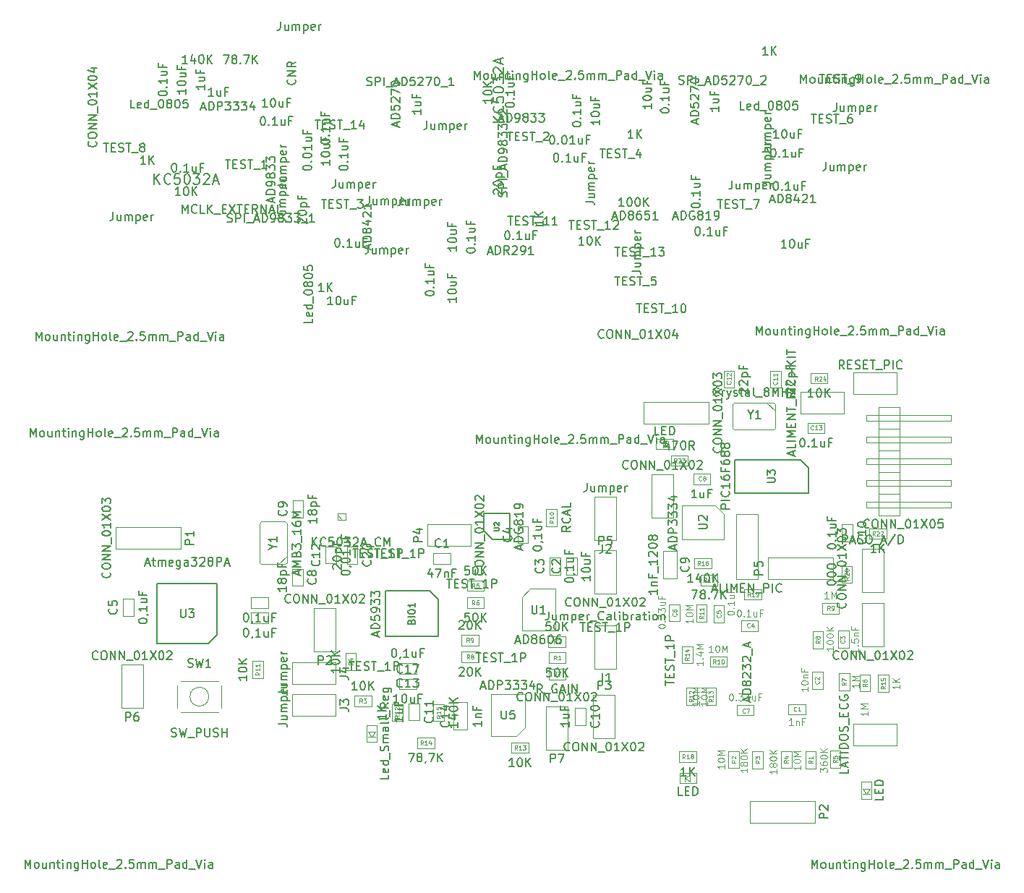
<source format=gbr>
G04 #@! TF.FileFunction,Other,Fab,Top*
%FSLAX46Y46*%
G04 Gerber Fmt 4.6, Leading zero omitted, Abs format (unit mm)*
G04 Created by KiCad (PCBNEW 4.0.6) date 05/22/17 18:05:56*
%MOMM*%
%LPD*%
G01*
G04 APERTURE LIST*
%ADD10C,0.100000*%
%ADD11C,0.150000*%
%ADD12C,0.075000*%
%ADD13C,0.135000*%
%ADD14C,0.125000*%
G04 APERTURE END LIST*
D10*
D11*
X76464800Y-107355200D02*
X76464800Y-111655200D01*
X76464800Y-111655200D02*
X70264800Y-111655200D01*
X70264800Y-111655200D02*
X70264800Y-106355200D01*
X70264800Y-106355200D02*
X75464800Y-106355200D01*
X75464800Y-106355200D02*
X76464800Y-107355200D01*
D10*
X75895400Y-103160900D02*
X75895400Y-101920900D01*
X77895400Y-103160900D02*
X75895400Y-103160900D01*
X77895400Y-101920900D02*
X77895400Y-103160900D01*
X75895400Y-101920900D02*
X77895400Y-101920900D01*
X92679200Y-104455300D02*
X91439200Y-104455300D01*
X92679200Y-102455300D02*
X92679200Y-104455300D01*
X91439200Y-102455300D02*
X92679200Y-102455300D01*
X91439200Y-104455300D02*
X91439200Y-102455300D01*
X90736100Y-104455300D02*
X89496100Y-104455300D01*
X90736100Y-102455300D02*
X90736100Y-104455300D01*
X89496100Y-102455300D02*
X90736100Y-102455300D01*
X89496100Y-104455300D02*
X89496100Y-102455300D01*
X86976900Y-100746900D02*
X85736900Y-100746900D01*
X86976900Y-98746900D02*
X86976900Y-100746900D01*
X85736900Y-98746900D02*
X86976900Y-98746900D01*
X85736900Y-100746900D02*
X85736900Y-98746900D01*
X40787000Y-109255900D02*
X39547000Y-109255900D01*
X40787000Y-107255900D02*
X40787000Y-109255900D01*
X39547000Y-107255900D02*
X40787000Y-107255900D01*
X39547000Y-109255900D02*
X39547000Y-107255900D01*
X54546700Y-108355200D02*
X54546700Y-107115200D01*
X56546700Y-108355200D02*
X54546700Y-108355200D01*
X56546700Y-107115200D02*
X56546700Y-108355200D01*
X54546700Y-107115200D02*
X56546700Y-107115200D01*
X54546700Y-110133200D02*
X54546700Y-108893200D01*
X56546700Y-110133200D02*
X54546700Y-110133200D01*
X56546700Y-108893200D02*
X56546700Y-110133200D01*
X54546700Y-108893200D02*
X56546700Y-108893200D01*
X59352650Y-103744350D02*
X60592650Y-103744350D01*
X59352650Y-105744350D02*
X59352650Y-103744350D01*
X60592650Y-105744350D02*
X59352650Y-105744350D01*
X60592650Y-103744350D02*
X60592650Y-105744350D01*
X60643450Y-97730650D02*
X59403450Y-97730650D01*
X60643450Y-95730650D02*
X60643450Y-97730650D01*
X59403450Y-95730650D02*
X60643450Y-95730650D01*
X59403450Y-97730650D02*
X59403450Y-95730650D01*
X92480600Y-120032100D02*
X93720600Y-120032100D01*
X92480600Y-122032100D02*
X92480600Y-120032100D01*
X93720600Y-122032100D02*
X92480600Y-122032100D01*
X93720600Y-120032100D02*
X93720600Y-122032100D01*
X73024200Y-119486000D02*
X74264200Y-119486000D01*
X73024200Y-121486000D02*
X73024200Y-119486000D01*
X74264200Y-121486000D02*
X73024200Y-121486000D01*
X74264200Y-119486000D02*
X74264200Y-121486000D01*
X64523300Y-103121800D02*
X63283300Y-103121800D01*
X64523300Y-101121800D02*
X64523300Y-103121800D01*
X63283300Y-101121800D02*
X64523300Y-101121800D01*
X63283300Y-103121800D02*
X63283300Y-101121800D01*
X73882200Y-114786000D02*
X73882200Y-116026000D01*
X71882200Y-114786000D02*
X73882200Y-114786000D01*
X71882200Y-116026000D02*
X71882200Y-114786000D01*
X73882200Y-116026000D02*
X71882200Y-116026000D01*
X97304300Y-115431400D02*
X97304300Y-110351400D01*
X97304300Y-110351400D02*
X94764300Y-110351400D01*
X94764300Y-110351400D02*
X94764300Y-115431400D01*
X94764300Y-115431400D02*
X97304300Y-115431400D01*
X97304300Y-100381900D02*
X97304300Y-95301900D01*
X97304300Y-95301900D02*
X94764300Y-95301900D01*
X94764300Y-95301900D02*
X94764300Y-100381900D01*
X94764300Y-100381900D02*
X97304300Y-100381900D01*
X64462100Y-118441300D02*
X59382100Y-118441300D01*
X59382100Y-118441300D02*
X59382100Y-120981300D01*
X59382100Y-120981300D02*
X64462100Y-120981300D01*
X64462100Y-120981300D02*
X64462100Y-118441300D01*
X64436700Y-114720200D02*
X59356700Y-114720200D01*
X59356700Y-114720200D02*
X59356700Y-117260200D01*
X59356700Y-117260200D02*
X64436700Y-117260200D01*
X64436700Y-117260200D02*
X64436700Y-114720200D01*
X94599200Y-118479400D02*
X94599200Y-123559400D01*
X94599200Y-123559400D02*
X97139200Y-123559400D01*
X97139200Y-123559400D02*
X97139200Y-118479400D01*
X97139200Y-118479400D02*
X94599200Y-118479400D01*
X89395500Y-114794100D02*
X89395500Y-113554100D01*
X91395500Y-114794100D02*
X89395500Y-114794100D01*
X91395500Y-113554100D02*
X91395500Y-114794100D01*
X89395500Y-113554100D02*
X91395500Y-113554100D01*
X91357400Y-111661800D02*
X91357400Y-112901800D01*
X89357400Y-111661800D02*
X91357400Y-111661800D01*
X89357400Y-112901800D02*
X89357400Y-111661800D01*
X91357400Y-112901800D02*
X89357400Y-112901800D01*
X68637100Y-118608700D02*
X68637100Y-119848700D01*
X66637100Y-118608700D02*
X68637100Y-118608700D01*
X66637100Y-119848700D02*
X66637100Y-118608700D01*
X68637100Y-119848700D02*
X66637100Y-119848700D01*
X65582000Y-113618600D02*
X66822000Y-113618600D01*
X65582000Y-115618600D02*
X65582000Y-113618600D01*
X66822000Y-115618600D02*
X65582000Y-115618600D01*
X66822000Y-113618600D02*
X66822000Y-115618600D01*
X81819700Y-105121300D02*
X81819700Y-106361300D01*
X79819700Y-105121300D02*
X81819700Y-105121300D01*
X79819700Y-106361300D02*
X79819700Y-105121300D01*
X81819700Y-106361300D02*
X79819700Y-106361300D01*
X79819700Y-108355200D02*
X79819700Y-107115200D01*
X81819700Y-108355200D02*
X79819700Y-108355200D01*
X81819700Y-107115200D02*
X81819700Y-108355200D01*
X79819700Y-107115200D02*
X81819700Y-107115200D01*
X89382800Y-116699100D02*
X89382800Y-115459100D01*
X91382800Y-116699100D02*
X89382800Y-116699100D01*
X91382800Y-115459100D02*
X91382800Y-116699100D01*
X89382800Y-115459100D02*
X91382800Y-115459100D01*
X79184700Y-114705200D02*
X79184700Y-113465200D01*
X81184700Y-114705200D02*
X79184700Y-114705200D01*
X81184700Y-113465200D02*
X81184700Y-114705200D01*
X79184700Y-113465200D02*
X81184700Y-113465200D01*
X81172000Y-111509400D02*
X81172000Y-112749400D01*
X79172000Y-111509400D02*
X81172000Y-111509400D01*
X79172000Y-112749400D02*
X79172000Y-111509400D01*
X81172000Y-112749400D02*
X79172000Y-112749400D01*
X90355100Y-98753000D02*
X89115100Y-98753000D01*
X90355100Y-96753000D02*
X90355100Y-98753000D01*
X89115100Y-96753000D02*
X90355100Y-96753000D01*
X89115100Y-98753000D02*
X89115100Y-96753000D01*
X54736200Y-114533000D02*
X55976200Y-114533000D01*
X54736200Y-116533000D02*
X54736200Y-114533000D01*
X55976200Y-116533000D02*
X54736200Y-116533000D01*
X55976200Y-114533000D02*
X55976200Y-116533000D01*
X46298200Y-116870700D02*
X50698200Y-116870700D01*
X51098200Y-117420700D02*
X51098200Y-120020700D01*
X50698200Y-120570700D02*
X46298200Y-120570700D01*
X45898200Y-120020700D02*
X45898200Y-117420700D01*
X49598200Y-118720700D02*
G75*
G03X49598200Y-118720700I-1100000J0D01*
G01*
X87248400Y-106098000D02*
X90148400Y-106098000D01*
X90148400Y-106098000D02*
X90148400Y-110998000D01*
X90148400Y-110998000D02*
X86248400Y-110998000D01*
X86248400Y-110998000D02*
X86248400Y-107098000D01*
X86248400Y-107098000D02*
X87248400Y-106098000D01*
D11*
X81827950Y-99300750D02*
X81827950Y-97300750D01*
X81827950Y-97300750D02*
X84827950Y-97300750D01*
X84827950Y-97300750D02*
X84827950Y-100300750D01*
X84827950Y-100300750D02*
X82827950Y-100300750D01*
X82827950Y-100300750D02*
X81827950Y-99300750D01*
D10*
X64710600Y-97251400D02*
X64710600Y-98051400D01*
X64710600Y-98051400D02*
X65610600Y-98051400D01*
X65610600Y-98051400D02*
X65610600Y-97251400D01*
X65610600Y-97251400D02*
X64710600Y-97251400D01*
X64710600Y-97451400D02*
X65160600Y-98051400D01*
X55540550Y-103018450D02*
X55540550Y-98418450D01*
X55540550Y-98418450D02*
X55740550Y-98218450D01*
X55740550Y-98218450D02*
X58540550Y-98218450D01*
X58540550Y-98218450D02*
X58740550Y-98418450D01*
X58740550Y-98418450D02*
X58740550Y-103018450D01*
X58740550Y-103018450D02*
X58540550Y-103218450D01*
X58540550Y-103218450D02*
X55740550Y-103218450D01*
X55740550Y-103218450D02*
X55540550Y-103018450D01*
X57740550Y-103218450D02*
X58740550Y-102218450D01*
X71894900Y-117854800D02*
X71894900Y-116614800D01*
X73894900Y-117854800D02*
X71894900Y-117854800D01*
X73894900Y-116614800D02*
X73894900Y-117854800D01*
X71894900Y-116614800D02*
X73894900Y-116614800D01*
X64449400Y-113424800D02*
X64449400Y-108344800D01*
X64449400Y-108344800D02*
X61909400Y-108344800D01*
X61909400Y-108344800D02*
X61909400Y-113424800D01*
X61909400Y-113424800D02*
X64449400Y-113424800D01*
X65772500Y-101147200D02*
X67012500Y-101147200D01*
X65772500Y-103147200D02*
X65772500Y-101147200D01*
X67012500Y-103147200D02*
X65772500Y-103147200D01*
X67012500Y-101147200D02*
X67012500Y-103147200D01*
X71030300Y-119587600D02*
X72270300Y-119587600D01*
X71030300Y-121587600D02*
X71030300Y-119587600D01*
X72270300Y-121587600D02*
X71030300Y-121587600D01*
X72270300Y-119587600D02*
X72270300Y-121587600D01*
X85579700Y-123342400D02*
X82679700Y-123342400D01*
X82679700Y-123342400D02*
X82679700Y-118442400D01*
X82679700Y-118442400D02*
X86579700Y-118442400D01*
X86579700Y-118442400D02*
X86579700Y-122342400D01*
X86579700Y-122342400D02*
X85579700Y-123342400D01*
X46326500Y-98870600D02*
X38706500Y-98870600D01*
X38706500Y-98870600D02*
X38706500Y-101410600D01*
X38706500Y-101410600D02*
X46326500Y-101410600D01*
X46326500Y-101410600D02*
X46326500Y-98870600D01*
X41894200Y-120066900D02*
X41894200Y-114986900D01*
X41894200Y-114986900D02*
X39354200Y-114986900D01*
X39354200Y-114986900D02*
X39354200Y-120066900D01*
X39354200Y-120066900D02*
X41894200Y-120066900D01*
X68253100Y-123438700D02*
X69053100Y-123438700D01*
X68653100Y-123438700D02*
X68253100Y-122838700D01*
X69053100Y-122838700D02*
X68653100Y-123438700D01*
X68253100Y-122838700D02*
X69053100Y-122838700D01*
X69253100Y-122038700D02*
X69253100Y-124038700D01*
X68053100Y-122038700D02*
X69253100Y-122038700D01*
X68053100Y-124038700D02*
X68053100Y-122038700D01*
X69253100Y-124038700D02*
X68053100Y-124038700D01*
D11*
X49563100Y-112505200D02*
X43563100Y-112505200D01*
X43563100Y-112505200D02*
X43563100Y-105505200D01*
X43563100Y-105505200D02*
X50563100Y-105505200D01*
X50563100Y-105505200D02*
X50563100Y-111505200D01*
X50563100Y-111505200D02*
X49563100Y-112505200D01*
D10*
X75168200Y-101080400D02*
X80248200Y-101080400D01*
X80248200Y-101080400D02*
X80248200Y-98540400D01*
X80248200Y-98540400D02*
X75168200Y-98540400D01*
X75168200Y-98540400D02*
X75168200Y-101080400D01*
X94764300Y-101537600D02*
X94764300Y-106617600D01*
X94764300Y-106617600D02*
X97304300Y-106617600D01*
X97304300Y-106617600D02*
X97304300Y-101537600D01*
X97304300Y-101537600D02*
X94764300Y-101537600D01*
X79854400Y-122594000D02*
X78254400Y-122594000D01*
X79854400Y-119394000D02*
X79854400Y-122594000D01*
X78254400Y-119394000D02*
X79854400Y-119394000D01*
X78254400Y-122594000D02*
X78254400Y-119394000D01*
X85039400Y-125322400D02*
X85039400Y-124082400D01*
X87039400Y-125322400D02*
X85039400Y-125322400D01*
X87039400Y-124082400D02*
X87039400Y-125322400D01*
X85039400Y-124082400D02*
X87039400Y-124082400D01*
X74003100Y-124750900D02*
X74003100Y-123510900D01*
X76003100Y-124750900D02*
X74003100Y-124750900D01*
X76003100Y-123510900D02*
X76003100Y-124750900D01*
X74003100Y-123510900D02*
X76003100Y-123510900D01*
X77147100Y-121587600D02*
X75907100Y-121587600D01*
X77147100Y-119587600D02*
X77147100Y-121587600D01*
X75907100Y-119587600D02*
X77147100Y-119587600D01*
X75907100Y-121587600D02*
X75907100Y-119587600D01*
X91627400Y-124905600D02*
X91627400Y-119825600D01*
X91627400Y-119825600D02*
X89087400Y-119825600D01*
X89087400Y-119825600D02*
X89087400Y-124905600D01*
X89087400Y-124905600D02*
X91627400Y-124905600D01*
D11*
X119838300Y-91960900D02*
X119838300Y-94860900D01*
X119838300Y-94860900D02*
X111138300Y-94860900D01*
X111138300Y-94860900D02*
X111138300Y-90960900D01*
X111138300Y-90960900D02*
X118838300Y-90960900D01*
X118838300Y-90960900D02*
X119838300Y-91960900D01*
D10*
X110265300Y-114007900D02*
X110265300Y-115247900D01*
X108265300Y-114007900D02*
X110265300Y-114007900D01*
X108265300Y-115247900D02*
X108265300Y-114007900D01*
X110265300Y-115247900D02*
X108265300Y-115247900D01*
X126169050Y-130083750D02*
X126969050Y-130083750D01*
X126569050Y-130083750D02*
X126169050Y-129483750D01*
X126969050Y-129483750D02*
X126569050Y-130083750D01*
X126169050Y-129483750D02*
X126969050Y-129483750D01*
X127169050Y-128683750D02*
X127169050Y-130683750D01*
X125969050Y-128683750D02*
X127169050Y-128683750D01*
X125969050Y-130683750D02*
X125969050Y-128683750D01*
X127169050Y-130683750D02*
X125969050Y-130683750D01*
X117460100Y-120810500D02*
X117460100Y-119570500D01*
X119460100Y-120810500D02*
X117460100Y-120810500D01*
X119460100Y-119570500D02*
X119460100Y-120810500D01*
X117460100Y-119570500D02*
X119460100Y-119570500D01*
X120227700Y-115837700D02*
X121467700Y-115837700D01*
X120227700Y-117837700D02*
X120227700Y-115837700D01*
X121467700Y-117837700D02*
X120227700Y-117837700D01*
X121467700Y-115837700D02*
X121467700Y-117837700D01*
X123301100Y-111011700D02*
X124541100Y-111011700D01*
X123301100Y-113011700D02*
X123301100Y-111011700D01*
X124541100Y-113011700D02*
X123301100Y-113011700D01*
X124541100Y-111011700D02*
X124541100Y-113011700D01*
X113922900Y-109816900D02*
X113922900Y-111056900D01*
X111922900Y-109816900D02*
X113922900Y-109816900D01*
X111922900Y-111056900D02*
X111922900Y-109816900D01*
X113922900Y-111056900D02*
X111922900Y-111056900D01*
X109936100Y-110014500D02*
X108696100Y-110014500D01*
X109936100Y-108014500D02*
X109936100Y-110014500D01*
X108696100Y-108014500D02*
X109936100Y-108014500D01*
X108696100Y-110014500D02*
X108696100Y-108014500D01*
X103489100Y-107912900D02*
X104729100Y-107912900D01*
X103489100Y-109912900D02*
X103489100Y-107912900D01*
X104729100Y-109912900D02*
X103489100Y-109912900D01*
X104729100Y-107912900D02*
X104729100Y-109912900D01*
X111414900Y-120912100D02*
X111414900Y-119672100D01*
X113414900Y-120912100D02*
X111414900Y-120912100D01*
X113414900Y-119672100D02*
X113414900Y-120912100D01*
X111414900Y-119672100D02*
X113414900Y-119672100D01*
X119440300Y-125108700D02*
X120680300Y-125108700D01*
X119440300Y-127108700D02*
X119440300Y-125108700D01*
X120680300Y-127108700D02*
X119440300Y-127108700D01*
X120680300Y-125108700D02*
X120680300Y-127108700D01*
X110448700Y-125083300D02*
X111688700Y-125083300D01*
X110448700Y-127083300D02*
X110448700Y-125083300D01*
X111688700Y-127083300D02*
X110448700Y-127083300D01*
X111688700Y-125083300D02*
X111688700Y-127083300D01*
X114482700Y-127108700D02*
X113242700Y-127108700D01*
X114482700Y-125108700D02*
X114482700Y-127108700D01*
X113242700Y-125108700D02*
X114482700Y-125108700D01*
X113242700Y-127108700D02*
X113242700Y-125108700D01*
X117835500Y-127083300D02*
X116595500Y-127083300D01*
X117835500Y-125083300D02*
X117835500Y-127083300D01*
X116595500Y-125083300D02*
X117835500Y-125083300D01*
X116595500Y-127083300D02*
X116595500Y-125083300D01*
X123575900Y-127057900D02*
X122335900Y-127057900D01*
X123575900Y-125057900D02*
X123575900Y-127057900D01*
X122335900Y-125057900D02*
X123575900Y-125057900D01*
X122335900Y-127057900D02*
X122335900Y-125057900D01*
X127030300Y-118117100D02*
X125790300Y-118117100D01*
X127030300Y-116117100D02*
X127030300Y-118117100D01*
X125790300Y-116117100D02*
X127030300Y-116117100D01*
X125790300Y-118117100D02*
X125790300Y-116117100D01*
X124617300Y-117990100D02*
X123377300Y-117990100D01*
X124617300Y-115990100D02*
X124617300Y-117990100D01*
X123377300Y-115990100D02*
X124617300Y-115990100D01*
X123377300Y-117990100D02*
X123377300Y-115990100D01*
X121518500Y-113062500D02*
X120278500Y-113062500D01*
X121518500Y-111062500D02*
X121518500Y-113062500D01*
X120278500Y-111062500D02*
X121518500Y-111062500D01*
X120278500Y-113062500D02*
X120278500Y-111062500D01*
X121397100Y-108999500D02*
X121397100Y-107759500D01*
X123397100Y-108999500D02*
X121397100Y-108999500D01*
X123397100Y-107759500D02*
X123397100Y-108999500D01*
X121397100Y-107759500D02*
X123397100Y-107759500D01*
X107904100Y-109963700D02*
X106664100Y-109963700D01*
X107904100Y-107963700D02*
X107904100Y-109963700D01*
X106664100Y-107963700D02*
X107904100Y-107963700D01*
X106664100Y-109963700D02*
X106664100Y-107963700D01*
X106735700Y-119691900D02*
X105495700Y-119691900D01*
X106735700Y-117691900D02*
X106735700Y-119691900D01*
X105495700Y-117691900D02*
X106735700Y-117691900D01*
X105495700Y-119691900D02*
X105495700Y-117691900D01*
X107756300Y-117691900D02*
X108996300Y-117691900D01*
X107756300Y-119691900D02*
X107756300Y-117691900D01*
X108996300Y-119691900D02*
X107756300Y-119691900D01*
X108996300Y-117691900D02*
X108996300Y-119691900D01*
X106227700Y-114815100D02*
X104987700Y-114815100D01*
X106227700Y-112815100D02*
X106227700Y-114815100D01*
X104987700Y-112815100D02*
X106227700Y-112815100D01*
X104987700Y-114815100D02*
X104987700Y-112815100D01*
X127962000Y-116180600D02*
X129202000Y-116180600D01*
X127962000Y-118180600D02*
X127962000Y-116180600D01*
X129202000Y-118180600D02*
X127962000Y-118180600D01*
X129202000Y-116180600D02*
X129202000Y-118180600D01*
X120568300Y-130934700D02*
X112948300Y-130934700D01*
X112948300Y-130934700D02*
X112948300Y-133474700D01*
X112948300Y-133474700D02*
X120568300Y-133474700D01*
X120568300Y-133474700D02*
X120568300Y-130934700D01*
X104690300Y-126388600D02*
X104690300Y-125148600D01*
X106690300Y-126388600D02*
X104690300Y-126388600D01*
X106690300Y-125148600D02*
X106690300Y-126388600D01*
X104690300Y-125148600D02*
X106690300Y-125148600D01*
X106310300Y-93848600D02*
X106310300Y-92608600D01*
X108310300Y-93848600D02*
X106310300Y-93848600D01*
X108310300Y-92608600D02*
X108310300Y-93848600D01*
X106310300Y-92608600D02*
X108310300Y-92608600D01*
X123707500Y-98527600D02*
X124947500Y-98527600D01*
X123707500Y-100527600D02*
X123707500Y-98527600D01*
X124947500Y-100527600D02*
X123707500Y-100527600D01*
X124947500Y-98527600D02*
X124947500Y-100527600D01*
X116590900Y-82569800D02*
X115350900Y-82569800D01*
X116590900Y-80569800D02*
X116590900Y-82569800D01*
X115350900Y-80569800D02*
X116590900Y-80569800D01*
X115350900Y-82569800D02*
X115350900Y-80569800D01*
X111117200Y-82569800D02*
X109877200Y-82569800D01*
X111117200Y-80569800D02*
X111117200Y-82569800D01*
X109877200Y-80569800D02*
X111117200Y-80569800D01*
X109877200Y-82569800D02*
X109877200Y-80569800D01*
X119695300Y-87892100D02*
X119695300Y-86652100D01*
X121695300Y-87892100D02*
X119695300Y-87892100D01*
X121695300Y-86652100D02*
X121695300Y-87892100D01*
X119695300Y-86652100D02*
X121695300Y-86652100D01*
X105310300Y-127878600D02*
X105310300Y-128678600D01*
X105310300Y-128278600D02*
X105910300Y-127878600D01*
X105910300Y-128678600D02*
X105310300Y-128278600D01*
X105910300Y-127878600D02*
X105910300Y-128678600D01*
X106710300Y-128878600D02*
X104710300Y-128878600D01*
X106710300Y-127678600D02*
X106710300Y-128878600D01*
X104710300Y-127678600D02*
X106710300Y-127678600D01*
X104710300Y-128878600D02*
X104710300Y-127678600D01*
X103350300Y-89558600D02*
X103350300Y-88758600D01*
X103350300Y-89158600D02*
X102750300Y-89558600D01*
X102750300Y-88758600D02*
X103350300Y-89158600D01*
X102750300Y-89558600D02*
X102750300Y-88758600D01*
X101950300Y-88558600D02*
X103950300Y-88558600D01*
X101950300Y-89758600D02*
X101950300Y-88558600D01*
X103950300Y-89758600D02*
X101950300Y-89758600D01*
X103950300Y-88558600D02*
X103950300Y-89758600D01*
X130118700Y-121866900D02*
X125038700Y-121866900D01*
X125038700Y-121866900D02*
X125038700Y-124406900D01*
X125038700Y-124406900D02*
X130118700Y-124406900D01*
X130118700Y-124406900D02*
X130118700Y-121866900D01*
X130118700Y-80744300D02*
X125038700Y-80744300D01*
X125038700Y-80744300D02*
X125038700Y-83284300D01*
X125038700Y-83284300D02*
X130118700Y-83284300D01*
X130118700Y-83284300D02*
X130118700Y-80744300D01*
X128607400Y-106474500D02*
X128607400Y-101394500D01*
X128607400Y-101394500D02*
X126067400Y-101394500D01*
X126067400Y-101394500D02*
X126067400Y-106474500D01*
X126067400Y-106474500D02*
X128607400Y-106474500D01*
X128013500Y-84821000D02*
X128013500Y-87361000D01*
X128013500Y-87361000D02*
X130513500Y-87361000D01*
X130513500Y-87361000D02*
X130513500Y-84821000D01*
X130513500Y-84821000D02*
X128013500Y-84821000D01*
X126613500Y-85771000D02*
X126613500Y-86411000D01*
X126613500Y-86411000D02*
X136513500Y-86411000D01*
X136513500Y-86411000D02*
X136513500Y-85771000D01*
X136513500Y-85771000D02*
X126613500Y-85771000D01*
X128013500Y-87361000D02*
X128013500Y-89901000D01*
X128013500Y-89901000D02*
X130513500Y-89901000D01*
X130513500Y-89901000D02*
X130513500Y-87361000D01*
X130513500Y-87361000D02*
X128013500Y-87361000D01*
X126613500Y-88311000D02*
X126613500Y-88951000D01*
X126613500Y-88951000D02*
X136513500Y-88951000D01*
X136513500Y-88951000D02*
X136513500Y-88311000D01*
X136513500Y-88311000D02*
X126613500Y-88311000D01*
X128013500Y-89901000D02*
X128013500Y-92441000D01*
X128013500Y-92441000D02*
X130513500Y-92441000D01*
X130513500Y-92441000D02*
X130513500Y-89901000D01*
X130513500Y-89901000D02*
X128013500Y-89901000D01*
X126613500Y-90851000D02*
X126613500Y-91491000D01*
X126613500Y-91491000D02*
X136513500Y-91491000D01*
X136513500Y-91491000D02*
X136513500Y-90851000D01*
X136513500Y-90851000D02*
X126613500Y-90851000D01*
X128013500Y-92441000D02*
X128013500Y-94981000D01*
X128013500Y-94981000D02*
X130513500Y-94981000D01*
X130513500Y-94981000D02*
X130513500Y-92441000D01*
X130513500Y-92441000D02*
X128013500Y-92441000D01*
X126613500Y-93391000D02*
X126613500Y-94031000D01*
X126613500Y-94031000D02*
X136513500Y-94031000D01*
X136513500Y-94031000D02*
X136513500Y-93391000D01*
X136513500Y-93391000D02*
X126613500Y-93391000D01*
X128013500Y-94981000D02*
X128013500Y-97521000D01*
X128013500Y-97521000D02*
X130513500Y-97521000D01*
X130513500Y-97521000D02*
X130513500Y-94981000D01*
X130513500Y-94981000D02*
X128013500Y-94981000D01*
X126613500Y-95931000D02*
X126613500Y-96571000D01*
X126613500Y-96571000D02*
X136513500Y-96571000D01*
X136513500Y-96571000D02*
X136513500Y-95931000D01*
X136513500Y-95931000D02*
X126613500Y-95931000D01*
X114316600Y-106133900D02*
X114316600Y-107373900D01*
X112316600Y-106133900D02*
X114316600Y-106133900D01*
X112316600Y-107373900D02*
X112316600Y-106133900D01*
X114316600Y-107373900D02*
X112316600Y-107373900D01*
X123669400Y-103417100D02*
X124909400Y-103417100D01*
X123669400Y-105417100D02*
X123669400Y-103417100D01*
X124909400Y-105417100D02*
X123669400Y-105417100D01*
X124909400Y-103417100D02*
X124909400Y-105417100D01*
X126921600Y-100261900D02*
X126921600Y-99021900D01*
X128921600Y-100261900D02*
X126921600Y-100261900D01*
X128921600Y-99021900D02*
X128921600Y-100261900D01*
X126921600Y-99021900D02*
X128921600Y-99021900D01*
X105693300Y-90462100D02*
X105693300Y-91702100D01*
X103693300Y-90462100D02*
X105693300Y-90462100D01*
X103693300Y-91702100D02*
X103693300Y-90462100D01*
X105693300Y-91702100D02*
X103693300Y-91702100D01*
X120050900Y-82062800D02*
X120050900Y-80822800D01*
X122050900Y-82062800D02*
X120050900Y-82062800D01*
X122050900Y-80822800D02*
X122050900Y-82062800D01*
X120050900Y-80822800D02*
X122050900Y-80822800D01*
X115730900Y-87475100D02*
X111130900Y-87475100D01*
X111130900Y-87475100D02*
X110930900Y-87275100D01*
X110930900Y-87275100D02*
X110930900Y-84475100D01*
X110930900Y-84475100D02*
X111130900Y-84275100D01*
X111130900Y-84275100D02*
X115730900Y-84275100D01*
X115730900Y-84275100D02*
X115930900Y-84475100D01*
X115930900Y-84475100D02*
X115930900Y-87275100D01*
X115930900Y-87275100D02*
X115730900Y-87475100D01*
X115930900Y-85275100D02*
X114930900Y-84275100D01*
X111330300Y-97338600D02*
X111330300Y-104958600D01*
X111330300Y-104958600D02*
X113870300Y-104958600D01*
X113870300Y-104958600D02*
X113870300Y-97338600D01*
X113870300Y-97338600D02*
X111330300Y-97338600D01*
X109920300Y-97368600D02*
X109920300Y-100268600D01*
X109920300Y-100268600D02*
X105020300Y-100268600D01*
X105020300Y-100268600D02*
X105020300Y-96368600D01*
X105020300Y-96368600D02*
X108920300Y-96368600D01*
X108920300Y-96368600D02*
X109920300Y-97368600D01*
X123971900Y-83055700D02*
X118891900Y-83055700D01*
X118891900Y-83055700D02*
X118891900Y-85595700D01*
X118891900Y-85595700D02*
X123971900Y-85595700D01*
X123971900Y-85595700D02*
X123971900Y-83055700D01*
X103990300Y-97748600D02*
X103990300Y-92668600D01*
X103990300Y-92668600D02*
X101450300Y-92668600D01*
X101450300Y-92668600D02*
X101450300Y-97748600D01*
X101450300Y-97748600D02*
X103990300Y-97748600D01*
X126080100Y-107769900D02*
X126080100Y-112849900D01*
X126080100Y-112849900D02*
X128620100Y-112849900D01*
X128620100Y-112849900D02*
X128620100Y-107769900D01*
X128620100Y-107769900D02*
X126080100Y-107769900D01*
X100530300Y-86748600D02*
X108150300Y-86748600D01*
X108150300Y-86748600D02*
X108150300Y-84208600D01*
X108150300Y-84208600D02*
X100530300Y-84208600D01*
X100530300Y-84208600D02*
X100530300Y-86748600D01*
X115056500Y-104963200D02*
X122676500Y-104963200D01*
X122676500Y-104963200D02*
X122676500Y-102423200D01*
X122676500Y-102423200D02*
X115056500Y-102423200D01*
X115056500Y-102423200D02*
X115056500Y-104963200D01*
X106450300Y-103728600D02*
X106450300Y-102488600D01*
X108450300Y-103728600D02*
X106450300Y-103728600D01*
X108450300Y-102488600D02*
X108450300Y-103728600D01*
X106450300Y-102488600D02*
X108450300Y-102488600D01*
X107170300Y-105688600D02*
X107170300Y-104448600D01*
X109170300Y-105688600D02*
X107170300Y-105688600D01*
X109170300Y-104448600D02*
X109170300Y-105688600D01*
X107170300Y-104448600D02*
X109170300Y-104448600D01*
X102830300Y-101658600D02*
X104430300Y-101658600D01*
X102830300Y-104858600D02*
X102830300Y-101658600D01*
X104430300Y-104858600D02*
X102830300Y-104858600D01*
X104430300Y-101658600D02*
X104430300Y-104858600D01*
D11*
X80714109Y-46420981D02*
X80714109Y-45420981D01*
X81047443Y-46135267D01*
X81380776Y-45420981D01*
X81380776Y-46420981D01*
X81999823Y-46420981D02*
X81904585Y-46373362D01*
X81856966Y-46325743D01*
X81809347Y-46230505D01*
X81809347Y-45944790D01*
X81856966Y-45849552D01*
X81904585Y-45801933D01*
X81999823Y-45754314D01*
X82142681Y-45754314D01*
X82237919Y-45801933D01*
X82285538Y-45849552D01*
X82333157Y-45944790D01*
X82333157Y-46230505D01*
X82285538Y-46325743D01*
X82237919Y-46373362D01*
X82142681Y-46420981D01*
X81999823Y-46420981D01*
X83190300Y-45754314D02*
X83190300Y-46420981D01*
X82761728Y-45754314D02*
X82761728Y-46278124D01*
X82809347Y-46373362D01*
X82904585Y-46420981D01*
X83047443Y-46420981D01*
X83142681Y-46373362D01*
X83190300Y-46325743D01*
X83666490Y-45754314D02*
X83666490Y-46420981D01*
X83666490Y-45849552D02*
X83714109Y-45801933D01*
X83809347Y-45754314D01*
X83952205Y-45754314D01*
X84047443Y-45801933D01*
X84095062Y-45897171D01*
X84095062Y-46420981D01*
X84428395Y-45754314D02*
X84809347Y-45754314D01*
X84571252Y-45420981D02*
X84571252Y-46278124D01*
X84618871Y-46373362D01*
X84714109Y-46420981D01*
X84809347Y-46420981D01*
X85142681Y-46420981D02*
X85142681Y-45754314D01*
X85142681Y-45420981D02*
X85095062Y-45468600D01*
X85142681Y-45516219D01*
X85190300Y-45468600D01*
X85142681Y-45420981D01*
X85142681Y-45516219D01*
X85618871Y-45754314D02*
X85618871Y-46420981D01*
X85618871Y-45849552D02*
X85666490Y-45801933D01*
X85761728Y-45754314D01*
X85904586Y-45754314D01*
X85999824Y-45801933D01*
X86047443Y-45897171D01*
X86047443Y-46420981D01*
X86952205Y-45754314D02*
X86952205Y-46563838D01*
X86904586Y-46659076D01*
X86856967Y-46706695D01*
X86761728Y-46754314D01*
X86618871Y-46754314D01*
X86523633Y-46706695D01*
X86952205Y-46373362D02*
X86856967Y-46420981D01*
X86666490Y-46420981D01*
X86571252Y-46373362D01*
X86523633Y-46325743D01*
X86476014Y-46230505D01*
X86476014Y-45944790D01*
X86523633Y-45849552D01*
X86571252Y-45801933D01*
X86666490Y-45754314D01*
X86856967Y-45754314D01*
X86952205Y-45801933D01*
X87428395Y-46420981D02*
X87428395Y-45420981D01*
X87428395Y-45897171D02*
X87999824Y-45897171D01*
X87999824Y-46420981D02*
X87999824Y-45420981D01*
X88618871Y-46420981D02*
X88523633Y-46373362D01*
X88476014Y-46325743D01*
X88428395Y-46230505D01*
X88428395Y-45944790D01*
X88476014Y-45849552D01*
X88523633Y-45801933D01*
X88618871Y-45754314D01*
X88761729Y-45754314D01*
X88856967Y-45801933D01*
X88904586Y-45849552D01*
X88952205Y-45944790D01*
X88952205Y-46230505D01*
X88904586Y-46325743D01*
X88856967Y-46373362D01*
X88761729Y-46420981D01*
X88618871Y-46420981D01*
X89523633Y-46420981D02*
X89428395Y-46373362D01*
X89380776Y-46278124D01*
X89380776Y-45420981D01*
X90285539Y-46373362D02*
X90190301Y-46420981D01*
X89999824Y-46420981D01*
X89904586Y-46373362D01*
X89856967Y-46278124D01*
X89856967Y-45897171D01*
X89904586Y-45801933D01*
X89999824Y-45754314D01*
X90190301Y-45754314D01*
X90285539Y-45801933D01*
X90333158Y-45897171D01*
X90333158Y-45992410D01*
X89856967Y-46087648D01*
X90523634Y-46516219D02*
X91285539Y-46516219D01*
X91476015Y-45516219D02*
X91523634Y-45468600D01*
X91618872Y-45420981D01*
X91856968Y-45420981D01*
X91952206Y-45468600D01*
X91999825Y-45516219D01*
X92047444Y-45611457D01*
X92047444Y-45706695D01*
X91999825Y-45849552D01*
X91428396Y-46420981D01*
X92047444Y-46420981D01*
X92476015Y-46325743D02*
X92523634Y-46373362D01*
X92476015Y-46420981D01*
X92428396Y-46373362D01*
X92476015Y-46325743D01*
X92476015Y-46420981D01*
X93428396Y-45420981D02*
X92952205Y-45420981D01*
X92904586Y-45897171D01*
X92952205Y-45849552D01*
X93047443Y-45801933D01*
X93285539Y-45801933D01*
X93380777Y-45849552D01*
X93428396Y-45897171D01*
X93476015Y-45992410D01*
X93476015Y-46230505D01*
X93428396Y-46325743D01*
X93380777Y-46373362D01*
X93285539Y-46420981D01*
X93047443Y-46420981D01*
X92952205Y-46373362D01*
X92904586Y-46325743D01*
X93904586Y-46420981D02*
X93904586Y-45754314D01*
X93904586Y-45849552D02*
X93952205Y-45801933D01*
X94047443Y-45754314D01*
X94190301Y-45754314D01*
X94285539Y-45801933D01*
X94333158Y-45897171D01*
X94333158Y-46420981D01*
X94333158Y-45897171D02*
X94380777Y-45801933D01*
X94476015Y-45754314D01*
X94618872Y-45754314D01*
X94714110Y-45801933D01*
X94761729Y-45897171D01*
X94761729Y-46420981D01*
X95237919Y-46420981D02*
X95237919Y-45754314D01*
X95237919Y-45849552D02*
X95285538Y-45801933D01*
X95380776Y-45754314D01*
X95523634Y-45754314D01*
X95618872Y-45801933D01*
X95666491Y-45897171D01*
X95666491Y-46420981D01*
X95666491Y-45897171D02*
X95714110Y-45801933D01*
X95809348Y-45754314D01*
X95952205Y-45754314D01*
X96047443Y-45801933D01*
X96095062Y-45897171D01*
X96095062Y-46420981D01*
X96333157Y-46516219D02*
X97095062Y-46516219D01*
X97333157Y-46420981D02*
X97333157Y-45420981D01*
X97714110Y-45420981D01*
X97809348Y-45468600D01*
X97856967Y-45516219D01*
X97904586Y-45611457D01*
X97904586Y-45754314D01*
X97856967Y-45849552D01*
X97809348Y-45897171D01*
X97714110Y-45944790D01*
X97333157Y-45944790D01*
X98761729Y-46420981D02*
X98761729Y-45897171D01*
X98714110Y-45801933D01*
X98618872Y-45754314D01*
X98428395Y-45754314D01*
X98333157Y-45801933D01*
X98761729Y-46373362D02*
X98666491Y-46420981D01*
X98428395Y-46420981D01*
X98333157Y-46373362D01*
X98285538Y-46278124D01*
X98285538Y-46182886D01*
X98333157Y-46087648D01*
X98428395Y-46040029D01*
X98666491Y-46040029D01*
X98761729Y-45992410D01*
X99666491Y-46420981D02*
X99666491Y-45420981D01*
X99666491Y-46373362D02*
X99571253Y-46420981D01*
X99380776Y-46420981D01*
X99285538Y-46373362D01*
X99237919Y-46325743D01*
X99190300Y-46230505D01*
X99190300Y-45944790D01*
X99237919Y-45849552D01*
X99285538Y-45801933D01*
X99380776Y-45754314D01*
X99571253Y-45754314D01*
X99666491Y-45801933D01*
X99904586Y-46516219D02*
X100666491Y-46516219D01*
X100761729Y-45420981D02*
X101095062Y-46420981D01*
X101428396Y-45420981D01*
X101761729Y-46420981D02*
X101761729Y-45754314D01*
X101761729Y-45420981D02*
X101714110Y-45468600D01*
X101761729Y-45516219D01*
X101809348Y-45468600D01*
X101761729Y-45420981D01*
X101761729Y-45516219D01*
X102666491Y-46420981D02*
X102666491Y-45897171D01*
X102618872Y-45801933D01*
X102523634Y-45754314D01*
X102333157Y-45754314D01*
X102237919Y-45801933D01*
X102666491Y-46373362D02*
X102571253Y-46420981D01*
X102333157Y-46420981D01*
X102237919Y-46373362D01*
X102190300Y-46278124D01*
X102190300Y-46182886D01*
X102237919Y-46087648D01*
X102333157Y-46040029D01*
X102571253Y-46040029D01*
X102666491Y-45992410D01*
X68393334Y-60132381D02*
X68393334Y-60846667D01*
X68345714Y-60989524D01*
X68250476Y-61084762D01*
X68107619Y-61132381D01*
X68012381Y-61132381D01*
X69298096Y-60465714D02*
X69298096Y-61132381D01*
X68869524Y-60465714D02*
X68869524Y-60989524D01*
X68917143Y-61084762D01*
X69012381Y-61132381D01*
X69155239Y-61132381D01*
X69250477Y-61084762D01*
X69298096Y-61037143D01*
X69774286Y-61132381D02*
X69774286Y-60465714D01*
X69774286Y-60560952D02*
X69821905Y-60513333D01*
X69917143Y-60465714D01*
X70060001Y-60465714D01*
X70155239Y-60513333D01*
X70202858Y-60608571D01*
X70202858Y-61132381D01*
X70202858Y-60608571D02*
X70250477Y-60513333D01*
X70345715Y-60465714D01*
X70488572Y-60465714D01*
X70583810Y-60513333D01*
X70631429Y-60608571D01*
X70631429Y-61132381D01*
X71107619Y-60465714D02*
X71107619Y-61465714D01*
X71107619Y-60513333D02*
X71202857Y-60465714D01*
X71393334Y-60465714D01*
X71488572Y-60513333D01*
X71536191Y-60560952D01*
X71583810Y-60656190D01*
X71583810Y-60941905D01*
X71536191Y-61037143D01*
X71488572Y-61084762D01*
X71393334Y-61132381D01*
X71202857Y-61132381D01*
X71107619Y-61084762D01*
X72393334Y-61084762D02*
X72298096Y-61132381D01*
X72107619Y-61132381D01*
X72012381Y-61084762D01*
X71964762Y-60989524D01*
X71964762Y-60608571D01*
X72012381Y-60513333D01*
X72107619Y-60465714D01*
X72298096Y-60465714D01*
X72393334Y-60513333D01*
X72440953Y-60608571D01*
X72440953Y-60703810D01*
X71964762Y-60799048D01*
X72869524Y-61132381D02*
X72869524Y-60465714D01*
X72869524Y-60656190D02*
X72917143Y-60560952D01*
X72964762Y-60513333D01*
X73060000Y-60465714D01*
X73155239Y-60465714D01*
X48707143Y-49766667D02*
X49183334Y-49766667D01*
X48611905Y-50052381D02*
X48945238Y-49052381D01*
X49278572Y-50052381D01*
X49611905Y-50052381D02*
X49611905Y-49052381D01*
X49850000Y-49052381D01*
X49992858Y-49100000D01*
X50088096Y-49195238D01*
X50135715Y-49290476D01*
X50183334Y-49480952D01*
X50183334Y-49623810D01*
X50135715Y-49814286D01*
X50088096Y-49909524D01*
X49992858Y-50004762D01*
X49850000Y-50052381D01*
X49611905Y-50052381D01*
X50611905Y-50052381D02*
X50611905Y-49052381D01*
X50992858Y-49052381D01*
X51088096Y-49100000D01*
X51135715Y-49147619D01*
X51183334Y-49242857D01*
X51183334Y-49385714D01*
X51135715Y-49480952D01*
X51088096Y-49528571D01*
X50992858Y-49576190D01*
X50611905Y-49576190D01*
X51516667Y-49052381D02*
X52135715Y-49052381D01*
X51802381Y-49433333D01*
X51945239Y-49433333D01*
X52040477Y-49480952D01*
X52088096Y-49528571D01*
X52135715Y-49623810D01*
X52135715Y-49861905D01*
X52088096Y-49957143D01*
X52040477Y-50004762D01*
X51945239Y-50052381D01*
X51659524Y-50052381D01*
X51564286Y-50004762D01*
X51516667Y-49957143D01*
X52469048Y-49052381D02*
X53088096Y-49052381D01*
X52754762Y-49433333D01*
X52897620Y-49433333D01*
X52992858Y-49480952D01*
X53040477Y-49528571D01*
X53088096Y-49623810D01*
X53088096Y-49861905D01*
X53040477Y-49957143D01*
X52992858Y-50004762D01*
X52897620Y-50052381D01*
X52611905Y-50052381D01*
X52516667Y-50004762D01*
X52469048Y-49957143D01*
X53421429Y-49052381D02*
X54040477Y-49052381D01*
X53707143Y-49433333D01*
X53850001Y-49433333D01*
X53945239Y-49480952D01*
X53992858Y-49528571D01*
X54040477Y-49623810D01*
X54040477Y-49861905D01*
X53992858Y-49957143D01*
X53945239Y-50004762D01*
X53850001Y-50052381D01*
X53564286Y-50052381D01*
X53469048Y-50004762D01*
X53421429Y-49957143D01*
X54897620Y-49385714D02*
X54897620Y-50052381D01*
X54659524Y-49004762D02*
X54421429Y-49719048D01*
X55040477Y-49719048D01*
X106092381Y-61242857D02*
X106092381Y-61147618D01*
X106140000Y-61052380D01*
X106187619Y-61004761D01*
X106282857Y-60957142D01*
X106473333Y-60909523D01*
X106711429Y-60909523D01*
X106901905Y-60957142D01*
X106997143Y-61004761D01*
X107044762Y-61052380D01*
X107092381Y-61147618D01*
X107092381Y-61242857D01*
X107044762Y-61338095D01*
X106997143Y-61385714D01*
X106901905Y-61433333D01*
X106711429Y-61480952D01*
X106473333Y-61480952D01*
X106282857Y-61433333D01*
X106187619Y-61385714D01*
X106140000Y-61338095D01*
X106092381Y-61242857D01*
X106997143Y-60480952D02*
X107044762Y-60433333D01*
X107092381Y-60480952D01*
X107044762Y-60528571D01*
X106997143Y-60480952D01*
X107092381Y-60480952D01*
X107092381Y-59480952D02*
X107092381Y-60052381D01*
X107092381Y-59766667D02*
X106092381Y-59766667D01*
X106235238Y-59861905D01*
X106330476Y-59957143D01*
X106378095Y-60052381D01*
X106425714Y-58623809D02*
X107092381Y-58623809D01*
X106425714Y-59052381D02*
X106949524Y-59052381D01*
X107044762Y-59004762D01*
X107092381Y-58909524D01*
X107092381Y-58766666D01*
X107044762Y-58671428D01*
X106997143Y-58623809D01*
X106568571Y-57814285D02*
X106568571Y-58147619D01*
X107092381Y-58147619D02*
X106092381Y-58147619D01*
X106092381Y-57671428D01*
X43220275Y-58696377D02*
X43220275Y-57496377D01*
X43905990Y-58696377D02*
X43391704Y-58010663D01*
X43905990Y-57496377D02*
X43220275Y-58182091D01*
X45105990Y-58582091D02*
X45048847Y-58639234D01*
X44877418Y-58696377D01*
X44763132Y-58696377D01*
X44591704Y-58639234D01*
X44477418Y-58524949D01*
X44420275Y-58410663D01*
X44363132Y-58182091D01*
X44363132Y-58010663D01*
X44420275Y-57782091D01*
X44477418Y-57667806D01*
X44591704Y-57553520D01*
X44763132Y-57496377D01*
X44877418Y-57496377D01*
X45048847Y-57553520D01*
X45105990Y-57610663D01*
X46191704Y-57496377D02*
X45620275Y-57496377D01*
X45563132Y-58067806D01*
X45620275Y-58010663D01*
X45734561Y-57953520D01*
X46020275Y-57953520D01*
X46134561Y-58010663D01*
X46191704Y-58067806D01*
X46248847Y-58182091D01*
X46248847Y-58467806D01*
X46191704Y-58582091D01*
X46134561Y-58639234D01*
X46020275Y-58696377D01*
X45734561Y-58696377D01*
X45620275Y-58639234D01*
X45563132Y-58582091D01*
X46991704Y-57496377D02*
X47105989Y-57496377D01*
X47220275Y-57553520D01*
X47277418Y-57610663D01*
X47334561Y-57724949D01*
X47391704Y-57953520D01*
X47391704Y-58239234D01*
X47334561Y-58467806D01*
X47277418Y-58582091D01*
X47220275Y-58639234D01*
X47105989Y-58696377D01*
X46991704Y-58696377D01*
X46877418Y-58639234D01*
X46820275Y-58582091D01*
X46763132Y-58467806D01*
X46705989Y-58239234D01*
X46705989Y-57953520D01*
X46763132Y-57724949D01*
X46820275Y-57610663D01*
X46877418Y-57553520D01*
X46991704Y-57496377D01*
X47791704Y-57496377D02*
X48534561Y-57496377D01*
X48134561Y-57953520D01*
X48305989Y-57953520D01*
X48420275Y-58010663D01*
X48477418Y-58067806D01*
X48534561Y-58182091D01*
X48534561Y-58467806D01*
X48477418Y-58582091D01*
X48420275Y-58639234D01*
X48305989Y-58696377D01*
X47963132Y-58696377D01*
X47848846Y-58639234D01*
X47791704Y-58582091D01*
X48991703Y-57610663D02*
X49048846Y-57553520D01*
X49163132Y-57496377D01*
X49448846Y-57496377D01*
X49563132Y-57553520D01*
X49620275Y-57610663D01*
X49677418Y-57724949D01*
X49677418Y-57839234D01*
X49620275Y-58010663D01*
X48934561Y-58696377D01*
X49677418Y-58696377D01*
X50134560Y-58353520D02*
X50705989Y-58353520D01*
X50020275Y-58696377D02*
X50420275Y-57496377D01*
X50820275Y-58696377D01*
X84102857Y-51494285D02*
X82902857Y-51494285D01*
X84102857Y-50808570D02*
X83417143Y-51322856D01*
X82902857Y-50808570D02*
X83588571Y-51494285D01*
X83988571Y-49608570D02*
X84045714Y-49665713D01*
X84102857Y-49837142D01*
X84102857Y-49951428D01*
X84045714Y-50122856D01*
X83931429Y-50237142D01*
X83817143Y-50294285D01*
X83588571Y-50351428D01*
X83417143Y-50351428D01*
X83188571Y-50294285D01*
X83074286Y-50237142D01*
X82960000Y-50122856D01*
X82902857Y-49951428D01*
X82902857Y-49837142D01*
X82960000Y-49665713D01*
X83017143Y-49608570D01*
X82902857Y-48522856D02*
X82902857Y-49094285D01*
X83474286Y-49151428D01*
X83417143Y-49094285D01*
X83360000Y-48979999D01*
X83360000Y-48694285D01*
X83417143Y-48579999D01*
X83474286Y-48522856D01*
X83588571Y-48465713D01*
X83874286Y-48465713D01*
X83988571Y-48522856D01*
X84045714Y-48579999D01*
X84102857Y-48694285D01*
X84102857Y-48979999D01*
X84045714Y-49094285D01*
X83988571Y-49151428D01*
X82902857Y-47722856D02*
X82902857Y-47608571D01*
X82960000Y-47494285D01*
X83017143Y-47437142D01*
X83131429Y-47379999D01*
X83360000Y-47322856D01*
X83645714Y-47322856D01*
X83874286Y-47379999D01*
X83988571Y-47437142D01*
X84045714Y-47494285D01*
X84102857Y-47608571D01*
X84102857Y-47722856D01*
X84045714Y-47837142D01*
X83988571Y-47894285D01*
X83874286Y-47951428D01*
X83645714Y-48008571D01*
X83360000Y-48008571D01*
X83131429Y-47951428D01*
X83017143Y-47894285D01*
X82960000Y-47837142D01*
X82902857Y-47722856D01*
X82902857Y-46922856D02*
X82902857Y-46179999D01*
X83360000Y-46579999D01*
X83360000Y-46408571D01*
X83417143Y-46294285D01*
X83474286Y-46237142D01*
X83588571Y-46179999D01*
X83874286Y-46179999D01*
X83988571Y-46237142D01*
X84045714Y-46294285D01*
X84102857Y-46408571D01*
X84102857Y-46751428D01*
X84045714Y-46865714D01*
X83988571Y-46922856D01*
X83017143Y-45722857D02*
X82960000Y-45665714D01*
X82902857Y-45551428D01*
X82902857Y-45265714D01*
X82960000Y-45151428D01*
X83017143Y-45094285D01*
X83131429Y-45037142D01*
X83245714Y-45037142D01*
X83417143Y-45094285D01*
X84102857Y-45779999D01*
X84102857Y-45037142D01*
X83760000Y-44580000D02*
X83760000Y-44008571D01*
X84102857Y-44694285D02*
X82902857Y-44294285D01*
X84102857Y-43894285D01*
X61742381Y-74467143D02*
X61742381Y-74943334D01*
X60742381Y-74943334D01*
X61694762Y-73752857D02*
X61742381Y-73848095D01*
X61742381Y-74038572D01*
X61694762Y-74133810D01*
X61599524Y-74181429D01*
X61218571Y-74181429D01*
X61123333Y-74133810D01*
X61075714Y-74038572D01*
X61075714Y-73848095D01*
X61123333Y-73752857D01*
X61218571Y-73705238D01*
X61313810Y-73705238D01*
X61409048Y-74181429D01*
X61742381Y-72848095D02*
X60742381Y-72848095D01*
X61694762Y-72848095D02*
X61742381Y-72943333D01*
X61742381Y-73133810D01*
X61694762Y-73229048D01*
X61647143Y-73276667D01*
X61551905Y-73324286D01*
X61266190Y-73324286D01*
X61170952Y-73276667D01*
X61123333Y-73229048D01*
X61075714Y-73133810D01*
X61075714Y-72943333D01*
X61123333Y-72848095D01*
X61837619Y-72610000D02*
X61837619Y-71848095D01*
X60742381Y-71419524D02*
X60742381Y-71324285D01*
X60790000Y-71229047D01*
X60837619Y-71181428D01*
X60932857Y-71133809D01*
X61123333Y-71086190D01*
X61361429Y-71086190D01*
X61551905Y-71133809D01*
X61647143Y-71181428D01*
X61694762Y-71229047D01*
X61742381Y-71324285D01*
X61742381Y-71419524D01*
X61694762Y-71514762D01*
X61647143Y-71562381D01*
X61551905Y-71610000D01*
X61361429Y-71657619D01*
X61123333Y-71657619D01*
X60932857Y-71610000D01*
X60837619Y-71562381D01*
X60790000Y-71514762D01*
X60742381Y-71419524D01*
X61170952Y-70514762D02*
X61123333Y-70610000D01*
X61075714Y-70657619D01*
X60980476Y-70705238D01*
X60932857Y-70705238D01*
X60837619Y-70657619D01*
X60790000Y-70610000D01*
X60742381Y-70514762D01*
X60742381Y-70324285D01*
X60790000Y-70229047D01*
X60837619Y-70181428D01*
X60932857Y-70133809D01*
X60980476Y-70133809D01*
X61075714Y-70181428D01*
X61123333Y-70229047D01*
X61170952Y-70324285D01*
X61170952Y-70514762D01*
X61218571Y-70610000D01*
X61266190Y-70657619D01*
X61361429Y-70705238D01*
X61551905Y-70705238D01*
X61647143Y-70657619D01*
X61694762Y-70610000D01*
X61742381Y-70514762D01*
X61742381Y-70324285D01*
X61694762Y-70229047D01*
X61647143Y-70181428D01*
X61551905Y-70133809D01*
X61361429Y-70133809D01*
X61266190Y-70181428D01*
X61218571Y-70229047D01*
X61170952Y-70324285D01*
X60742381Y-69514762D02*
X60742381Y-69419523D01*
X60790000Y-69324285D01*
X60837619Y-69276666D01*
X60932857Y-69229047D01*
X61123333Y-69181428D01*
X61361429Y-69181428D01*
X61551905Y-69229047D01*
X61647143Y-69276666D01*
X61694762Y-69324285D01*
X61742381Y-69419523D01*
X61742381Y-69514762D01*
X61694762Y-69610000D01*
X61647143Y-69657619D01*
X61551905Y-69705238D01*
X61361429Y-69752857D01*
X61123333Y-69752857D01*
X60932857Y-69705238D01*
X60837619Y-69657619D01*
X60790000Y-69610000D01*
X60742381Y-69514762D01*
X60742381Y-68276666D02*
X60742381Y-68752857D01*
X61218571Y-68800476D01*
X61170952Y-68752857D01*
X61123333Y-68657619D01*
X61123333Y-68419523D01*
X61170952Y-68324285D01*
X61218571Y-68276666D01*
X61313810Y-68229047D01*
X61551905Y-68229047D01*
X61647143Y-68276666D01*
X61694762Y-68324285D01*
X61742381Y-68419523D01*
X61742381Y-68657619D01*
X61694762Y-68752857D01*
X61647143Y-68800476D01*
X40922857Y-49802381D02*
X40446666Y-49802381D01*
X40446666Y-48802381D01*
X41637143Y-49754762D02*
X41541905Y-49802381D01*
X41351428Y-49802381D01*
X41256190Y-49754762D01*
X41208571Y-49659524D01*
X41208571Y-49278571D01*
X41256190Y-49183333D01*
X41351428Y-49135714D01*
X41541905Y-49135714D01*
X41637143Y-49183333D01*
X41684762Y-49278571D01*
X41684762Y-49373810D01*
X41208571Y-49469048D01*
X42541905Y-49802381D02*
X42541905Y-48802381D01*
X42541905Y-49754762D02*
X42446667Y-49802381D01*
X42256190Y-49802381D01*
X42160952Y-49754762D01*
X42113333Y-49707143D01*
X42065714Y-49611905D01*
X42065714Y-49326190D01*
X42113333Y-49230952D01*
X42160952Y-49183333D01*
X42256190Y-49135714D01*
X42446667Y-49135714D01*
X42541905Y-49183333D01*
X42780000Y-49897619D02*
X43541905Y-49897619D01*
X43970476Y-48802381D02*
X44065715Y-48802381D01*
X44160953Y-48850000D01*
X44208572Y-48897619D01*
X44256191Y-48992857D01*
X44303810Y-49183333D01*
X44303810Y-49421429D01*
X44256191Y-49611905D01*
X44208572Y-49707143D01*
X44160953Y-49754762D01*
X44065715Y-49802381D01*
X43970476Y-49802381D01*
X43875238Y-49754762D01*
X43827619Y-49707143D01*
X43780000Y-49611905D01*
X43732381Y-49421429D01*
X43732381Y-49183333D01*
X43780000Y-48992857D01*
X43827619Y-48897619D01*
X43875238Y-48850000D01*
X43970476Y-48802381D01*
X44875238Y-49230952D02*
X44780000Y-49183333D01*
X44732381Y-49135714D01*
X44684762Y-49040476D01*
X44684762Y-48992857D01*
X44732381Y-48897619D01*
X44780000Y-48850000D01*
X44875238Y-48802381D01*
X45065715Y-48802381D01*
X45160953Y-48850000D01*
X45208572Y-48897619D01*
X45256191Y-48992857D01*
X45256191Y-49040476D01*
X45208572Y-49135714D01*
X45160953Y-49183333D01*
X45065715Y-49230952D01*
X44875238Y-49230952D01*
X44780000Y-49278571D01*
X44732381Y-49326190D01*
X44684762Y-49421429D01*
X44684762Y-49611905D01*
X44732381Y-49707143D01*
X44780000Y-49754762D01*
X44875238Y-49802381D01*
X45065715Y-49802381D01*
X45160953Y-49754762D01*
X45208572Y-49707143D01*
X45256191Y-49611905D01*
X45256191Y-49421429D01*
X45208572Y-49326190D01*
X45160953Y-49278571D01*
X45065715Y-49230952D01*
X45875238Y-48802381D02*
X45970477Y-48802381D01*
X46065715Y-48850000D01*
X46113334Y-48897619D01*
X46160953Y-48992857D01*
X46208572Y-49183333D01*
X46208572Y-49421429D01*
X46160953Y-49611905D01*
X46113334Y-49707143D01*
X46065715Y-49754762D01*
X45970477Y-49802381D01*
X45875238Y-49802381D01*
X45780000Y-49754762D01*
X45732381Y-49707143D01*
X45684762Y-49611905D01*
X45637143Y-49421429D01*
X45637143Y-49183333D01*
X45684762Y-48992857D01*
X45732381Y-48897619D01*
X45780000Y-48850000D01*
X45875238Y-48802381D01*
X47113334Y-48802381D02*
X46637143Y-48802381D01*
X46589524Y-49278571D01*
X46637143Y-49230952D01*
X46732381Y-49183333D01*
X46970477Y-49183333D01*
X47065715Y-49230952D01*
X47113334Y-49278571D01*
X47160953Y-49373810D01*
X47160953Y-49611905D01*
X47113334Y-49707143D01*
X47065715Y-49754762D01*
X46970477Y-49802381D01*
X46732381Y-49802381D01*
X46637143Y-49754762D01*
X46589524Y-49707143D01*
X112312857Y-49992381D02*
X111836666Y-49992381D01*
X111836666Y-48992381D01*
X113027143Y-49944762D02*
X112931905Y-49992381D01*
X112741428Y-49992381D01*
X112646190Y-49944762D01*
X112598571Y-49849524D01*
X112598571Y-49468571D01*
X112646190Y-49373333D01*
X112741428Y-49325714D01*
X112931905Y-49325714D01*
X113027143Y-49373333D01*
X113074762Y-49468571D01*
X113074762Y-49563810D01*
X112598571Y-49659048D01*
X113931905Y-49992381D02*
X113931905Y-48992381D01*
X113931905Y-49944762D02*
X113836667Y-49992381D01*
X113646190Y-49992381D01*
X113550952Y-49944762D01*
X113503333Y-49897143D01*
X113455714Y-49801905D01*
X113455714Y-49516190D01*
X113503333Y-49420952D01*
X113550952Y-49373333D01*
X113646190Y-49325714D01*
X113836667Y-49325714D01*
X113931905Y-49373333D01*
X114170000Y-50087619D02*
X114931905Y-50087619D01*
X115360476Y-48992381D02*
X115455715Y-48992381D01*
X115550953Y-49040000D01*
X115598572Y-49087619D01*
X115646191Y-49182857D01*
X115693810Y-49373333D01*
X115693810Y-49611429D01*
X115646191Y-49801905D01*
X115598572Y-49897143D01*
X115550953Y-49944762D01*
X115455715Y-49992381D01*
X115360476Y-49992381D01*
X115265238Y-49944762D01*
X115217619Y-49897143D01*
X115170000Y-49801905D01*
X115122381Y-49611429D01*
X115122381Y-49373333D01*
X115170000Y-49182857D01*
X115217619Y-49087619D01*
X115265238Y-49040000D01*
X115360476Y-48992381D01*
X116265238Y-49420952D02*
X116170000Y-49373333D01*
X116122381Y-49325714D01*
X116074762Y-49230476D01*
X116074762Y-49182857D01*
X116122381Y-49087619D01*
X116170000Y-49040000D01*
X116265238Y-48992381D01*
X116455715Y-48992381D01*
X116550953Y-49040000D01*
X116598572Y-49087619D01*
X116646191Y-49182857D01*
X116646191Y-49230476D01*
X116598572Y-49325714D01*
X116550953Y-49373333D01*
X116455715Y-49420952D01*
X116265238Y-49420952D01*
X116170000Y-49468571D01*
X116122381Y-49516190D01*
X116074762Y-49611429D01*
X116074762Y-49801905D01*
X116122381Y-49897143D01*
X116170000Y-49944762D01*
X116265238Y-49992381D01*
X116455715Y-49992381D01*
X116550953Y-49944762D01*
X116598572Y-49897143D01*
X116646191Y-49801905D01*
X116646191Y-49611429D01*
X116598572Y-49516190D01*
X116550953Y-49468571D01*
X116455715Y-49420952D01*
X117265238Y-48992381D02*
X117360477Y-48992381D01*
X117455715Y-49040000D01*
X117503334Y-49087619D01*
X117550953Y-49182857D01*
X117598572Y-49373333D01*
X117598572Y-49611429D01*
X117550953Y-49801905D01*
X117503334Y-49897143D01*
X117455715Y-49944762D01*
X117360477Y-49992381D01*
X117265238Y-49992381D01*
X117170000Y-49944762D01*
X117122381Y-49897143D01*
X117074762Y-49801905D01*
X117027143Y-49611429D01*
X117027143Y-49373333D01*
X117074762Y-49182857D01*
X117122381Y-49087619D01*
X117170000Y-49040000D01*
X117265238Y-48992381D01*
X118503334Y-48992381D02*
X118027143Y-48992381D01*
X117979524Y-49468571D01*
X118027143Y-49420952D01*
X118122381Y-49373333D01*
X118360477Y-49373333D01*
X118455715Y-49420952D01*
X118503334Y-49468571D01*
X118550953Y-49563810D01*
X118550953Y-49801905D01*
X118503334Y-49897143D01*
X118455715Y-49944762D01*
X118360477Y-49992381D01*
X118122381Y-49992381D01*
X118027143Y-49944762D01*
X117979524Y-49897143D01*
X42205715Y-56362381D02*
X41634286Y-56362381D01*
X41920000Y-56362381D02*
X41920000Y-55362381D01*
X41824762Y-55505238D01*
X41729524Y-55600476D01*
X41634286Y-55648095D01*
X42634286Y-56362381D02*
X42634286Y-55362381D01*
X43205715Y-56362381D02*
X42777143Y-55790952D01*
X43205715Y-55362381D02*
X42634286Y-55933810D01*
X115035715Y-43602381D02*
X114464286Y-43602381D01*
X114750000Y-43602381D02*
X114750000Y-42602381D01*
X114654762Y-42745238D01*
X114559524Y-42840476D01*
X114464286Y-42888095D01*
X115464286Y-43602381D02*
X115464286Y-42602381D01*
X116035715Y-43602381D02*
X115607143Y-43030952D01*
X116035715Y-42602381D02*
X115464286Y-43173810D01*
X63055715Y-71292381D02*
X62484286Y-71292381D01*
X62770000Y-71292381D02*
X62770000Y-70292381D01*
X62674762Y-70435238D01*
X62579524Y-70530476D01*
X62484286Y-70578095D01*
X63484286Y-71292381D02*
X63484286Y-70292381D01*
X64055715Y-71292381D02*
X63627143Y-70720952D01*
X64055715Y-70292381D02*
X63484286Y-70863810D01*
X68336667Y-66302857D02*
X68336667Y-65826666D01*
X68622381Y-66398095D02*
X67622381Y-66064762D01*
X68622381Y-65731428D01*
X68622381Y-65398095D02*
X67622381Y-65398095D01*
X67622381Y-65160000D01*
X67670000Y-65017142D01*
X67765238Y-64921904D01*
X67860476Y-64874285D01*
X68050952Y-64826666D01*
X68193810Y-64826666D01*
X68384286Y-64874285D01*
X68479524Y-64921904D01*
X68574762Y-65017142D01*
X68622381Y-65160000D01*
X68622381Y-65398095D01*
X68050952Y-64255238D02*
X68003333Y-64350476D01*
X67955714Y-64398095D01*
X67860476Y-64445714D01*
X67812857Y-64445714D01*
X67717619Y-64398095D01*
X67670000Y-64350476D01*
X67622381Y-64255238D01*
X67622381Y-64064761D01*
X67670000Y-63969523D01*
X67717619Y-63921904D01*
X67812857Y-63874285D01*
X67860476Y-63874285D01*
X67955714Y-63921904D01*
X68003333Y-63969523D01*
X68050952Y-64064761D01*
X68050952Y-64255238D01*
X68098571Y-64350476D01*
X68146190Y-64398095D01*
X68241429Y-64445714D01*
X68431905Y-64445714D01*
X68527143Y-64398095D01*
X68574762Y-64350476D01*
X68622381Y-64255238D01*
X68622381Y-64064761D01*
X68574762Y-63969523D01*
X68527143Y-63921904D01*
X68431905Y-63874285D01*
X68241429Y-63874285D01*
X68146190Y-63921904D01*
X68098571Y-63969523D01*
X68050952Y-64064761D01*
X67955714Y-63017142D02*
X68622381Y-63017142D01*
X67574762Y-63255238D02*
X68289048Y-63493333D01*
X68289048Y-62874285D01*
X67717619Y-62540952D02*
X67670000Y-62493333D01*
X67622381Y-62398095D01*
X67622381Y-62159999D01*
X67670000Y-62064761D01*
X67717619Y-62017142D01*
X67812857Y-61969523D01*
X67908095Y-61969523D01*
X68050952Y-62017142D01*
X68622381Y-62588571D01*
X68622381Y-61969523D01*
X68622381Y-61017142D02*
X68622381Y-61588571D01*
X68622381Y-61302857D02*
X67622381Y-61302857D01*
X67765238Y-61398095D01*
X67860476Y-61493333D01*
X67908095Y-61588571D01*
X115337143Y-60606667D02*
X115813334Y-60606667D01*
X115241905Y-60892381D02*
X115575238Y-59892381D01*
X115908572Y-60892381D01*
X116241905Y-60892381D02*
X116241905Y-59892381D01*
X116480000Y-59892381D01*
X116622858Y-59940000D01*
X116718096Y-60035238D01*
X116765715Y-60130476D01*
X116813334Y-60320952D01*
X116813334Y-60463810D01*
X116765715Y-60654286D01*
X116718096Y-60749524D01*
X116622858Y-60844762D01*
X116480000Y-60892381D01*
X116241905Y-60892381D01*
X117384762Y-60320952D02*
X117289524Y-60273333D01*
X117241905Y-60225714D01*
X117194286Y-60130476D01*
X117194286Y-60082857D01*
X117241905Y-59987619D01*
X117289524Y-59940000D01*
X117384762Y-59892381D01*
X117575239Y-59892381D01*
X117670477Y-59940000D01*
X117718096Y-59987619D01*
X117765715Y-60082857D01*
X117765715Y-60130476D01*
X117718096Y-60225714D01*
X117670477Y-60273333D01*
X117575239Y-60320952D01*
X117384762Y-60320952D01*
X117289524Y-60368571D01*
X117241905Y-60416190D01*
X117194286Y-60511429D01*
X117194286Y-60701905D01*
X117241905Y-60797143D01*
X117289524Y-60844762D01*
X117384762Y-60892381D01*
X117575239Y-60892381D01*
X117670477Y-60844762D01*
X117718096Y-60797143D01*
X117765715Y-60701905D01*
X117765715Y-60511429D01*
X117718096Y-60416190D01*
X117670477Y-60368571D01*
X117575239Y-60320952D01*
X118622858Y-60225714D02*
X118622858Y-60892381D01*
X118384762Y-59844762D02*
X118146667Y-60559048D01*
X118765715Y-60559048D01*
X119099048Y-59987619D02*
X119146667Y-59940000D01*
X119241905Y-59892381D01*
X119480001Y-59892381D01*
X119575239Y-59940000D01*
X119622858Y-59987619D01*
X119670477Y-60082857D01*
X119670477Y-60178095D01*
X119622858Y-60320952D01*
X119051429Y-60892381D01*
X119670477Y-60892381D01*
X120622858Y-60892381D02*
X120051429Y-60892381D01*
X120337143Y-60892381D02*
X120337143Y-59892381D01*
X120241905Y-60035238D01*
X120146667Y-60130476D01*
X120051429Y-60178095D01*
X104003333Y-62566667D02*
X104479524Y-62566667D01*
X103908095Y-62852381D02*
X104241428Y-61852381D01*
X104574762Y-62852381D01*
X104908095Y-62852381D02*
X104908095Y-61852381D01*
X105146190Y-61852381D01*
X105289048Y-61900000D01*
X105384286Y-61995238D01*
X105431905Y-62090476D01*
X105479524Y-62280952D01*
X105479524Y-62423810D01*
X105431905Y-62614286D01*
X105384286Y-62709524D01*
X105289048Y-62804762D01*
X105146190Y-62852381D01*
X104908095Y-62852381D01*
X106431905Y-61900000D02*
X106336667Y-61852381D01*
X106193810Y-61852381D01*
X106050952Y-61900000D01*
X105955714Y-61995238D01*
X105908095Y-62090476D01*
X105860476Y-62280952D01*
X105860476Y-62423810D01*
X105908095Y-62614286D01*
X105955714Y-62709524D01*
X106050952Y-62804762D01*
X106193810Y-62852381D01*
X106289048Y-62852381D01*
X106431905Y-62804762D01*
X106479524Y-62757143D01*
X106479524Y-62423810D01*
X106289048Y-62423810D01*
X107050952Y-62280952D02*
X106955714Y-62233333D01*
X106908095Y-62185714D01*
X106860476Y-62090476D01*
X106860476Y-62042857D01*
X106908095Y-61947619D01*
X106955714Y-61900000D01*
X107050952Y-61852381D01*
X107241429Y-61852381D01*
X107336667Y-61900000D01*
X107384286Y-61947619D01*
X107431905Y-62042857D01*
X107431905Y-62090476D01*
X107384286Y-62185714D01*
X107336667Y-62233333D01*
X107241429Y-62280952D01*
X107050952Y-62280952D01*
X106955714Y-62328571D01*
X106908095Y-62376190D01*
X106860476Y-62471429D01*
X106860476Y-62661905D01*
X106908095Y-62757143D01*
X106955714Y-62804762D01*
X107050952Y-62852381D01*
X107241429Y-62852381D01*
X107336667Y-62804762D01*
X107384286Y-62757143D01*
X107431905Y-62661905D01*
X107431905Y-62471429D01*
X107384286Y-62376190D01*
X107336667Y-62328571D01*
X107241429Y-62280952D01*
X108384286Y-62852381D02*
X107812857Y-62852381D01*
X108098571Y-62852381D02*
X108098571Y-61852381D01*
X108003333Y-61995238D01*
X107908095Y-62090476D01*
X107812857Y-62138095D01*
X108860476Y-62852381D02*
X109050952Y-62852381D01*
X109146191Y-62804762D01*
X109193810Y-62757143D01*
X109289048Y-62614286D01*
X109336667Y-62423810D01*
X109336667Y-62042857D01*
X109289048Y-61947619D01*
X109241429Y-61900000D01*
X109146191Y-61852381D01*
X108955714Y-61852381D01*
X108860476Y-61900000D01*
X108812857Y-61947619D01*
X108765238Y-62042857D01*
X108765238Y-62280952D01*
X108812857Y-62376190D01*
X108860476Y-62423810D01*
X108955714Y-62471429D01*
X109146191Y-62471429D01*
X109241429Y-62423810D01*
X109289048Y-62376190D01*
X109336667Y-62280952D01*
X51547619Y-55862381D02*
X52119048Y-55862381D01*
X51833333Y-56862381D02*
X51833333Y-55862381D01*
X52452381Y-56338571D02*
X52785715Y-56338571D01*
X52928572Y-56862381D02*
X52452381Y-56862381D01*
X52452381Y-55862381D01*
X52928572Y-55862381D01*
X53309524Y-56814762D02*
X53452381Y-56862381D01*
X53690477Y-56862381D01*
X53785715Y-56814762D01*
X53833334Y-56767143D01*
X53880953Y-56671905D01*
X53880953Y-56576667D01*
X53833334Y-56481429D01*
X53785715Y-56433810D01*
X53690477Y-56386190D01*
X53500000Y-56338571D01*
X53404762Y-56290952D01*
X53357143Y-56243333D01*
X53309524Y-56148095D01*
X53309524Y-56052857D01*
X53357143Y-55957619D01*
X53404762Y-55910000D01*
X53500000Y-55862381D01*
X53738096Y-55862381D01*
X53880953Y-55910000D01*
X54166667Y-55862381D02*
X54738096Y-55862381D01*
X54452381Y-56862381D02*
X54452381Y-55862381D01*
X54833334Y-56957619D02*
X55595239Y-56957619D01*
X56357144Y-56862381D02*
X55785715Y-56862381D01*
X56071429Y-56862381D02*
X56071429Y-55862381D01*
X55976191Y-56005238D01*
X55880953Y-56100476D01*
X55785715Y-56148095D01*
X84577619Y-52612381D02*
X85149048Y-52612381D01*
X84863333Y-53612381D02*
X84863333Y-52612381D01*
X85482381Y-53088571D02*
X85815715Y-53088571D01*
X85958572Y-53612381D02*
X85482381Y-53612381D01*
X85482381Y-52612381D01*
X85958572Y-52612381D01*
X86339524Y-53564762D02*
X86482381Y-53612381D01*
X86720477Y-53612381D01*
X86815715Y-53564762D01*
X86863334Y-53517143D01*
X86910953Y-53421905D01*
X86910953Y-53326667D01*
X86863334Y-53231429D01*
X86815715Y-53183810D01*
X86720477Y-53136190D01*
X86530000Y-53088571D01*
X86434762Y-53040952D01*
X86387143Y-52993333D01*
X86339524Y-52898095D01*
X86339524Y-52802857D01*
X86387143Y-52707619D01*
X86434762Y-52660000D01*
X86530000Y-52612381D01*
X86768096Y-52612381D01*
X86910953Y-52660000D01*
X87196667Y-52612381D02*
X87768096Y-52612381D01*
X87482381Y-53612381D02*
X87482381Y-52612381D01*
X87863334Y-53707619D02*
X88625239Y-53707619D01*
X88815715Y-52707619D02*
X88863334Y-52660000D01*
X88958572Y-52612381D01*
X89196668Y-52612381D01*
X89291906Y-52660000D01*
X89339525Y-52707619D01*
X89387144Y-52802857D01*
X89387144Y-52898095D01*
X89339525Y-53040952D01*
X88768096Y-53612381D01*
X89387144Y-53612381D01*
X62807619Y-60502381D02*
X63379048Y-60502381D01*
X63093333Y-61502381D02*
X63093333Y-60502381D01*
X63712381Y-60978571D02*
X64045715Y-60978571D01*
X64188572Y-61502381D02*
X63712381Y-61502381D01*
X63712381Y-60502381D01*
X64188572Y-60502381D01*
X64569524Y-61454762D02*
X64712381Y-61502381D01*
X64950477Y-61502381D01*
X65045715Y-61454762D01*
X65093334Y-61407143D01*
X65140953Y-61311905D01*
X65140953Y-61216667D01*
X65093334Y-61121429D01*
X65045715Y-61073810D01*
X64950477Y-61026190D01*
X64760000Y-60978571D01*
X64664762Y-60930952D01*
X64617143Y-60883333D01*
X64569524Y-60788095D01*
X64569524Y-60692857D01*
X64617143Y-60597619D01*
X64664762Y-60550000D01*
X64760000Y-60502381D01*
X64998096Y-60502381D01*
X65140953Y-60550000D01*
X65426667Y-60502381D02*
X65998096Y-60502381D01*
X65712381Y-61502381D02*
X65712381Y-60502381D01*
X66093334Y-61597619D02*
X66855239Y-61597619D01*
X66998096Y-60502381D02*
X67617144Y-60502381D01*
X67283810Y-60883333D01*
X67426668Y-60883333D01*
X67521906Y-60930952D01*
X67569525Y-60978571D01*
X67617144Y-61073810D01*
X67617144Y-61311905D01*
X67569525Y-61407143D01*
X67521906Y-61454762D01*
X67426668Y-61502381D01*
X67140953Y-61502381D01*
X67045715Y-61454762D01*
X66998096Y-61407143D01*
X95407619Y-54602381D02*
X95979048Y-54602381D01*
X95693333Y-55602381D02*
X95693333Y-54602381D01*
X96312381Y-55078571D02*
X96645715Y-55078571D01*
X96788572Y-55602381D02*
X96312381Y-55602381D01*
X96312381Y-54602381D01*
X96788572Y-54602381D01*
X97169524Y-55554762D02*
X97312381Y-55602381D01*
X97550477Y-55602381D01*
X97645715Y-55554762D01*
X97693334Y-55507143D01*
X97740953Y-55411905D01*
X97740953Y-55316667D01*
X97693334Y-55221429D01*
X97645715Y-55173810D01*
X97550477Y-55126190D01*
X97360000Y-55078571D01*
X97264762Y-55030952D01*
X97217143Y-54983333D01*
X97169524Y-54888095D01*
X97169524Y-54792857D01*
X97217143Y-54697619D01*
X97264762Y-54650000D01*
X97360000Y-54602381D01*
X97598096Y-54602381D01*
X97740953Y-54650000D01*
X98026667Y-54602381D02*
X98598096Y-54602381D01*
X98312381Y-55602381D02*
X98312381Y-54602381D01*
X98693334Y-55697619D02*
X99455239Y-55697619D01*
X100121906Y-54935714D02*
X100121906Y-55602381D01*
X99883810Y-54554762D02*
X99645715Y-55269048D01*
X100264763Y-55269048D01*
X97157619Y-69532381D02*
X97729048Y-69532381D01*
X97443333Y-70532381D02*
X97443333Y-69532381D01*
X98062381Y-70008571D02*
X98395715Y-70008571D01*
X98538572Y-70532381D02*
X98062381Y-70532381D01*
X98062381Y-69532381D01*
X98538572Y-69532381D01*
X98919524Y-70484762D02*
X99062381Y-70532381D01*
X99300477Y-70532381D01*
X99395715Y-70484762D01*
X99443334Y-70437143D01*
X99490953Y-70341905D01*
X99490953Y-70246667D01*
X99443334Y-70151429D01*
X99395715Y-70103810D01*
X99300477Y-70056190D01*
X99110000Y-70008571D01*
X99014762Y-69960952D01*
X98967143Y-69913333D01*
X98919524Y-69818095D01*
X98919524Y-69722857D01*
X98967143Y-69627619D01*
X99014762Y-69580000D01*
X99110000Y-69532381D01*
X99348096Y-69532381D01*
X99490953Y-69580000D01*
X99776667Y-69532381D02*
X100348096Y-69532381D01*
X100062381Y-70532381D02*
X100062381Y-69532381D01*
X100443334Y-70627619D02*
X101205239Y-70627619D01*
X101919525Y-69532381D02*
X101443334Y-69532381D01*
X101395715Y-70008571D01*
X101443334Y-69960952D01*
X101538572Y-69913333D01*
X101776668Y-69913333D01*
X101871906Y-69960952D01*
X101919525Y-70008571D01*
X101967144Y-70103810D01*
X101967144Y-70341905D01*
X101919525Y-70437143D01*
X101871906Y-70484762D01*
X101776668Y-70532381D01*
X101538572Y-70532381D01*
X101443334Y-70484762D01*
X101395715Y-70437143D01*
X120157619Y-50542381D02*
X120729048Y-50542381D01*
X120443333Y-51542381D02*
X120443333Y-50542381D01*
X121062381Y-51018571D02*
X121395715Y-51018571D01*
X121538572Y-51542381D02*
X121062381Y-51542381D01*
X121062381Y-50542381D01*
X121538572Y-50542381D01*
X121919524Y-51494762D02*
X122062381Y-51542381D01*
X122300477Y-51542381D01*
X122395715Y-51494762D01*
X122443334Y-51447143D01*
X122490953Y-51351905D01*
X122490953Y-51256667D01*
X122443334Y-51161429D01*
X122395715Y-51113810D01*
X122300477Y-51066190D01*
X122110000Y-51018571D01*
X122014762Y-50970952D01*
X121967143Y-50923333D01*
X121919524Y-50828095D01*
X121919524Y-50732857D01*
X121967143Y-50637619D01*
X122014762Y-50590000D01*
X122110000Y-50542381D01*
X122348096Y-50542381D01*
X122490953Y-50590000D01*
X122776667Y-50542381D02*
X123348096Y-50542381D01*
X123062381Y-51542381D02*
X123062381Y-50542381D01*
X123443334Y-51637619D02*
X124205239Y-51637619D01*
X124871906Y-50542381D02*
X124681429Y-50542381D01*
X124586191Y-50590000D01*
X124538572Y-50637619D01*
X124443334Y-50780476D01*
X124395715Y-50970952D01*
X124395715Y-51351905D01*
X124443334Y-51447143D01*
X124490953Y-51494762D01*
X124586191Y-51542381D01*
X124776668Y-51542381D01*
X124871906Y-51494762D01*
X124919525Y-51447143D01*
X124967144Y-51351905D01*
X124967144Y-51113810D01*
X124919525Y-51018571D01*
X124871906Y-50970952D01*
X124776668Y-50923333D01*
X124586191Y-50923333D01*
X124490953Y-50970952D01*
X124443334Y-51018571D01*
X124395715Y-51113810D01*
X109177619Y-60532381D02*
X109749048Y-60532381D01*
X109463333Y-61532381D02*
X109463333Y-60532381D01*
X110082381Y-61008571D02*
X110415715Y-61008571D01*
X110558572Y-61532381D02*
X110082381Y-61532381D01*
X110082381Y-60532381D01*
X110558572Y-60532381D01*
X110939524Y-61484762D02*
X111082381Y-61532381D01*
X111320477Y-61532381D01*
X111415715Y-61484762D01*
X111463334Y-61437143D01*
X111510953Y-61341905D01*
X111510953Y-61246667D01*
X111463334Y-61151429D01*
X111415715Y-61103810D01*
X111320477Y-61056190D01*
X111130000Y-61008571D01*
X111034762Y-60960952D01*
X110987143Y-60913333D01*
X110939524Y-60818095D01*
X110939524Y-60722857D01*
X110987143Y-60627619D01*
X111034762Y-60580000D01*
X111130000Y-60532381D01*
X111368096Y-60532381D01*
X111510953Y-60580000D01*
X111796667Y-60532381D02*
X112368096Y-60532381D01*
X112082381Y-61532381D02*
X112082381Y-60532381D01*
X112463334Y-61627619D02*
X113225239Y-61627619D01*
X113368096Y-60532381D02*
X114034763Y-60532381D01*
X113606191Y-61532381D01*
X71646667Y-51912857D02*
X71646667Y-51436666D01*
X71932381Y-52008095D02*
X70932381Y-51674762D01*
X71932381Y-51341428D01*
X71932381Y-51008095D02*
X70932381Y-51008095D01*
X70932381Y-50770000D01*
X70980000Y-50627142D01*
X71075238Y-50531904D01*
X71170476Y-50484285D01*
X71360952Y-50436666D01*
X71503810Y-50436666D01*
X71694286Y-50484285D01*
X71789524Y-50531904D01*
X71884762Y-50627142D01*
X71932381Y-50770000D01*
X71932381Y-51008095D01*
X70932381Y-49531904D02*
X70932381Y-50008095D01*
X71408571Y-50055714D01*
X71360952Y-50008095D01*
X71313333Y-49912857D01*
X71313333Y-49674761D01*
X71360952Y-49579523D01*
X71408571Y-49531904D01*
X71503810Y-49484285D01*
X71741905Y-49484285D01*
X71837143Y-49531904D01*
X71884762Y-49579523D01*
X71932381Y-49674761D01*
X71932381Y-49912857D01*
X71884762Y-50008095D01*
X71837143Y-50055714D01*
X71027619Y-49103333D02*
X70980000Y-49055714D01*
X70932381Y-48960476D01*
X70932381Y-48722380D01*
X70980000Y-48627142D01*
X71027619Y-48579523D01*
X71122857Y-48531904D01*
X71218095Y-48531904D01*
X71360952Y-48579523D01*
X71932381Y-49150952D01*
X71932381Y-48531904D01*
X70932381Y-48198571D02*
X70932381Y-47531904D01*
X71932381Y-47960476D01*
X70932381Y-46960476D02*
X70932381Y-46865237D01*
X70980000Y-46769999D01*
X71027619Y-46722380D01*
X71122857Y-46674761D01*
X71313333Y-46627142D01*
X71551429Y-46627142D01*
X71741905Y-46674761D01*
X71837143Y-46722380D01*
X71884762Y-46769999D01*
X71932381Y-46865237D01*
X71932381Y-46960476D01*
X71884762Y-47055714D01*
X71837143Y-47103333D01*
X71741905Y-47150952D01*
X71551429Y-47198571D01*
X71313333Y-47198571D01*
X71122857Y-47150952D01*
X71027619Y-47103333D01*
X70980000Y-47055714D01*
X70932381Y-46960476D01*
X57058987Y-60796377D02*
X57058987Y-60320186D01*
X57344701Y-60891615D02*
X56344701Y-60558282D01*
X57344701Y-60224948D01*
X57344701Y-59891615D02*
X56344701Y-59891615D01*
X56344701Y-59653520D01*
X56392320Y-59510662D01*
X56487558Y-59415424D01*
X56582796Y-59367805D01*
X56773272Y-59320186D01*
X56916130Y-59320186D01*
X57106606Y-59367805D01*
X57201844Y-59415424D01*
X57297082Y-59510662D01*
X57344701Y-59653520D01*
X57344701Y-59891615D01*
X57344701Y-58843996D02*
X57344701Y-58653520D01*
X57297082Y-58558281D01*
X57249463Y-58510662D01*
X57106606Y-58415424D01*
X56916130Y-58367805D01*
X56535177Y-58367805D01*
X56439939Y-58415424D01*
X56392320Y-58463043D01*
X56344701Y-58558281D01*
X56344701Y-58748758D01*
X56392320Y-58843996D01*
X56439939Y-58891615D01*
X56535177Y-58939234D01*
X56773272Y-58939234D01*
X56868510Y-58891615D01*
X56916130Y-58843996D01*
X56963749Y-58748758D01*
X56963749Y-58558281D01*
X56916130Y-58463043D01*
X56868510Y-58415424D01*
X56773272Y-58367805D01*
X56773272Y-57796377D02*
X56725653Y-57891615D01*
X56678034Y-57939234D01*
X56582796Y-57986853D01*
X56535177Y-57986853D01*
X56439939Y-57939234D01*
X56392320Y-57891615D01*
X56344701Y-57796377D01*
X56344701Y-57605900D01*
X56392320Y-57510662D01*
X56439939Y-57463043D01*
X56535177Y-57415424D01*
X56582796Y-57415424D01*
X56678034Y-57463043D01*
X56725653Y-57510662D01*
X56773272Y-57605900D01*
X56773272Y-57796377D01*
X56820891Y-57891615D01*
X56868510Y-57939234D01*
X56963749Y-57986853D01*
X57154225Y-57986853D01*
X57249463Y-57939234D01*
X57297082Y-57891615D01*
X57344701Y-57796377D01*
X57344701Y-57605900D01*
X57297082Y-57510662D01*
X57249463Y-57463043D01*
X57154225Y-57415424D01*
X56963749Y-57415424D01*
X56868510Y-57463043D01*
X56820891Y-57510662D01*
X56773272Y-57605900D01*
X56344701Y-57082091D02*
X56344701Y-56463043D01*
X56725653Y-56796377D01*
X56725653Y-56653519D01*
X56773272Y-56558281D01*
X56820891Y-56510662D01*
X56916130Y-56463043D01*
X57154225Y-56463043D01*
X57249463Y-56510662D01*
X57297082Y-56558281D01*
X57344701Y-56653519D01*
X57344701Y-56939234D01*
X57297082Y-57034472D01*
X57249463Y-57082091D01*
X56344701Y-56129710D02*
X56344701Y-55510662D01*
X56725653Y-55843996D01*
X56725653Y-55701138D01*
X56773272Y-55605900D01*
X56820891Y-55558281D01*
X56916130Y-55510662D01*
X57154225Y-55510662D01*
X57249463Y-55558281D01*
X57297082Y-55605900D01*
X57344701Y-55701138D01*
X57344701Y-55986853D01*
X57297082Y-56082091D01*
X57249463Y-56129710D01*
X106696667Y-51602857D02*
X106696667Y-51126666D01*
X106982381Y-51698095D02*
X105982381Y-51364762D01*
X106982381Y-51031428D01*
X106982381Y-50698095D02*
X105982381Y-50698095D01*
X105982381Y-50460000D01*
X106030000Y-50317142D01*
X106125238Y-50221904D01*
X106220476Y-50174285D01*
X106410952Y-50126666D01*
X106553810Y-50126666D01*
X106744286Y-50174285D01*
X106839524Y-50221904D01*
X106934762Y-50317142D01*
X106982381Y-50460000D01*
X106982381Y-50698095D01*
X105982381Y-49221904D02*
X105982381Y-49698095D01*
X106458571Y-49745714D01*
X106410952Y-49698095D01*
X106363333Y-49602857D01*
X106363333Y-49364761D01*
X106410952Y-49269523D01*
X106458571Y-49221904D01*
X106553810Y-49174285D01*
X106791905Y-49174285D01*
X106887143Y-49221904D01*
X106934762Y-49269523D01*
X106982381Y-49364761D01*
X106982381Y-49602857D01*
X106934762Y-49698095D01*
X106887143Y-49745714D01*
X106077619Y-48793333D02*
X106030000Y-48745714D01*
X105982381Y-48650476D01*
X105982381Y-48412380D01*
X106030000Y-48317142D01*
X106077619Y-48269523D01*
X106172857Y-48221904D01*
X106268095Y-48221904D01*
X106410952Y-48269523D01*
X106982381Y-48840952D01*
X106982381Y-48221904D01*
X105982381Y-47888571D02*
X105982381Y-47221904D01*
X106982381Y-47650476D01*
X105982381Y-46650476D02*
X105982381Y-46555237D01*
X106030000Y-46459999D01*
X106077619Y-46412380D01*
X106172857Y-46364761D01*
X106363333Y-46317142D01*
X106601429Y-46317142D01*
X106791905Y-46364761D01*
X106887143Y-46412380D01*
X106934762Y-46459999D01*
X106982381Y-46555237D01*
X106982381Y-46650476D01*
X106934762Y-46745714D01*
X106887143Y-46793333D01*
X106791905Y-46840952D01*
X106601429Y-46888571D01*
X106363333Y-46888571D01*
X106172857Y-46840952D01*
X106077619Y-46793333D01*
X106030000Y-46745714D01*
X105982381Y-46650476D01*
X83597143Y-51136667D02*
X84073334Y-51136667D01*
X83501905Y-51422381D02*
X83835238Y-50422381D01*
X84168572Y-51422381D01*
X84501905Y-51422381D02*
X84501905Y-50422381D01*
X84740000Y-50422381D01*
X84882858Y-50470000D01*
X84978096Y-50565238D01*
X85025715Y-50660476D01*
X85073334Y-50850952D01*
X85073334Y-50993810D01*
X85025715Y-51184286D01*
X84978096Y-51279524D01*
X84882858Y-51374762D01*
X84740000Y-51422381D01*
X84501905Y-51422381D01*
X85549524Y-51422381D02*
X85740000Y-51422381D01*
X85835239Y-51374762D01*
X85882858Y-51327143D01*
X85978096Y-51184286D01*
X86025715Y-50993810D01*
X86025715Y-50612857D01*
X85978096Y-50517619D01*
X85930477Y-50470000D01*
X85835239Y-50422381D01*
X85644762Y-50422381D01*
X85549524Y-50470000D01*
X85501905Y-50517619D01*
X85454286Y-50612857D01*
X85454286Y-50850952D01*
X85501905Y-50946190D01*
X85549524Y-50993810D01*
X85644762Y-51041429D01*
X85835239Y-51041429D01*
X85930477Y-50993810D01*
X85978096Y-50946190D01*
X86025715Y-50850952D01*
X86597143Y-50850952D02*
X86501905Y-50803333D01*
X86454286Y-50755714D01*
X86406667Y-50660476D01*
X86406667Y-50612857D01*
X86454286Y-50517619D01*
X86501905Y-50470000D01*
X86597143Y-50422381D01*
X86787620Y-50422381D01*
X86882858Y-50470000D01*
X86930477Y-50517619D01*
X86978096Y-50612857D01*
X86978096Y-50660476D01*
X86930477Y-50755714D01*
X86882858Y-50803333D01*
X86787620Y-50850952D01*
X86597143Y-50850952D01*
X86501905Y-50898571D01*
X86454286Y-50946190D01*
X86406667Y-51041429D01*
X86406667Y-51231905D01*
X86454286Y-51327143D01*
X86501905Y-51374762D01*
X86597143Y-51422381D01*
X86787620Y-51422381D01*
X86882858Y-51374762D01*
X86930477Y-51327143D01*
X86978096Y-51231905D01*
X86978096Y-51041429D01*
X86930477Y-50946190D01*
X86882858Y-50898571D01*
X86787620Y-50850952D01*
X87311429Y-50422381D02*
X87930477Y-50422381D01*
X87597143Y-50803333D01*
X87740001Y-50803333D01*
X87835239Y-50850952D01*
X87882858Y-50898571D01*
X87930477Y-50993810D01*
X87930477Y-51231905D01*
X87882858Y-51327143D01*
X87835239Y-51374762D01*
X87740001Y-51422381D01*
X87454286Y-51422381D01*
X87359048Y-51374762D01*
X87311429Y-51327143D01*
X88263810Y-50422381D02*
X88882858Y-50422381D01*
X88549524Y-50803333D01*
X88692382Y-50803333D01*
X88787620Y-50850952D01*
X88835239Y-50898571D01*
X88882858Y-50993810D01*
X88882858Y-51231905D01*
X88835239Y-51327143D01*
X88787620Y-51374762D01*
X88692382Y-51422381D01*
X88406667Y-51422381D01*
X88311429Y-51374762D01*
X88263810Y-51327143D01*
X99275715Y-53342381D02*
X98704286Y-53342381D01*
X98990000Y-53342381D02*
X98990000Y-52342381D01*
X98894762Y-52485238D01*
X98799524Y-52580476D01*
X98704286Y-52628095D01*
X99704286Y-53342381D02*
X99704286Y-52342381D01*
X100275715Y-53342381D02*
X99847143Y-52770952D01*
X100275715Y-52342381D02*
X99704286Y-52913810D01*
X98193334Y-61302381D02*
X97621905Y-61302381D01*
X97907619Y-61302381D02*
X97907619Y-60302381D01*
X97812381Y-60445238D01*
X97717143Y-60540476D01*
X97621905Y-60588095D01*
X98812381Y-60302381D02*
X98907620Y-60302381D01*
X99002858Y-60350000D01*
X99050477Y-60397619D01*
X99098096Y-60492857D01*
X99145715Y-60683333D01*
X99145715Y-60921429D01*
X99098096Y-61111905D01*
X99050477Y-61207143D01*
X99002858Y-61254762D01*
X98907620Y-61302381D01*
X98812381Y-61302381D01*
X98717143Y-61254762D01*
X98669524Y-61207143D01*
X98621905Y-61111905D01*
X98574286Y-60921429D01*
X98574286Y-60683333D01*
X98621905Y-60492857D01*
X98669524Y-60397619D01*
X98717143Y-60350000D01*
X98812381Y-60302381D01*
X99764762Y-60302381D02*
X99860001Y-60302381D01*
X99955239Y-60350000D01*
X100002858Y-60397619D01*
X100050477Y-60492857D01*
X100098096Y-60683333D01*
X100098096Y-60921429D01*
X100050477Y-61111905D01*
X100002858Y-61207143D01*
X99955239Y-61254762D01*
X99860001Y-61302381D01*
X99764762Y-61302381D01*
X99669524Y-61254762D01*
X99621905Y-61207143D01*
X99574286Y-61111905D01*
X99526667Y-60921429D01*
X99526667Y-60683333D01*
X99574286Y-60492857D01*
X99621905Y-60397619D01*
X99669524Y-60350000D01*
X99764762Y-60302381D01*
X100526667Y-61302381D02*
X100526667Y-60302381D01*
X101098096Y-61302381D02*
X100669524Y-60730952D01*
X101098096Y-60302381D02*
X100526667Y-60873810D01*
X88712381Y-62964285D02*
X88712381Y-63535714D01*
X88712381Y-63250000D02*
X87712381Y-63250000D01*
X87855238Y-63345238D01*
X87950476Y-63440476D01*
X87998095Y-63535714D01*
X88712381Y-62535714D02*
X87712381Y-62535714D01*
X88712381Y-61964285D02*
X88140952Y-62392857D01*
X87712381Y-61964285D02*
X88283810Y-62535714D01*
X96877143Y-62566667D02*
X97353334Y-62566667D01*
X96781905Y-62852381D02*
X97115238Y-61852381D01*
X97448572Y-62852381D01*
X97781905Y-62852381D02*
X97781905Y-61852381D01*
X98020000Y-61852381D01*
X98162858Y-61900000D01*
X98258096Y-61995238D01*
X98305715Y-62090476D01*
X98353334Y-62280952D01*
X98353334Y-62423810D01*
X98305715Y-62614286D01*
X98258096Y-62709524D01*
X98162858Y-62804762D01*
X98020000Y-62852381D01*
X97781905Y-62852381D01*
X98924762Y-62280952D02*
X98829524Y-62233333D01*
X98781905Y-62185714D01*
X98734286Y-62090476D01*
X98734286Y-62042857D01*
X98781905Y-61947619D01*
X98829524Y-61900000D01*
X98924762Y-61852381D01*
X99115239Y-61852381D01*
X99210477Y-61900000D01*
X99258096Y-61947619D01*
X99305715Y-62042857D01*
X99305715Y-62090476D01*
X99258096Y-62185714D01*
X99210477Y-62233333D01*
X99115239Y-62280952D01*
X98924762Y-62280952D01*
X98829524Y-62328571D01*
X98781905Y-62376190D01*
X98734286Y-62471429D01*
X98734286Y-62661905D01*
X98781905Y-62757143D01*
X98829524Y-62804762D01*
X98924762Y-62852381D01*
X99115239Y-62852381D01*
X99210477Y-62804762D01*
X99258096Y-62757143D01*
X99305715Y-62661905D01*
X99305715Y-62471429D01*
X99258096Y-62376190D01*
X99210477Y-62328571D01*
X99115239Y-62280952D01*
X100162858Y-61852381D02*
X99972381Y-61852381D01*
X99877143Y-61900000D01*
X99829524Y-61947619D01*
X99734286Y-62090476D01*
X99686667Y-62280952D01*
X99686667Y-62661905D01*
X99734286Y-62757143D01*
X99781905Y-62804762D01*
X99877143Y-62852381D01*
X100067620Y-62852381D01*
X100162858Y-62804762D01*
X100210477Y-62757143D01*
X100258096Y-62661905D01*
X100258096Y-62423810D01*
X100210477Y-62328571D01*
X100162858Y-62280952D01*
X100067620Y-62233333D01*
X99877143Y-62233333D01*
X99781905Y-62280952D01*
X99734286Y-62328571D01*
X99686667Y-62423810D01*
X101162858Y-61852381D02*
X100686667Y-61852381D01*
X100639048Y-62328571D01*
X100686667Y-62280952D01*
X100781905Y-62233333D01*
X101020001Y-62233333D01*
X101115239Y-62280952D01*
X101162858Y-62328571D01*
X101210477Y-62423810D01*
X101210477Y-62661905D01*
X101162858Y-62757143D01*
X101115239Y-62804762D01*
X101020001Y-62852381D01*
X100781905Y-62852381D01*
X100686667Y-62804762D01*
X100639048Y-62757143D01*
X102162858Y-62852381D02*
X101591429Y-62852381D01*
X101877143Y-62852381D02*
X101877143Y-61852381D01*
X101781905Y-61995238D01*
X101686667Y-62090476D01*
X101591429Y-62138095D01*
X82283333Y-66666667D02*
X82759524Y-66666667D01*
X82188095Y-66952381D02*
X82521428Y-65952381D01*
X82854762Y-66952381D01*
X83188095Y-66952381D02*
X83188095Y-65952381D01*
X83426190Y-65952381D01*
X83569048Y-66000000D01*
X83664286Y-66095238D01*
X83711905Y-66190476D01*
X83759524Y-66380952D01*
X83759524Y-66523810D01*
X83711905Y-66714286D01*
X83664286Y-66809524D01*
X83569048Y-66904762D01*
X83426190Y-66952381D01*
X83188095Y-66952381D01*
X84759524Y-66952381D02*
X84426190Y-66476190D01*
X84188095Y-66952381D02*
X84188095Y-65952381D01*
X84569048Y-65952381D01*
X84664286Y-66000000D01*
X84711905Y-66047619D01*
X84759524Y-66142857D01*
X84759524Y-66285714D01*
X84711905Y-66380952D01*
X84664286Y-66428571D01*
X84569048Y-66476190D01*
X84188095Y-66476190D01*
X85140476Y-66047619D02*
X85188095Y-66000000D01*
X85283333Y-65952381D01*
X85521429Y-65952381D01*
X85616667Y-66000000D01*
X85664286Y-66047619D01*
X85711905Y-66142857D01*
X85711905Y-66238095D01*
X85664286Y-66380952D01*
X85092857Y-66952381D01*
X85711905Y-66952381D01*
X86188095Y-66952381D02*
X86378571Y-66952381D01*
X86473810Y-66904762D01*
X86521429Y-66857143D01*
X86616667Y-66714286D01*
X86664286Y-66523810D01*
X86664286Y-66142857D01*
X86616667Y-66047619D01*
X86569048Y-66000000D01*
X86473810Y-65952381D01*
X86283333Y-65952381D01*
X86188095Y-66000000D01*
X86140476Y-66047619D01*
X86092857Y-66142857D01*
X86092857Y-66380952D01*
X86140476Y-66476190D01*
X86188095Y-66523810D01*
X86283333Y-66571429D01*
X86473810Y-66571429D01*
X86569048Y-66523810D01*
X86616667Y-66476190D01*
X86664286Y-66380952D01*
X87616667Y-66952381D02*
X87045238Y-66952381D01*
X87330952Y-66952381D02*
X87330952Y-65952381D01*
X87235714Y-66095238D01*
X87140476Y-66190476D01*
X87045238Y-66238095D01*
X93509524Y-65812381D02*
X92938095Y-65812381D01*
X93223809Y-65812381D02*
X93223809Y-64812381D01*
X93128571Y-64955238D01*
X93033333Y-65050476D01*
X92938095Y-65098095D01*
X94128571Y-64812381D02*
X94223810Y-64812381D01*
X94319048Y-64860000D01*
X94366667Y-64907619D01*
X94414286Y-65002857D01*
X94461905Y-65193333D01*
X94461905Y-65431429D01*
X94414286Y-65621905D01*
X94366667Y-65717143D01*
X94319048Y-65764762D01*
X94223810Y-65812381D01*
X94128571Y-65812381D01*
X94033333Y-65764762D01*
X93985714Y-65717143D01*
X93938095Y-65621905D01*
X93890476Y-65431429D01*
X93890476Y-65193333D01*
X93938095Y-65002857D01*
X93985714Y-64907619D01*
X94033333Y-64860000D01*
X94128571Y-64812381D01*
X94890476Y-65812381D02*
X94890476Y-64812381D01*
X95461905Y-65812381D02*
X95033333Y-65240952D01*
X95461905Y-64812381D02*
X94890476Y-65383810D01*
X37287619Y-53912381D02*
X37859048Y-53912381D01*
X37573333Y-54912381D02*
X37573333Y-53912381D01*
X38192381Y-54388571D02*
X38525715Y-54388571D01*
X38668572Y-54912381D02*
X38192381Y-54912381D01*
X38192381Y-53912381D01*
X38668572Y-53912381D01*
X39049524Y-54864762D02*
X39192381Y-54912381D01*
X39430477Y-54912381D01*
X39525715Y-54864762D01*
X39573334Y-54817143D01*
X39620953Y-54721905D01*
X39620953Y-54626667D01*
X39573334Y-54531429D01*
X39525715Y-54483810D01*
X39430477Y-54436190D01*
X39240000Y-54388571D01*
X39144762Y-54340952D01*
X39097143Y-54293333D01*
X39049524Y-54198095D01*
X39049524Y-54102857D01*
X39097143Y-54007619D01*
X39144762Y-53960000D01*
X39240000Y-53912381D01*
X39478096Y-53912381D01*
X39620953Y-53960000D01*
X39906667Y-53912381D02*
X40478096Y-53912381D01*
X40192381Y-54912381D02*
X40192381Y-53912381D01*
X40573334Y-55007619D02*
X41335239Y-55007619D01*
X41716191Y-54340952D02*
X41620953Y-54293333D01*
X41573334Y-54245714D01*
X41525715Y-54150476D01*
X41525715Y-54102857D01*
X41573334Y-54007619D01*
X41620953Y-53960000D01*
X41716191Y-53912381D01*
X41906668Y-53912381D01*
X42001906Y-53960000D01*
X42049525Y-54007619D01*
X42097144Y-54102857D01*
X42097144Y-54150476D01*
X42049525Y-54245714D01*
X42001906Y-54293333D01*
X41906668Y-54340952D01*
X41716191Y-54340952D01*
X41620953Y-54388571D01*
X41573334Y-54436190D01*
X41525715Y-54531429D01*
X41525715Y-54721905D01*
X41573334Y-54817143D01*
X41620953Y-54864762D01*
X41716191Y-54912381D01*
X41906668Y-54912381D01*
X42001906Y-54864762D01*
X42049525Y-54817143D01*
X42097144Y-54721905D01*
X42097144Y-54531429D01*
X42049525Y-54436190D01*
X42001906Y-54388571D01*
X41906668Y-54340952D01*
X121117619Y-45832381D02*
X121689048Y-45832381D01*
X121403333Y-46832381D02*
X121403333Y-45832381D01*
X122022381Y-46308571D02*
X122355715Y-46308571D01*
X122498572Y-46832381D02*
X122022381Y-46832381D01*
X122022381Y-45832381D01*
X122498572Y-45832381D01*
X122879524Y-46784762D02*
X123022381Y-46832381D01*
X123260477Y-46832381D01*
X123355715Y-46784762D01*
X123403334Y-46737143D01*
X123450953Y-46641905D01*
X123450953Y-46546667D01*
X123403334Y-46451429D01*
X123355715Y-46403810D01*
X123260477Y-46356190D01*
X123070000Y-46308571D01*
X122974762Y-46260952D01*
X122927143Y-46213333D01*
X122879524Y-46118095D01*
X122879524Y-46022857D01*
X122927143Y-45927619D01*
X122974762Y-45880000D01*
X123070000Y-45832381D01*
X123308096Y-45832381D01*
X123450953Y-45880000D01*
X123736667Y-45832381D02*
X124308096Y-45832381D01*
X124022381Y-46832381D02*
X124022381Y-45832381D01*
X124403334Y-46927619D02*
X125165239Y-46927619D01*
X125450953Y-46832381D02*
X125641429Y-46832381D01*
X125736668Y-46784762D01*
X125784287Y-46737143D01*
X125879525Y-46594286D01*
X125927144Y-46403810D01*
X125927144Y-46022857D01*
X125879525Y-45927619D01*
X125831906Y-45880000D01*
X125736668Y-45832381D01*
X125546191Y-45832381D01*
X125450953Y-45880000D01*
X125403334Y-45927619D01*
X125355715Y-46022857D01*
X125355715Y-46260952D01*
X125403334Y-46356190D01*
X125450953Y-46403810D01*
X125546191Y-46451429D01*
X125736668Y-46451429D01*
X125831906Y-46403810D01*
X125879525Y-46356190D01*
X125927144Y-46260952D01*
X99681428Y-72732381D02*
X100252857Y-72732381D01*
X99967142Y-73732381D02*
X99967142Y-72732381D01*
X100586190Y-73208571D02*
X100919524Y-73208571D01*
X101062381Y-73732381D02*
X100586190Y-73732381D01*
X100586190Y-72732381D01*
X101062381Y-72732381D01*
X101443333Y-73684762D02*
X101586190Y-73732381D01*
X101824286Y-73732381D01*
X101919524Y-73684762D01*
X101967143Y-73637143D01*
X102014762Y-73541905D01*
X102014762Y-73446667D01*
X101967143Y-73351429D01*
X101919524Y-73303810D01*
X101824286Y-73256190D01*
X101633809Y-73208571D01*
X101538571Y-73160952D01*
X101490952Y-73113333D01*
X101443333Y-73018095D01*
X101443333Y-72922857D01*
X101490952Y-72827619D01*
X101538571Y-72780000D01*
X101633809Y-72732381D01*
X101871905Y-72732381D01*
X102014762Y-72780000D01*
X102300476Y-72732381D02*
X102871905Y-72732381D01*
X102586190Y-73732381D02*
X102586190Y-72732381D01*
X102967143Y-73827619D02*
X103729048Y-73827619D01*
X104490953Y-73732381D02*
X103919524Y-73732381D01*
X104205238Y-73732381D02*
X104205238Y-72732381D01*
X104110000Y-72875238D01*
X104014762Y-72970476D01*
X103919524Y-73018095D01*
X105110000Y-72732381D02*
X105205239Y-72732381D01*
X105300477Y-72780000D01*
X105348096Y-72827619D01*
X105395715Y-72922857D01*
X105443334Y-73113333D01*
X105443334Y-73351429D01*
X105395715Y-73541905D01*
X105348096Y-73637143D01*
X105300477Y-73684762D01*
X105205239Y-73732381D01*
X105110000Y-73732381D01*
X105014762Y-73684762D01*
X104967143Y-73637143D01*
X104919524Y-73541905D01*
X104871905Y-73351429D01*
X104871905Y-73113333D01*
X104919524Y-72922857D01*
X104967143Y-72827619D01*
X105014762Y-72780000D01*
X105110000Y-72732381D01*
X84621428Y-62502381D02*
X85192857Y-62502381D01*
X84907142Y-63502381D02*
X84907142Y-62502381D01*
X85526190Y-62978571D02*
X85859524Y-62978571D01*
X86002381Y-63502381D02*
X85526190Y-63502381D01*
X85526190Y-62502381D01*
X86002381Y-62502381D01*
X86383333Y-63454762D02*
X86526190Y-63502381D01*
X86764286Y-63502381D01*
X86859524Y-63454762D01*
X86907143Y-63407143D01*
X86954762Y-63311905D01*
X86954762Y-63216667D01*
X86907143Y-63121429D01*
X86859524Y-63073810D01*
X86764286Y-63026190D01*
X86573809Y-62978571D01*
X86478571Y-62930952D01*
X86430952Y-62883333D01*
X86383333Y-62788095D01*
X86383333Y-62692857D01*
X86430952Y-62597619D01*
X86478571Y-62550000D01*
X86573809Y-62502381D01*
X86811905Y-62502381D01*
X86954762Y-62550000D01*
X87240476Y-62502381D02*
X87811905Y-62502381D01*
X87526190Y-63502381D02*
X87526190Y-62502381D01*
X87907143Y-63597619D02*
X88669048Y-63597619D01*
X89430953Y-63502381D02*
X88859524Y-63502381D01*
X89145238Y-63502381D02*
X89145238Y-62502381D01*
X89050000Y-62645238D01*
X88954762Y-62740476D01*
X88859524Y-62788095D01*
X90383334Y-63502381D02*
X89811905Y-63502381D01*
X90097619Y-63502381D02*
X90097619Y-62502381D01*
X90002381Y-62645238D01*
X89907143Y-62740476D01*
X89811905Y-62788095D01*
X91791428Y-62962381D02*
X92362857Y-62962381D01*
X92077142Y-63962381D02*
X92077142Y-62962381D01*
X92696190Y-63438571D02*
X93029524Y-63438571D01*
X93172381Y-63962381D02*
X92696190Y-63962381D01*
X92696190Y-62962381D01*
X93172381Y-62962381D01*
X93553333Y-63914762D02*
X93696190Y-63962381D01*
X93934286Y-63962381D01*
X94029524Y-63914762D01*
X94077143Y-63867143D01*
X94124762Y-63771905D01*
X94124762Y-63676667D01*
X94077143Y-63581429D01*
X94029524Y-63533810D01*
X93934286Y-63486190D01*
X93743809Y-63438571D01*
X93648571Y-63390952D01*
X93600952Y-63343333D01*
X93553333Y-63248095D01*
X93553333Y-63152857D01*
X93600952Y-63057619D01*
X93648571Y-63010000D01*
X93743809Y-62962381D01*
X93981905Y-62962381D01*
X94124762Y-63010000D01*
X94410476Y-62962381D02*
X94981905Y-62962381D01*
X94696190Y-63962381D02*
X94696190Y-62962381D01*
X95077143Y-64057619D02*
X95839048Y-64057619D01*
X96600953Y-63962381D02*
X96029524Y-63962381D01*
X96315238Y-63962381D02*
X96315238Y-62962381D01*
X96220000Y-63105238D01*
X96124762Y-63200476D01*
X96029524Y-63248095D01*
X96981905Y-63057619D02*
X97029524Y-63010000D01*
X97124762Y-62962381D01*
X97362858Y-62962381D01*
X97458096Y-63010000D01*
X97505715Y-63057619D01*
X97553334Y-63152857D01*
X97553334Y-63248095D01*
X97505715Y-63390952D01*
X96934286Y-63962381D01*
X97553334Y-63962381D01*
X97141428Y-66112381D02*
X97712857Y-66112381D01*
X97427142Y-67112381D02*
X97427142Y-66112381D01*
X98046190Y-66588571D02*
X98379524Y-66588571D01*
X98522381Y-67112381D02*
X98046190Y-67112381D01*
X98046190Y-66112381D01*
X98522381Y-66112381D01*
X98903333Y-67064762D02*
X99046190Y-67112381D01*
X99284286Y-67112381D01*
X99379524Y-67064762D01*
X99427143Y-67017143D01*
X99474762Y-66921905D01*
X99474762Y-66826667D01*
X99427143Y-66731429D01*
X99379524Y-66683810D01*
X99284286Y-66636190D01*
X99093809Y-66588571D01*
X98998571Y-66540952D01*
X98950952Y-66493333D01*
X98903333Y-66398095D01*
X98903333Y-66302857D01*
X98950952Y-66207619D01*
X98998571Y-66160000D01*
X99093809Y-66112381D01*
X99331905Y-66112381D01*
X99474762Y-66160000D01*
X99760476Y-66112381D02*
X100331905Y-66112381D01*
X100046190Y-67112381D02*
X100046190Y-66112381D01*
X100427143Y-67207619D02*
X101189048Y-67207619D01*
X101950953Y-67112381D02*
X101379524Y-67112381D01*
X101665238Y-67112381D02*
X101665238Y-66112381D01*
X101570000Y-66255238D01*
X101474762Y-66350476D01*
X101379524Y-66398095D01*
X102284286Y-66112381D02*
X102903334Y-66112381D01*
X102570000Y-66493333D01*
X102712858Y-66493333D01*
X102808096Y-66540952D01*
X102855715Y-66588571D01*
X102903334Y-66683810D01*
X102903334Y-66921905D01*
X102855715Y-67017143D01*
X102808096Y-67064762D01*
X102712858Y-67112381D01*
X102427143Y-67112381D01*
X102331905Y-67064762D01*
X102284286Y-67017143D01*
X62051428Y-51232381D02*
X62622857Y-51232381D01*
X62337142Y-52232381D02*
X62337142Y-51232381D01*
X62956190Y-51708571D02*
X63289524Y-51708571D01*
X63432381Y-52232381D02*
X62956190Y-52232381D01*
X62956190Y-51232381D01*
X63432381Y-51232381D01*
X63813333Y-52184762D02*
X63956190Y-52232381D01*
X64194286Y-52232381D01*
X64289524Y-52184762D01*
X64337143Y-52137143D01*
X64384762Y-52041905D01*
X64384762Y-51946667D01*
X64337143Y-51851429D01*
X64289524Y-51803810D01*
X64194286Y-51756190D01*
X64003809Y-51708571D01*
X63908571Y-51660952D01*
X63860952Y-51613333D01*
X63813333Y-51518095D01*
X63813333Y-51422857D01*
X63860952Y-51327619D01*
X63908571Y-51280000D01*
X64003809Y-51232381D01*
X64241905Y-51232381D01*
X64384762Y-51280000D01*
X64670476Y-51232381D02*
X65241905Y-51232381D01*
X64956190Y-52232381D02*
X64956190Y-51232381D01*
X65337143Y-52327619D02*
X66099048Y-52327619D01*
X66860953Y-52232381D02*
X66289524Y-52232381D01*
X66575238Y-52232381D02*
X66575238Y-51232381D01*
X66480000Y-51375238D01*
X66384762Y-51470476D01*
X66289524Y-51518095D01*
X67718096Y-51565714D02*
X67718096Y-52232381D01*
X67480000Y-51184762D02*
X67241905Y-51899048D01*
X67860953Y-51899048D01*
X46482204Y-62102281D02*
X46482204Y-61102281D01*
X46815538Y-61816567D01*
X47148871Y-61102281D01*
X47148871Y-62102281D01*
X48196490Y-62007043D02*
X48148871Y-62054662D01*
X48006014Y-62102281D01*
X47910776Y-62102281D01*
X47767918Y-62054662D01*
X47672680Y-61959424D01*
X47625061Y-61864186D01*
X47577442Y-61673710D01*
X47577442Y-61530852D01*
X47625061Y-61340376D01*
X47672680Y-61245138D01*
X47767918Y-61149900D01*
X47910776Y-61102281D01*
X48006014Y-61102281D01*
X48148871Y-61149900D01*
X48196490Y-61197519D01*
X49101252Y-62102281D02*
X48625061Y-62102281D01*
X48625061Y-61102281D01*
X49434585Y-62102281D02*
X49434585Y-61102281D01*
X50006014Y-62102281D02*
X49577442Y-61530852D01*
X50006014Y-61102281D02*
X49434585Y-61673710D01*
X50196490Y-62197519D02*
X50958395Y-62197519D01*
X51196490Y-61578471D02*
X51529824Y-61578471D01*
X51672681Y-62102281D02*
X51196490Y-62102281D01*
X51196490Y-61102281D01*
X51672681Y-61102281D01*
X52006014Y-61102281D02*
X52672681Y-62102281D01*
X52672681Y-61102281D02*
X52006014Y-62102281D01*
X52910776Y-61102281D02*
X53482205Y-61102281D01*
X53196490Y-62102281D02*
X53196490Y-61102281D01*
X53815538Y-61578471D02*
X54148872Y-61578471D01*
X54291729Y-62102281D02*
X53815538Y-62102281D01*
X53815538Y-61102281D01*
X54291729Y-61102281D01*
X55291729Y-62102281D02*
X54958395Y-61626090D01*
X54720300Y-62102281D02*
X54720300Y-61102281D01*
X55101253Y-61102281D01*
X55196491Y-61149900D01*
X55244110Y-61197519D01*
X55291729Y-61292757D01*
X55291729Y-61435614D01*
X55244110Y-61530852D01*
X55196491Y-61578471D01*
X55101253Y-61626090D01*
X54720300Y-61626090D01*
X55720300Y-62102281D02*
X55720300Y-61102281D01*
X56291729Y-62102281D01*
X56291729Y-61102281D01*
X56720300Y-61816567D02*
X57196491Y-61816567D01*
X56625062Y-62102281D02*
X56958395Y-61102281D01*
X57291729Y-62102281D01*
X58101253Y-62102281D02*
X57625062Y-62102281D01*
X57625062Y-61102281D01*
X68114762Y-47124762D02*
X68257619Y-47172381D01*
X68495715Y-47172381D01*
X68590953Y-47124762D01*
X68638572Y-47077143D01*
X68686191Y-46981905D01*
X68686191Y-46886667D01*
X68638572Y-46791429D01*
X68590953Y-46743810D01*
X68495715Y-46696190D01*
X68305238Y-46648571D01*
X68210000Y-46600952D01*
X68162381Y-46553333D01*
X68114762Y-46458095D01*
X68114762Y-46362857D01*
X68162381Y-46267619D01*
X68210000Y-46220000D01*
X68305238Y-46172381D01*
X68543334Y-46172381D01*
X68686191Y-46220000D01*
X69114762Y-47172381D02*
X69114762Y-46172381D01*
X69495715Y-46172381D01*
X69590953Y-46220000D01*
X69638572Y-46267619D01*
X69686191Y-46362857D01*
X69686191Y-46505714D01*
X69638572Y-46600952D01*
X69590953Y-46648571D01*
X69495715Y-46696190D01*
X69114762Y-46696190D01*
X70114762Y-47172381D02*
X70114762Y-46172381D01*
X70352857Y-47267619D02*
X71114762Y-47267619D01*
X71305238Y-46886667D02*
X71781429Y-46886667D01*
X71210000Y-47172381D02*
X71543333Y-46172381D01*
X71876667Y-47172381D01*
X72210000Y-47172381D02*
X72210000Y-46172381D01*
X72448095Y-46172381D01*
X72590953Y-46220000D01*
X72686191Y-46315238D01*
X72733810Y-46410476D01*
X72781429Y-46600952D01*
X72781429Y-46743810D01*
X72733810Y-46934286D01*
X72686191Y-47029524D01*
X72590953Y-47124762D01*
X72448095Y-47172381D01*
X72210000Y-47172381D01*
X73686191Y-46172381D02*
X73210000Y-46172381D01*
X73162381Y-46648571D01*
X73210000Y-46600952D01*
X73305238Y-46553333D01*
X73543334Y-46553333D01*
X73638572Y-46600952D01*
X73686191Y-46648571D01*
X73733810Y-46743810D01*
X73733810Y-46981905D01*
X73686191Y-47077143D01*
X73638572Y-47124762D01*
X73543334Y-47172381D01*
X73305238Y-47172381D01*
X73210000Y-47124762D01*
X73162381Y-47077143D01*
X74114762Y-46267619D02*
X74162381Y-46220000D01*
X74257619Y-46172381D01*
X74495715Y-46172381D01*
X74590953Y-46220000D01*
X74638572Y-46267619D01*
X74686191Y-46362857D01*
X74686191Y-46458095D01*
X74638572Y-46600952D01*
X74067143Y-47172381D01*
X74686191Y-47172381D01*
X75019524Y-46172381D02*
X75686191Y-46172381D01*
X75257619Y-47172381D01*
X76257619Y-46172381D02*
X76352858Y-46172381D01*
X76448096Y-46220000D01*
X76495715Y-46267619D01*
X76543334Y-46362857D01*
X76590953Y-46553333D01*
X76590953Y-46791429D01*
X76543334Y-46981905D01*
X76495715Y-47077143D01*
X76448096Y-47124762D01*
X76352858Y-47172381D01*
X76257619Y-47172381D01*
X76162381Y-47124762D01*
X76114762Y-47077143D01*
X76067143Y-46981905D01*
X76019524Y-46791429D01*
X76019524Y-46553333D01*
X76067143Y-46362857D01*
X76114762Y-46267619D01*
X76162381Y-46220000D01*
X76257619Y-46172381D01*
X76781429Y-47267619D02*
X77543334Y-47267619D01*
X78305239Y-47172381D02*
X77733810Y-47172381D01*
X78019524Y-47172381D02*
X78019524Y-46172381D01*
X77924286Y-46315238D01*
X77829048Y-46410476D01*
X77733810Y-46458095D01*
X104644762Y-46964762D02*
X104787619Y-47012381D01*
X105025715Y-47012381D01*
X105120953Y-46964762D01*
X105168572Y-46917143D01*
X105216191Y-46821905D01*
X105216191Y-46726667D01*
X105168572Y-46631429D01*
X105120953Y-46583810D01*
X105025715Y-46536190D01*
X104835238Y-46488571D01*
X104740000Y-46440952D01*
X104692381Y-46393333D01*
X104644762Y-46298095D01*
X104644762Y-46202857D01*
X104692381Y-46107619D01*
X104740000Y-46060000D01*
X104835238Y-46012381D01*
X105073334Y-46012381D01*
X105216191Y-46060000D01*
X105644762Y-47012381D02*
X105644762Y-46012381D01*
X106025715Y-46012381D01*
X106120953Y-46060000D01*
X106168572Y-46107619D01*
X106216191Y-46202857D01*
X106216191Y-46345714D01*
X106168572Y-46440952D01*
X106120953Y-46488571D01*
X106025715Y-46536190D01*
X105644762Y-46536190D01*
X106644762Y-47012381D02*
X106644762Y-46012381D01*
X106882857Y-47107619D02*
X107644762Y-47107619D01*
X107835238Y-46726667D02*
X108311429Y-46726667D01*
X107740000Y-47012381D02*
X108073333Y-46012381D01*
X108406667Y-47012381D01*
X108740000Y-47012381D02*
X108740000Y-46012381D01*
X108978095Y-46012381D01*
X109120953Y-46060000D01*
X109216191Y-46155238D01*
X109263810Y-46250476D01*
X109311429Y-46440952D01*
X109311429Y-46583810D01*
X109263810Y-46774286D01*
X109216191Y-46869524D01*
X109120953Y-46964762D01*
X108978095Y-47012381D01*
X108740000Y-47012381D01*
X110216191Y-46012381D02*
X109740000Y-46012381D01*
X109692381Y-46488571D01*
X109740000Y-46440952D01*
X109835238Y-46393333D01*
X110073334Y-46393333D01*
X110168572Y-46440952D01*
X110216191Y-46488571D01*
X110263810Y-46583810D01*
X110263810Y-46821905D01*
X110216191Y-46917143D01*
X110168572Y-46964762D01*
X110073334Y-47012381D01*
X109835238Y-47012381D01*
X109740000Y-46964762D01*
X109692381Y-46917143D01*
X110644762Y-46107619D02*
X110692381Y-46060000D01*
X110787619Y-46012381D01*
X111025715Y-46012381D01*
X111120953Y-46060000D01*
X111168572Y-46107619D01*
X111216191Y-46202857D01*
X111216191Y-46298095D01*
X111168572Y-46440952D01*
X110597143Y-47012381D01*
X111216191Y-47012381D01*
X111549524Y-46012381D02*
X112216191Y-46012381D01*
X111787619Y-47012381D01*
X112787619Y-46012381D02*
X112882858Y-46012381D01*
X112978096Y-46060000D01*
X113025715Y-46107619D01*
X113073334Y-46202857D01*
X113120953Y-46393333D01*
X113120953Y-46631429D01*
X113073334Y-46821905D01*
X113025715Y-46917143D01*
X112978096Y-46964762D01*
X112882858Y-47012381D01*
X112787619Y-47012381D01*
X112692381Y-46964762D01*
X112644762Y-46917143D01*
X112597143Y-46821905D01*
X112549524Y-46631429D01*
X112549524Y-46393333D01*
X112597143Y-46202857D01*
X112644762Y-46107619D01*
X112692381Y-46060000D01*
X112787619Y-46012381D01*
X113311429Y-47107619D02*
X114073334Y-47107619D01*
X114263810Y-46107619D02*
X114311429Y-46060000D01*
X114406667Y-46012381D01*
X114644763Y-46012381D01*
X114740001Y-46060000D01*
X114787620Y-46107619D01*
X114835239Y-46202857D01*
X114835239Y-46298095D01*
X114787620Y-46440952D01*
X114216191Y-47012381D01*
X114835239Y-47012381D01*
X51774762Y-63114762D02*
X51917619Y-63162381D01*
X52155715Y-63162381D01*
X52250953Y-63114762D01*
X52298572Y-63067143D01*
X52346191Y-62971905D01*
X52346191Y-62876667D01*
X52298572Y-62781429D01*
X52250953Y-62733810D01*
X52155715Y-62686190D01*
X51965238Y-62638571D01*
X51870000Y-62590952D01*
X51822381Y-62543333D01*
X51774762Y-62448095D01*
X51774762Y-62352857D01*
X51822381Y-62257619D01*
X51870000Y-62210000D01*
X51965238Y-62162381D01*
X52203334Y-62162381D01*
X52346191Y-62210000D01*
X52774762Y-63162381D02*
X52774762Y-62162381D01*
X53155715Y-62162381D01*
X53250953Y-62210000D01*
X53298572Y-62257619D01*
X53346191Y-62352857D01*
X53346191Y-62495714D01*
X53298572Y-62590952D01*
X53250953Y-62638571D01*
X53155715Y-62686190D01*
X52774762Y-62686190D01*
X53774762Y-63162381D02*
X53774762Y-62162381D01*
X54012857Y-63257619D02*
X54774762Y-63257619D01*
X54965238Y-62876667D02*
X55441429Y-62876667D01*
X54870000Y-63162381D02*
X55203333Y-62162381D01*
X55536667Y-63162381D01*
X55870000Y-63162381D02*
X55870000Y-62162381D01*
X56108095Y-62162381D01*
X56250953Y-62210000D01*
X56346191Y-62305238D01*
X56393810Y-62400476D01*
X56441429Y-62590952D01*
X56441429Y-62733810D01*
X56393810Y-62924286D01*
X56346191Y-63019524D01*
X56250953Y-63114762D01*
X56108095Y-63162381D01*
X55870000Y-63162381D01*
X56917619Y-63162381D02*
X57108095Y-63162381D01*
X57203334Y-63114762D01*
X57250953Y-63067143D01*
X57346191Y-62924286D01*
X57393810Y-62733810D01*
X57393810Y-62352857D01*
X57346191Y-62257619D01*
X57298572Y-62210000D01*
X57203334Y-62162381D01*
X57012857Y-62162381D01*
X56917619Y-62210000D01*
X56870000Y-62257619D01*
X56822381Y-62352857D01*
X56822381Y-62590952D01*
X56870000Y-62686190D01*
X56917619Y-62733810D01*
X57012857Y-62781429D01*
X57203334Y-62781429D01*
X57298572Y-62733810D01*
X57346191Y-62686190D01*
X57393810Y-62590952D01*
X57965238Y-62590952D02*
X57870000Y-62543333D01*
X57822381Y-62495714D01*
X57774762Y-62400476D01*
X57774762Y-62352857D01*
X57822381Y-62257619D01*
X57870000Y-62210000D01*
X57965238Y-62162381D01*
X58155715Y-62162381D01*
X58250953Y-62210000D01*
X58298572Y-62257619D01*
X58346191Y-62352857D01*
X58346191Y-62400476D01*
X58298572Y-62495714D01*
X58250953Y-62543333D01*
X58155715Y-62590952D01*
X57965238Y-62590952D01*
X57870000Y-62638571D01*
X57822381Y-62686190D01*
X57774762Y-62781429D01*
X57774762Y-62971905D01*
X57822381Y-63067143D01*
X57870000Y-63114762D01*
X57965238Y-63162381D01*
X58155715Y-63162381D01*
X58250953Y-63114762D01*
X58298572Y-63067143D01*
X58346191Y-62971905D01*
X58346191Y-62781429D01*
X58298572Y-62686190D01*
X58250953Y-62638571D01*
X58155715Y-62590952D01*
X58679524Y-62162381D02*
X59298572Y-62162381D01*
X58965238Y-62543333D01*
X59108096Y-62543333D01*
X59203334Y-62590952D01*
X59250953Y-62638571D01*
X59298572Y-62733810D01*
X59298572Y-62971905D01*
X59250953Y-63067143D01*
X59203334Y-63114762D01*
X59108096Y-63162381D01*
X58822381Y-63162381D01*
X58727143Y-63114762D01*
X58679524Y-63067143D01*
X59631905Y-62162381D02*
X60250953Y-62162381D01*
X59917619Y-62543333D01*
X60060477Y-62543333D01*
X60155715Y-62590952D01*
X60203334Y-62638571D01*
X60250953Y-62733810D01*
X60250953Y-62971905D01*
X60203334Y-63067143D01*
X60155715Y-63114762D01*
X60060477Y-63162381D01*
X59774762Y-63162381D01*
X59679524Y-63114762D01*
X59631905Y-63067143D01*
X60441429Y-63257619D02*
X61203334Y-63257619D01*
X61965239Y-63162381D02*
X61393810Y-63162381D01*
X61679524Y-63162381D02*
X61679524Y-62162381D01*
X61584286Y-62305238D01*
X61489048Y-62400476D01*
X61393810Y-62448095D01*
X84474762Y-60155238D02*
X84522381Y-60012381D01*
X84522381Y-59774285D01*
X84474762Y-59679047D01*
X84427143Y-59631428D01*
X84331905Y-59583809D01*
X84236667Y-59583809D01*
X84141429Y-59631428D01*
X84093810Y-59679047D01*
X84046190Y-59774285D01*
X83998571Y-59964762D01*
X83950952Y-60060000D01*
X83903333Y-60107619D01*
X83808095Y-60155238D01*
X83712857Y-60155238D01*
X83617619Y-60107619D01*
X83570000Y-60060000D01*
X83522381Y-59964762D01*
X83522381Y-59726666D01*
X83570000Y-59583809D01*
X84522381Y-59155238D02*
X83522381Y-59155238D01*
X83522381Y-58774285D01*
X83570000Y-58679047D01*
X83617619Y-58631428D01*
X83712857Y-58583809D01*
X83855714Y-58583809D01*
X83950952Y-58631428D01*
X83998571Y-58679047D01*
X84046190Y-58774285D01*
X84046190Y-59155238D01*
X84522381Y-58155238D02*
X83522381Y-58155238D01*
X84617619Y-57917143D02*
X84617619Y-57155238D01*
X84236667Y-56964762D02*
X84236667Y-56488571D01*
X84522381Y-57060000D02*
X83522381Y-56726667D01*
X84522381Y-56393333D01*
X84522381Y-56060000D02*
X83522381Y-56060000D01*
X83522381Y-55821905D01*
X83570000Y-55679047D01*
X83665238Y-55583809D01*
X83760476Y-55536190D01*
X83950952Y-55488571D01*
X84093810Y-55488571D01*
X84284286Y-55536190D01*
X84379524Y-55583809D01*
X84474762Y-55679047D01*
X84522381Y-55821905D01*
X84522381Y-56060000D01*
X84522381Y-55012381D02*
X84522381Y-54821905D01*
X84474762Y-54726666D01*
X84427143Y-54679047D01*
X84284286Y-54583809D01*
X84093810Y-54536190D01*
X83712857Y-54536190D01*
X83617619Y-54583809D01*
X83570000Y-54631428D01*
X83522381Y-54726666D01*
X83522381Y-54917143D01*
X83570000Y-55012381D01*
X83617619Y-55060000D01*
X83712857Y-55107619D01*
X83950952Y-55107619D01*
X84046190Y-55060000D01*
X84093810Y-55012381D01*
X84141429Y-54917143D01*
X84141429Y-54726666D01*
X84093810Y-54631428D01*
X84046190Y-54583809D01*
X83950952Y-54536190D01*
X83950952Y-53964762D02*
X83903333Y-54060000D01*
X83855714Y-54107619D01*
X83760476Y-54155238D01*
X83712857Y-54155238D01*
X83617619Y-54107619D01*
X83570000Y-54060000D01*
X83522381Y-53964762D01*
X83522381Y-53774285D01*
X83570000Y-53679047D01*
X83617619Y-53631428D01*
X83712857Y-53583809D01*
X83760476Y-53583809D01*
X83855714Y-53631428D01*
X83903333Y-53679047D01*
X83950952Y-53774285D01*
X83950952Y-53964762D01*
X83998571Y-54060000D01*
X84046190Y-54107619D01*
X84141429Y-54155238D01*
X84331905Y-54155238D01*
X84427143Y-54107619D01*
X84474762Y-54060000D01*
X84522381Y-53964762D01*
X84522381Y-53774285D01*
X84474762Y-53679047D01*
X84427143Y-53631428D01*
X84331905Y-53583809D01*
X84141429Y-53583809D01*
X84046190Y-53631428D01*
X83998571Y-53679047D01*
X83950952Y-53774285D01*
X83522381Y-53250476D02*
X83522381Y-52631428D01*
X83903333Y-52964762D01*
X83903333Y-52821904D01*
X83950952Y-52726666D01*
X83998571Y-52679047D01*
X84093810Y-52631428D01*
X84331905Y-52631428D01*
X84427143Y-52679047D01*
X84474762Y-52726666D01*
X84522381Y-52821904D01*
X84522381Y-53107619D01*
X84474762Y-53202857D01*
X84427143Y-53250476D01*
X83522381Y-52298095D02*
X83522381Y-51679047D01*
X83903333Y-52012381D01*
X83903333Y-51869523D01*
X83950952Y-51774285D01*
X83998571Y-51726666D01*
X84093810Y-51679047D01*
X84331905Y-51679047D01*
X84427143Y-51726666D01*
X84474762Y-51774285D01*
X84522381Y-51869523D01*
X84522381Y-52155238D01*
X84474762Y-52250476D01*
X84427143Y-52298095D01*
X84617619Y-51488571D02*
X84617619Y-50726666D01*
X83617619Y-50536190D02*
X83570000Y-50488571D01*
X83522381Y-50393333D01*
X83522381Y-50155237D01*
X83570000Y-50059999D01*
X83617619Y-50012380D01*
X83712857Y-49964761D01*
X83808095Y-49964761D01*
X83950952Y-50012380D01*
X84522381Y-50583809D01*
X84522381Y-49964761D01*
X46272024Y-60026341D02*
X45700595Y-60026341D01*
X45986309Y-60026341D02*
X45986309Y-59026341D01*
X45891071Y-59169198D01*
X45795833Y-59264436D01*
X45700595Y-59312055D01*
X46891071Y-59026341D02*
X46986310Y-59026341D01*
X47081548Y-59073960D01*
X47129167Y-59121579D01*
X47176786Y-59216817D01*
X47224405Y-59407293D01*
X47224405Y-59645389D01*
X47176786Y-59835865D01*
X47129167Y-59931103D01*
X47081548Y-59978722D01*
X46986310Y-60026341D01*
X46891071Y-60026341D01*
X46795833Y-59978722D01*
X46748214Y-59931103D01*
X46700595Y-59835865D01*
X46652976Y-59645389D01*
X46652976Y-59407293D01*
X46700595Y-59216817D01*
X46748214Y-59121579D01*
X46795833Y-59073960D01*
X46891071Y-59026341D01*
X47652976Y-60026341D02*
X47652976Y-59026341D01*
X48224405Y-60026341D02*
X47795833Y-59454912D01*
X48224405Y-59026341D02*
X47652976Y-59597770D01*
X82752381Y-48660476D02*
X82752381Y-49231905D01*
X82752381Y-48946191D02*
X81752381Y-48946191D01*
X81895238Y-49041429D01*
X81990476Y-49136667D01*
X82038095Y-49231905D01*
X81752381Y-48041429D02*
X81752381Y-47946190D01*
X81800000Y-47850952D01*
X81847619Y-47803333D01*
X81942857Y-47755714D01*
X82133333Y-47708095D01*
X82371429Y-47708095D01*
X82561905Y-47755714D01*
X82657143Y-47803333D01*
X82704762Y-47850952D01*
X82752381Y-47946190D01*
X82752381Y-48041429D01*
X82704762Y-48136667D01*
X82657143Y-48184286D01*
X82561905Y-48231905D01*
X82371429Y-48279524D01*
X82133333Y-48279524D01*
X81942857Y-48231905D01*
X81847619Y-48184286D01*
X81800000Y-48136667D01*
X81752381Y-48041429D01*
X82752381Y-47279524D02*
X81752381Y-47279524D01*
X82752381Y-46708095D02*
X82180952Y-47136667D01*
X81752381Y-46708095D02*
X82323810Y-47279524D01*
X74452381Y-49925238D02*
X74452381Y-50496667D01*
X74452381Y-50210953D02*
X73452381Y-50210953D01*
X73595238Y-50306191D01*
X73690476Y-50401429D01*
X73738095Y-50496667D01*
X73785714Y-49068095D02*
X74452381Y-49068095D01*
X73785714Y-49496667D02*
X74309524Y-49496667D01*
X74404762Y-49449048D01*
X74452381Y-49353810D01*
X74452381Y-49210952D01*
X74404762Y-49115714D01*
X74357143Y-49068095D01*
X73928571Y-48258571D02*
X73928571Y-48591905D01*
X74452381Y-48591905D02*
X73452381Y-48591905D01*
X73452381Y-48115714D01*
X64597143Y-65062381D02*
X64692382Y-65062381D01*
X64787620Y-65110000D01*
X64835239Y-65157619D01*
X64882858Y-65252857D01*
X64930477Y-65443333D01*
X64930477Y-65681429D01*
X64882858Y-65871905D01*
X64835239Y-65967143D01*
X64787620Y-66014762D01*
X64692382Y-66062381D01*
X64597143Y-66062381D01*
X64501905Y-66014762D01*
X64454286Y-65967143D01*
X64406667Y-65871905D01*
X64359048Y-65681429D01*
X64359048Y-65443333D01*
X64406667Y-65252857D01*
X64454286Y-65157619D01*
X64501905Y-65110000D01*
X64597143Y-65062381D01*
X65359048Y-65967143D02*
X65406667Y-66014762D01*
X65359048Y-66062381D01*
X65311429Y-66014762D01*
X65359048Y-65967143D01*
X65359048Y-66062381D01*
X66359048Y-66062381D02*
X65787619Y-66062381D01*
X66073333Y-66062381D02*
X66073333Y-65062381D01*
X65978095Y-65205238D01*
X65882857Y-65300476D01*
X65787619Y-65348095D01*
X67216191Y-65395714D02*
X67216191Y-66062381D01*
X66787619Y-65395714D02*
X66787619Y-65919524D01*
X66835238Y-66014762D01*
X66930476Y-66062381D01*
X67073334Y-66062381D01*
X67168572Y-66014762D01*
X67216191Y-65967143D01*
X68025715Y-65538571D02*
X67692381Y-65538571D01*
X67692381Y-66062381D02*
X67692381Y-65062381D01*
X68168572Y-65062381D01*
X55877143Y-50812381D02*
X55972382Y-50812381D01*
X56067620Y-50860000D01*
X56115239Y-50907619D01*
X56162858Y-51002857D01*
X56210477Y-51193333D01*
X56210477Y-51431429D01*
X56162858Y-51621905D01*
X56115239Y-51717143D01*
X56067620Y-51764762D01*
X55972382Y-51812381D01*
X55877143Y-51812381D01*
X55781905Y-51764762D01*
X55734286Y-51717143D01*
X55686667Y-51621905D01*
X55639048Y-51431429D01*
X55639048Y-51193333D01*
X55686667Y-51002857D01*
X55734286Y-50907619D01*
X55781905Y-50860000D01*
X55877143Y-50812381D01*
X56639048Y-51717143D02*
X56686667Y-51764762D01*
X56639048Y-51812381D01*
X56591429Y-51764762D01*
X56639048Y-51717143D01*
X56639048Y-51812381D01*
X57639048Y-51812381D02*
X57067619Y-51812381D01*
X57353333Y-51812381D02*
X57353333Y-50812381D01*
X57258095Y-50955238D01*
X57162857Y-51050476D01*
X57067619Y-51098095D01*
X58496191Y-51145714D02*
X58496191Y-51812381D01*
X58067619Y-51145714D02*
X58067619Y-51669524D01*
X58115238Y-51764762D01*
X58210476Y-51812381D01*
X58353334Y-51812381D01*
X58448572Y-51764762D01*
X58496191Y-51717143D01*
X59305715Y-51288571D02*
X58972381Y-51288571D01*
X58972381Y-51812381D02*
X58972381Y-50812381D01*
X59448572Y-50812381D01*
X74962381Y-71542857D02*
X74962381Y-71447618D01*
X75010000Y-71352380D01*
X75057619Y-71304761D01*
X75152857Y-71257142D01*
X75343333Y-71209523D01*
X75581429Y-71209523D01*
X75771905Y-71257142D01*
X75867143Y-71304761D01*
X75914762Y-71352380D01*
X75962381Y-71447618D01*
X75962381Y-71542857D01*
X75914762Y-71638095D01*
X75867143Y-71685714D01*
X75771905Y-71733333D01*
X75581429Y-71780952D01*
X75343333Y-71780952D01*
X75152857Y-71733333D01*
X75057619Y-71685714D01*
X75010000Y-71638095D01*
X74962381Y-71542857D01*
X75867143Y-70780952D02*
X75914762Y-70733333D01*
X75962381Y-70780952D01*
X75914762Y-70828571D01*
X75867143Y-70780952D01*
X75962381Y-70780952D01*
X75962381Y-69780952D02*
X75962381Y-70352381D01*
X75962381Y-70066667D02*
X74962381Y-70066667D01*
X75105238Y-70161905D01*
X75200476Y-70257143D01*
X75248095Y-70352381D01*
X75295714Y-68923809D02*
X75962381Y-68923809D01*
X75295714Y-69352381D02*
X75819524Y-69352381D01*
X75914762Y-69304762D01*
X75962381Y-69209524D01*
X75962381Y-69066666D01*
X75914762Y-68971428D01*
X75867143Y-68923809D01*
X75438571Y-68114285D02*
X75438571Y-68447619D01*
X75962381Y-68447619D02*
X74962381Y-68447619D01*
X74962381Y-67971428D01*
X64862381Y-56832857D02*
X64862381Y-56737618D01*
X64910000Y-56642380D01*
X64957619Y-56594761D01*
X65052857Y-56547142D01*
X65243333Y-56499523D01*
X65481429Y-56499523D01*
X65671905Y-56547142D01*
X65767143Y-56594761D01*
X65814762Y-56642380D01*
X65862381Y-56737618D01*
X65862381Y-56832857D01*
X65814762Y-56928095D01*
X65767143Y-56975714D01*
X65671905Y-57023333D01*
X65481429Y-57070952D01*
X65243333Y-57070952D01*
X65052857Y-57023333D01*
X64957619Y-56975714D01*
X64910000Y-56928095D01*
X64862381Y-56832857D01*
X65767143Y-56070952D02*
X65814762Y-56023333D01*
X65862381Y-56070952D01*
X65814762Y-56118571D01*
X65767143Y-56070952D01*
X65862381Y-56070952D01*
X65862381Y-55070952D02*
X65862381Y-55642381D01*
X65862381Y-55356667D02*
X64862381Y-55356667D01*
X65005238Y-55451905D01*
X65100476Y-55547143D01*
X65148095Y-55642381D01*
X65195714Y-54213809D02*
X65862381Y-54213809D01*
X65195714Y-54642381D02*
X65719524Y-54642381D01*
X65814762Y-54594762D01*
X65862381Y-54499524D01*
X65862381Y-54356666D01*
X65814762Y-54261428D01*
X65767143Y-54213809D01*
X65338571Y-53404285D02*
X65338571Y-53737619D01*
X65862381Y-53737619D02*
X64862381Y-53737619D01*
X64862381Y-53261428D01*
X63752381Y-55871428D02*
X63752381Y-56442857D01*
X63752381Y-56157143D02*
X62752381Y-56157143D01*
X62895238Y-56252381D01*
X62990476Y-56347619D01*
X63038095Y-56442857D01*
X62752381Y-55252381D02*
X62752381Y-55157142D01*
X62800000Y-55061904D01*
X62847619Y-55014285D01*
X62942857Y-54966666D01*
X63133333Y-54919047D01*
X63371429Y-54919047D01*
X63561905Y-54966666D01*
X63657143Y-55014285D01*
X63704762Y-55061904D01*
X63752381Y-55157142D01*
X63752381Y-55252381D01*
X63704762Y-55347619D01*
X63657143Y-55395238D01*
X63561905Y-55442857D01*
X63371429Y-55490476D01*
X63133333Y-55490476D01*
X62942857Y-55442857D01*
X62847619Y-55395238D01*
X62800000Y-55347619D01*
X62752381Y-55252381D01*
X63085714Y-54061904D02*
X63752381Y-54061904D01*
X63085714Y-54490476D02*
X63609524Y-54490476D01*
X63704762Y-54442857D01*
X63752381Y-54347619D01*
X63752381Y-54204761D01*
X63704762Y-54109523D01*
X63657143Y-54061904D01*
X63228571Y-53252380D02*
X63228571Y-53585714D01*
X63752381Y-53585714D02*
X62752381Y-53585714D01*
X62752381Y-53109523D01*
X62722381Y-53752857D02*
X62722381Y-53657618D01*
X62770000Y-53562380D01*
X62817619Y-53514761D01*
X62912857Y-53467142D01*
X63103333Y-53419523D01*
X63341429Y-53419523D01*
X63531905Y-53467142D01*
X63627143Y-53514761D01*
X63674762Y-53562380D01*
X63722381Y-53657618D01*
X63722381Y-53752857D01*
X63674762Y-53848095D01*
X63627143Y-53895714D01*
X63531905Y-53943333D01*
X63341429Y-53990952D01*
X63103333Y-53990952D01*
X62912857Y-53943333D01*
X62817619Y-53895714D01*
X62770000Y-53848095D01*
X62722381Y-53752857D01*
X63627143Y-52990952D02*
X63674762Y-52943333D01*
X63722381Y-52990952D01*
X63674762Y-53038571D01*
X63627143Y-52990952D01*
X63722381Y-52990952D01*
X63722381Y-51990952D02*
X63722381Y-52562381D01*
X63722381Y-52276667D02*
X62722381Y-52276667D01*
X62865238Y-52371905D01*
X62960476Y-52467143D01*
X63008095Y-52562381D01*
X63055714Y-51133809D02*
X63722381Y-51133809D01*
X63055714Y-51562381D02*
X63579524Y-51562381D01*
X63674762Y-51514762D01*
X63722381Y-51419524D01*
X63722381Y-51276666D01*
X63674762Y-51181428D01*
X63627143Y-51133809D01*
X63198571Y-50324285D02*
X63198571Y-50657619D01*
X63722381Y-50657619D02*
X62722381Y-50657619D01*
X62722381Y-50181428D01*
X60622381Y-56829048D02*
X60622381Y-56733809D01*
X60670000Y-56638571D01*
X60717619Y-56590952D01*
X60812857Y-56543333D01*
X61003333Y-56495714D01*
X61241429Y-56495714D01*
X61431905Y-56543333D01*
X61527143Y-56590952D01*
X61574762Y-56638571D01*
X61622381Y-56733809D01*
X61622381Y-56829048D01*
X61574762Y-56924286D01*
X61527143Y-56971905D01*
X61431905Y-57019524D01*
X61241429Y-57067143D01*
X61003333Y-57067143D01*
X60812857Y-57019524D01*
X60717619Y-56971905D01*
X60670000Y-56924286D01*
X60622381Y-56829048D01*
X61527143Y-56067143D02*
X61574762Y-56019524D01*
X61622381Y-56067143D01*
X61574762Y-56114762D01*
X61527143Y-56067143D01*
X61622381Y-56067143D01*
X60622381Y-55400477D02*
X60622381Y-55305238D01*
X60670000Y-55210000D01*
X60717619Y-55162381D01*
X60812857Y-55114762D01*
X61003333Y-55067143D01*
X61241429Y-55067143D01*
X61431905Y-55114762D01*
X61527143Y-55162381D01*
X61574762Y-55210000D01*
X61622381Y-55305238D01*
X61622381Y-55400477D01*
X61574762Y-55495715D01*
X61527143Y-55543334D01*
X61431905Y-55590953D01*
X61241429Y-55638572D01*
X61003333Y-55638572D01*
X60812857Y-55590953D01*
X60717619Y-55543334D01*
X60670000Y-55495715D01*
X60622381Y-55400477D01*
X61622381Y-54114762D02*
X61622381Y-54686191D01*
X61622381Y-54400477D02*
X60622381Y-54400477D01*
X60765238Y-54495715D01*
X60860476Y-54590953D01*
X60908095Y-54686191D01*
X60955714Y-53257619D02*
X61622381Y-53257619D01*
X60955714Y-53686191D02*
X61479524Y-53686191D01*
X61574762Y-53638572D01*
X61622381Y-53543334D01*
X61622381Y-53400476D01*
X61574762Y-53305238D01*
X61527143Y-53257619D01*
X61098571Y-52448095D02*
X61098571Y-52781429D01*
X61622381Y-52781429D02*
X60622381Y-52781429D01*
X60622381Y-52305238D01*
X60117619Y-63302857D02*
X60070000Y-63255238D01*
X60022381Y-63160000D01*
X60022381Y-62921904D01*
X60070000Y-62826666D01*
X60117619Y-62779047D01*
X60212857Y-62731428D01*
X60308095Y-62731428D01*
X60450952Y-62779047D01*
X61022381Y-63350476D01*
X61022381Y-62731428D01*
X60022381Y-62112381D02*
X60022381Y-62017142D01*
X60070000Y-61921904D01*
X60117619Y-61874285D01*
X60212857Y-61826666D01*
X60403333Y-61779047D01*
X60641429Y-61779047D01*
X60831905Y-61826666D01*
X60927143Y-61874285D01*
X60974762Y-61921904D01*
X61022381Y-62017142D01*
X61022381Y-62112381D01*
X60974762Y-62207619D01*
X60927143Y-62255238D01*
X60831905Y-62302857D01*
X60641429Y-62350476D01*
X60403333Y-62350476D01*
X60212857Y-62302857D01*
X60117619Y-62255238D01*
X60070000Y-62207619D01*
X60022381Y-62112381D01*
X60355714Y-61350476D02*
X61355714Y-61350476D01*
X60403333Y-61350476D02*
X60355714Y-61255238D01*
X60355714Y-61064761D01*
X60403333Y-60969523D01*
X60450952Y-60921904D01*
X60546190Y-60874285D01*
X60831905Y-60874285D01*
X60927143Y-60921904D01*
X60974762Y-60969523D01*
X61022381Y-61064761D01*
X61022381Y-61255238D01*
X60974762Y-61350476D01*
X60498571Y-60112380D02*
X60498571Y-60445714D01*
X61022381Y-60445714D02*
X60022381Y-60445714D01*
X60022381Y-59969523D01*
X109292381Y-49585238D02*
X109292381Y-50156667D01*
X109292381Y-49870953D02*
X108292381Y-49870953D01*
X108435238Y-49966191D01*
X108530476Y-50061429D01*
X108578095Y-50156667D01*
X108625714Y-48728095D02*
X109292381Y-48728095D01*
X108625714Y-49156667D02*
X109149524Y-49156667D01*
X109244762Y-49109048D01*
X109292381Y-49013810D01*
X109292381Y-48870952D01*
X109244762Y-48775714D01*
X109197143Y-48728095D01*
X108768571Y-47918571D02*
X108768571Y-48251905D01*
X109292381Y-48251905D02*
X108292381Y-48251905D01*
X108292381Y-47775714D01*
X115927143Y-58412381D02*
X116022382Y-58412381D01*
X116117620Y-58460000D01*
X116165239Y-58507619D01*
X116212858Y-58602857D01*
X116260477Y-58793333D01*
X116260477Y-59031429D01*
X116212858Y-59221905D01*
X116165239Y-59317143D01*
X116117620Y-59364762D01*
X116022382Y-59412381D01*
X115927143Y-59412381D01*
X115831905Y-59364762D01*
X115784286Y-59317143D01*
X115736667Y-59221905D01*
X115689048Y-59031429D01*
X115689048Y-58793333D01*
X115736667Y-58602857D01*
X115784286Y-58507619D01*
X115831905Y-58460000D01*
X115927143Y-58412381D01*
X116689048Y-59317143D02*
X116736667Y-59364762D01*
X116689048Y-59412381D01*
X116641429Y-59364762D01*
X116689048Y-59317143D01*
X116689048Y-59412381D01*
X117689048Y-59412381D02*
X117117619Y-59412381D01*
X117403333Y-59412381D02*
X117403333Y-58412381D01*
X117308095Y-58555238D01*
X117212857Y-58650476D01*
X117117619Y-58698095D01*
X118546191Y-58745714D02*
X118546191Y-59412381D01*
X118117619Y-58745714D02*
X118117619Y-59269524D01*
X118165238Y-59364762D01*
X118260476Y-59412381D01*
X118403334Y-59412381D01*
X118498572Y-59364762D01*
X118546191Y-59317143D01*
X119355715Y-58888571D02*
X119022381Y-58888571D01*
X119022381Y-59412381D02*
X119022381Y-58412381D01*
X119498572Y-58412381D01*
X115637143Y-54552381D02*
X115732382Y-54552381D01*
X115827620Y-54600000D01*
X115875239Y-54647619D01*
X115922858Y-54742857D01*
X115970477Y-54933333D01*
X115970477Y-55171429D01*
X115922858Y-55361905D01*
X115875239Y-55457143D01*
X115827620Y-55504762D01*
X115732382Y-55552381D01*
X115637143Y-55552381D01*
X115541905Y-55504762D01*
X115494286Y-55457143D01*
X115446667Y-55361905D01*
X115399048Y-55171429D01*
X115399048Y-54933333D01*
X115446667Y-54742857D01*
X115494286Y-54647619D01*
X115541905Y-54600000D01*
X115637143Y-54552381D01*
X116399048Y-55457143D02*
X116446667Y-55504762D01*
X116399048Y-55552381D01*
X116351429Y-55504762D01*
X116399048Y-55457143D01*
X116399048Y-55552381D01*
X117399048Y-55552381D02*
X116827619Y-55552381D01*
X117113333Y-55552381D02*
X117113333Y-54552381D01*
X117018095Y-54695238D01*
X116922857Y-54790476D01*
X116827619Y-54838095D01*
X118256191Y-54885714D02*
X118256191Y-55552381D01*
X117827619Y-54885714D02*
X117827619Y-55409524D01*
X117875238Y-55504762D01*
X117970476Y-55552381D01*
X118113334Y-55552381D01*
X118208572Y-55504762D01*
X118256191Y-55457143D01*
X119065715Y-55028571D02*
X118732381Y-55028571D01*
X118732381Y-55552381D02*
X118732381Y-54552381D01*
X119208572Y-54552381D01*
X95342381Y-51171428D02*
X95342381Y-51742857D01*
X95342381Y-51457143D02*
X94342381Y-51457143D01*
X94485238Y-51552381D01*
X94580476Y-51647619D01*
X94628095Y-51742857D01*
X94342381Y-50552381D02*
X94342381Y-50457142D01*
X94390000Y-50361904D01*
X94437619Y-50314285D01*
X94532857Y-50266666D01*
X94723333Y-50219047D01*
X94961429Y-50219047D01*
X95151905Y-50266666D01*
X95247143Y-50314285D01*
X95294762Y-50361904D01*
X95342381Y-50457142D01*
X95342381Y-50552381D01*
X95294762Y-50647619D01*
X95247143Y-50695238D01*
X95151905Y-50742857D01*
X94961429Y-50790476D01*
X94723333Y-50790476D01*
X94532857Y-50742857D01*
X94437619Y-50695238D01*
X94390000Y-50647619D01*
X94342381Y-50552381D01*
X94675714Y-49361904D02*
X95342381Y-49361904D01*
X94675714Y-49790476D02*
X95199524Y-49790476D01*
X95294762Y-49742857D01*
X95342381Y-49647619D01*
X95342381Y-49504761D01*
X95294762Y-49409523D01*
X95247143Y-49361904D01*
X94818571Y-48552380D02*
X94818571Y-48885714D01*
X95342381Y-48885714D02*
X94342381Y-48885714D01*
X94342381Y-48409523D01*
X92182381Y-51732857D02*
X92182381Y-51637618D01*
X92230000Y-51542380D01*
X92277619Y-51494761D01*
X92372857Y-51447142D01*
X92563333Y-51399523D01*
X92801429Y-51399523D01*
X92991905Y-51447142D01*
X93087143Y-51494761D01*
X93134762Y-51542380D01*
X93182381Y-51637618D01*
X93182381Y-51732857D01*
X93134762Y-51828095D01*
X93087143Y-51875714D01*
X92991905Y-51923333D01*
X92801429Y-51970952D01*
X92563333Y-51970952D01*
X92372857Y-51923333D01*
X92277619Y-51875714D01*
X92230000Y-51828095D01*
X92182381Y-51732857D01*
X93087143Y-50970952D02*
X93134762Y-50923333D01*
X93182381Y-50970952D01*
X93134762Y-51018571D01*
X93087143Y-50970952D01*
X93182381Y-50970952D01*
X93182381Y-49970952D02*
X93182381Y-50542381D01*
X93182381Y-50256667D02*
X92182381Y-50256667D01*
X92325238Y-50351905D01*
X92420476Y-50447143D01*
X92468095Y-50542381D01*
X92515714Y-49113809D02*
X93182381Y-49113809D01*
X92515714Y-49542381D02*
X93039524Y-49542381D01*
X93134762Y-49494762D01*
X93182381Y-49399524D01*
X93182381Y-49256666D01*
X93134762Y-49161428D01*
X93087143Y-49113809D01*
X92658571Y-48304285D02*
X92658571Y-48637619D01*
X93182381Y-48637619D02*
X92182381Y-48637619D01*
X92182381Y-48161428D01*
X102492381Y-50132857D02*
X102492381Y-50037618D01*
X102540000Y-49942380D01*
X102587619Y-49894761D01*
X102682857Y-49847142D01*
X102873333Y-49799523D01*
X103111429Y-49799523D01*
X103301905Y-49847142D01*
X103397143Y-49894761D01*
X103444762Y-49942380D01*
X103492381Y-50037618D01*
X103492381Y-50132857D01*
X103444762Y-50228095D01*
X103397143Y-50275714D01*
X103301905Y-50323333D01*
X103111429Y-50370952D01*
X102873333Y-50370952D01*
X102682857Y-50323333D01*
X102587619Y-50275714D01*
X102540000Y-50228095D01*
X102492381Y-50132857D01*
X103397143Y-49370952D02*
X103444762Y-49323333D01*
X103492381Y-49370952D01*
X103444762Y-49418571D01*
X103397143Y-49370952D01*
X103492381Y-49370952D01*
X103492381Y-48370952D02*
X103492381Y-48942381D01*
X103492381Y-48656667D02*
X102492381Y-48656667D01*
X102635238Y-48751905D01*
X102730476Y-48847143D01*
X102778095Y-48942381D01*
X102825714Y-47513809D02*
X103492381Y-47513809D01*
X102825714Y-47942381D02*
X103349524Y-47942381D01*
X103444762Y-47894762D01*
X103492381Y-47799524D01*
X103492381Y-47656666D01*
X103444762Y-47561428D01*
X103397143Y-47513809D01*
X102968571Y-46704285D02*
X102968571Y-47037619D01*
X103492381Y-47037619D02*
X102492381Y-47037619D01*
X102492381Y-46561428D01*
X101422381Y-49281428D02*
X101422381Y-49852857D01*
X101422381Y-49567143D02*
X100422381Y-49567143D01*
X100565238Y-49662381D01*
X100660476Y-49757619D01*
X100708095Y-49852857D01*
X100422381Y-48662381D02*
X100422381Y-48567142D01*
X100470000Y-48471904D01*
X100517619Y-48424285D01*
X100612857Y-48376666D01*
X100803333Y-48329047D01*
X101041429Y-48329047D01*
X101231905Y-48376666D01*
X101327143Y-48424285D01*
X101374762Y-48471904D01*
X101422381Y-48567142D01*
X101422381Y-48662381D01*
X101374762Y-48757619D01*
X101327143Y-48805238D01*
X101231905Y-48852857D01*
X101041429Y-48900476D01*
X100803333Y-48900476D01*
X100612857Y-48852857D01*
X100517619Y-48805238D01*
X100470000Y-48757619D01*
X100422381Y-48662381D01*
X100755714Y-47471904D02*
X101422381Y-47471904D01*
X100755714Y-47900476D02*
X101279524Y-47900476D01*
X101374762Y-47852857D01*
X101422381Y-47757619D01*
X101422381Y-47614761D01*
X101374762Y-47519523D01*
X101327143Y-47471904D01*
X100898571Y-46662380D02*
X100898571Y-46995714D01*
X101422381Y-46995714D02*
X100422381Y-46995714D01*
X100422381Y-46519523D01*
X90217143Y-55082381D02*
X90312382Y-55082381D01*
X90407620Y-55130000D01*
X90455239Y-55177619D01*
X90502858Y-55272857D01*
X90550477Y-55463333D01*
X90550477Y-55701429D01*
X90502858Y-55891905D01*
X90455239Y-55987143D01*
X90407620Y-56034762D01*
X90312382Y-56082381D01*
X90217143Y-56082381D01*
X90121905Y-56034762D01*
X90074286Y-55987143D01*
X90026667Y-55891905D01*
X89979048Y-55701429D01*
X89979048Y-55463333D01*
X90026667Y-55272857D01*
X90074286Y-55177619D01*
X90121905Y-55130000D01*
X90217143Y-55082381D01*
X90979048Y-55987143D02*
X91026667Y-56034762D01*
X90979048Y-56082381D01*
X90931429Y-56034762D01*
X90979048Y-55987143D01*
X90979048Y-56082381D01*
X91979048Y-56082381D02*
X91407619Y-56082381D01*
X91693333Y-56082381D02*
X91693333Y-55082381D01*
X91598095Y-55225238D01*
X91502857Y-55320476D01*
X91407619Y-55368095D01*
X92836191Y-55415714D02*
X92836191Y-56082381D01*
X92407619Y-55415714D02*
X92407619Y-55939524D01*
X92455238Y-56034762D01*
X92550476Y-56082381D01*
X92693334Y-56082381D01*
X92788572Y-56034762D01*
X92836191Y-55987143D01*
X93645715Y-55558571D02*
X93312381Y-55558571D01*
X93312381Y-56082381D02*
X93312381Y-55082381D01*
X93788572Y-55082381D01*
X89740952Y-53002381D02*
X89836191Y-53002381D01*
X89931429Y-53050000D01*
X89979048Y-53097619D01*
X90026667Y-53192857D01*
X90074286Y-53383333D01*
X90074286Y-53621429D01*
X90026667Y-53811905D01*
X89979048Y-53907143D01*
X89931429Y-53954762D01*
X89836191Y-54002381D01*
X89740952Y-54002381D01*
X89645714Y-53954762D01*
X89598095Y-53907143D01*
X89550476Y-53811905D01*
X89502857Y-53621429D01*
X89502857Y-53383333D01*
X89550476Y-53192857D01*
X89598095Y-53097619D01*
X89645714Y-53050000D01*
X89740952Y-53002381D01*
X90502857Y-53907143D02*
X90550476Y-53954762D01*
X90502857Y-54002381D01*
X90455238Y-53954762D01*
X90502857Y-53907143D01*
X90502857Y-54002381D01*
X91169523Y-53002381D02*
X91264762Y-53002381D01*
X91360000Y-53050000D01*
X91407619Y-53097619D01*
X91455238Y-53192857D01*
X91502857Y-53383333D01*
X91502857Y-53621429D01*
X91455238Y-53811905D01*
X91407619Y-53907143D01*
X91360000Y-53954762D01*
X91264762Y-54002381D01*
X91169523Y-54002381D01*
X91074285Y-53954762D01*
X91026666Y-53907143D01*
X90979047Y-53811905D01*
X90931428Y-53621429D01*
X90931428Y-53383333D01*
X90979047Y-53192857D01*
X91026666Y-53097619D01*
X91074285Y-53050000D01*
X91169523Y-53002381D01*
X92455238Y-54002381D02*
X91883809Y-54002381D01*
X92169523Y-54002381D02*
X92169523Y-53002381D01*
X92074285Y-53145238D01*
X91979047Y-53240476D01*
X91883809Y-53288095D01*
X93312381Y-53335714D02*
X93312381Y-54002381D01*
X92883809Y-53335714D02*
X92883809Y-53859524D01*
X92931428Y-53954762D01*
X93026666Y-54002381D01*
X93169524Y-54002381D01*
X93264762Y-53954762D01*
X93312381Y-53907143D01*
X94121905Y-53478571D02*
X93788571Y-53478571D01*
X93788571Y-54002381D02*
X93788571Y-53002381D01*
X94264762Y-53002381D01*
X45494903Y-56271821D02*
X45590142Y-56271821D01*
X45685380Y-56319440D01*
X45732999Y-56367059D01*
X45780618Y-56462297D01*
X45828237Y-56652773D01*
X45828237Y-56890869D01*
X45780618Y-57081345D01*
X45732999Y-57176583D01*
X45685380Y-57224202D01*
X45590142Y-57271821D01*
X45494903Y-57271821D01*
X45399665Y-57224202D01*
X45352046Y-57176583D01*
X45304427Y-57081345D01*
X45256808Y-56890869D01*
X45256808Y-56652773D01*
X45304427Y-56462297D01*
X45352046Y-56367059D01*
X45399665Y-56319440D01*
X45494903Y-56271821D01*
X46256808Y-57176583D02*
X46304427Y-57224202D01*
X46256808Y-57271821D01*
X46209189Y-57224202D01*
X46256808Y-57176583D01*
X46256808Y-57271821D01*
X47256808Y-57271821D02*
X46685379Y-57271821D01*
X46971093Y-57271821D02*
X46971093Y-56271821D01*
X46875855Y-56414678D01*
X46780617Y-56509916D01*
X46685379Y-56557535D01*
X48113951Y-56605154D02*
X48113951Y-57271821D01*
X47685379Y-56605154D02*
X47685379Y-57128964D01*
X47732998Y-57224202D01*
X47828236Y-57271821D01*
X47971094Y-57271821D01*
X48066332Y-57224202D01*
X48113951Y-57176583D01*
X48923475Y-56748011D02*
X48590141Y-56748011D01*
X48590141Y-57271821D02*
X48590141Y-56271821D01*
X49066332Y-56271821D01*
X84342381Y-49472857D02*
X84342381Y-49377618D01*
X84390000Y-49282380D01*
X84437619Y-49234761D01*
X84532857Y-49187142D01*
X84723333Y-49139523D01*
X84961429Y-49139523D01*
X85151905Y-49187142D01*
X85247143Y-49234761D01*
X85294762Y-49282380D01*
X85342381Y-49377618D01*
X85342381Y-49472857D01*
X85294762Y-49568095D01*
X85247143Y-49615714D01*
X85151905Y-49663333D01*
X84961429Y-49710952D01*
X84723333Y-49710952D01*
X84532857Y-49663333D01*
X84437619Y-49615714D01*
X84390000Y-49568095D01*
X84342381Y-49472857D01*
X85247143Y-48710952D02*
X85294762Y-48663333D01*
X85342381Y-48710952D01*
X85294762Y-48758571D01*
X85247143Y-48710952D01*
X85342381Y-48710952D01*
X85342381Y-47710952D02*
X85342381Y-48282381D01*
X85342381Y-47996667D02*
X84342381Y-47996667D01*
X84485238Y-48091905D01*
X84580476Y-48187143D01*
X84628095Y-48282381D01*
X84675714Y-46853809D02*
X85342381Y-46853809D01*
X84675714Y-47282381D02*
X85199524Y-47282381D01*
X85294762Y-47234762D01*
X85342381Y-47139524D01*
X85342381Y-46996666D01*
X85294762Y-46901428D01*
X85247143Y-46853809D01*
X84818571Y-46044285D02*
X84818571Y-46377619D01*
X85342381Y-46377619D02*
X84342381Y-46377619D01*
X84342381Y-45901428D01*
X83027619Y-59852857D02*
X82980000Y-59805238D01*
X82932381Y-59710000D01*
X82932381Y-59471904D01*
X82980000Y-59376666D01*
X83027619Y-59329047D01*
X83122857Y-59281428D01*
X83218095Y-59281428D01*
X83360952Y-59329047D01*
X83932381Y-59900476D01*
X83932381Y-59281428D01*
X82932381Y-58662381D02*
X82932381Y-58567142D01*
X82980000Y-58471904D01*
X83027619Y-58424285D01*
X83122857Y-58376666D01*
X83313333Y-58329047D01*
X83551429Y-58329047D01*
X83741905Y-58376666D01*
X83837143Y-58424285D01*
X83884762Y-58471904D01*
X83932381Y-58567142D01*
X83932381Y-58662381D01*
X83884762Y-58757619D01*
X83837143Y-58805238D01*
X83741905Y-58852857D01*
X83551429Y-58900476D01*
X83313333Y-58900476D01*
X83122857Y-58852857D01*
X83027619Y-58805238D01*
X82980000Y-58757619D01*
X82932381Y-58662381D01*
X83265714Y-57900476D02*
X84265714Y-57900476D01*
X83313333Y-57900476D02*
X83265714Y-57805238D01*
X83265714Y-57614761D01*
X83313333Y-57519523D01*
X83360952Y-57471904D01*
X83456190Y-57424285D01*
X83741905Y-57424285D01*
X83837143Y-57471904D01*
X83884762Y-57519523D01*
X83932381Y-57614761D01*
X83932381Y-57805238D01*
X83884762Y-57900476D01*
X83408571Y-56662380D02*
X83408571Y-56995714D01*
X83932381Y-56995714D02*
X82932381Y-56995714D01*
X82932381Y-56519523D01*
X106787143Y-63712381D02*
X106882382Y-63712381D01*
X106977620Y-63760000D01*
X107025239Y-63807619D01*
X107072858Y-63902857D01*
X107120477Y-64093333D01*
X107120477Y-64331429D01*
X107072858Y-64521905D01*
X107025239Y-64617143D01*
X106977620Y-64664762D01*
X106882382Y-64712381D01*
X106787143Y-64712381D01*
X106691905Y-64664762D01*
X106644286Y-64617143D01*
X106596667Y-64521905D01*
X106549048Y-64331429D01*
X106549048Y-64093333D01*
X106596667Y-63902857D01*
X106644286Y-63807619D01*
X106691905Y-63760000D01*
X106787143Y-63712381D01*
X107549048Y-64617143D02*
X107596667Y-64664762D01*
X107549048Y-64712381D01*
X107501429Y-64664762D01*
X107549048Y-64617143D01*
X107549048Y-64712381D01*
X108549048Y-64712381D02*
X107977619Y-64712381D01*
X108263333Y-64712381D02*
X108263333Y-63712381D01*
X108168095Y-63855238D01*
X108072857Y-63950476D01*
X107977619Y-63998095D01*
X109406191Y-64045714D02*
X109406191Y-64712381D01*
X108977619Y-64045714D02*
X108977619Y-64569524D01*
X109025238Y-64664762D01*
X109120476Y-64712381D01*
X109263334Y-64712381D01*
X109358572Y-64664762D01*
X109406191Y-64617143D01*
X110215715Y-64188571D02*
X109882381Y-64188571D01*
X109882381Y-64712381D02*
X109882381Y-63712381D01*
X110358572Y-63712381D01*
X43712381Y-48112857D02*
X43712381Y-48017618D01*
X43760000Y-47922380D01*
X43807619Y-47874761D01*
X43902857Y-47827142D01*
X44093333Y-47779523D01*
X44331429Y-47779523D01*
X44521905Y-47827142D01*
X44617143Y-47874761D01*
X44664762Y-47922380D01*
X44712381Y-48017618D01*
X44712381Y-48112857D01*
X44664762Y-48208095D01*
X44617143Y-48255714D01*
X44521905Y-48303333D01*
X44331429Y-48350952D01*
X44093333Y-48350952D01*
X43902857Y-48303333D01*
X43807619Y-48255714D01*
X43760000Y-48208095D01*
X43712381Y-48112857D01*
X44617143Y-47350952D02*
X44664762Y-47303333D01*
X44712381Y-47350952D01*
X44664762Y-47398571D01*
X44617143Y-47350952D01*
X44712381Y-47350952D01*
X44712381Y-46350952D02*
X44712381Y-46922381D01*
X44712381Y-46636667D02*
X43712381Y-46636667D01*
X43855238Y-46731905D01*
X43950476Y-46827143D01*
X43998095Y-46922381D01*
X44045714Y-45493809D02*
X44712381Y-45493809D01*
X44045714Y-45922381D02*
X44569524Y-45922381D01*
X44664762Y-45874762D01*
X44712381Y-45779524D01*
X44712381Y-45636666D01*
X44664762Y-45541428D01*
X44617143Y-45493809D01*
X44188571Y-44684285D02*
X44188571Y-45017619D01*
X44712381Y-45017619D02*
X43712381Y-45017619D01*
X43712381Y-44541428D01*
X46902381Y-47541428D02*
X46902381Y-48112857D01*
X46902381Y-47827143D02*
X45902381Y-47827143D01*
X46045238Y-47922381D01*
X46140476Y-48017619D01*
X46188095Y-48112857D01*
X45902381Y-46922381D02*
X45902381Y-46827142D01*
X45950000Y-46731904D01*
X45997619Y-46684285D01*
X46092857Y-46636666D01*
X46283333Y-46589047D01*
X46521429Y-46589047D01*
X46711905Y-46636666D01*
X46807143Y-46684285D01*
X46854762Y-46731904D01*
X46902381Y-46827142D01*
X46902381Y-46922381D01*
X46854762Y-47017619D01*
X46807143Y-47065238D01*
X46711905Y-47112857D01*
X46521429Y-47160476D01*
X46283333Y-47160476D01*
X46092857Y-47112857D01*
X45997619Y-47065238D01*
X45950000Y-47017619D01*
X45902381Y-46922381D01*
X46235714Y-45731904D02*
X46902381Y-45731904D01*
X46235714Y-46160476D02*
X46759524Y-46160476D01*
X46854762Y-46112857D01*
X46902381Y-46017619D01*
X46902381Y-45874761D01*
X46854762Y-45779523D01*
X46807143Y-45731904D01*
X46378571Y-44922380D02*
X46378571Y-45255714D01*
X46902381Y-45255714D02*
X45902381Y-45255714D01*
X45902381Y-44779523D01*
X78592381Y-65921428D02*
X78592381Y-66492857D01*
X78592381Y-66207143D02*
X77592381Y-66207143D01*
X77735238Y-66302381D01*
X77830476Y-66397619D01*
X77878095Y-66492857D01*
X77592381Y-65302381D02*
X77592381Y-65207142D01*
X77640000Y-65111904D01*
X77687619Y-65064285D01*
X77782857Y-65016666D01*
X77973333Y-64969047D01*
X78211429Y-64969047D01*
X78401905Y-65016666D01*
X78497143Y-65064285D01*
X78544762Y-65111904D01*
X78592381Y-65207142D01*
X78592381Y-65302381D01*
X78544762Y-65397619D01*
X78497143Y-65445238D01*
X78401905Y-65492857D01*
X78211429Y-65540476D01*
X77973333Y-65540476D01*
X77782857Y-65492857D01*
X77687619Y-65445238D01*
X77640000Y-65397619D01*
X77592381Y-65302381D01*
X77925714Y-64111904D02*
X78592381Y-64111904D01*
X77925714Y-64540476D02*
X78449524Y-64540476D01*
X78544762Y-64492857D01*
X78592381Y-64397619D01*
X78592381Y-64254761D01*
X78544762Y-64159523D01*
X78497143Y-64111904D01*
X78068571Y-63302380D02*
X78068571Y-63635714D01*
X78592381Y-63635714D02*
X77592381Y-63635714D01*
X77592381Y-63159523D01*
X79762381Y-66502857D02*
X79762381Y-66407618D01*
X79810000Y-66312380D01*
X79857619Y-66264761D01*
X79952857Y-66217142D01*
X80143333Y-66169523D01*
X80381429Y-66169523D01*
X80571905Y-66217142D01*
X80667143Y-66264761D01*
X80714762Y-66312380D01*
X80762381Y-66407618D01*
X80762381Y-66502857D01*
X80714762Y-66598095D01*
X80667143Y-66645714D01*
X80571905Y-66693333D01*
X80381429Y-66740952D01*
X80143333Y-66740952D01*
X79952857Y-66693333D01*
X79857619Y-66645714D01*
X79810000Y-66598095D01*
X79762381Y-66502857D01*
X80667143Y-65740952D02*
X80714762Y-65693333D01*
X80762381Y-65740952D01*
X80714762Y-65788571D01*
X80667143Y-65740952D01*
X80762381Y-65740952D01*
X80762381Y-64740952D02*
X80762381Y-65312381D01*
X80762381Y-65026667D02*
X79762381Y-65026667D01*
X79905238Y-65121905D01*
X80000476Y-65217143D01*
X80048095Y-65312381D01*
X80095714Y-63883809D02*
X80762381Y-63883809D01*
X80095714Y-64312381D02*
X80619524Y-64312381D01*
X80714762Y-64264762D01*
X80762381Y-64169524D01*
X80762381Y-64026666D01*
X80714762Y-63931428D01*
X80667143Y-63883809D01*
X80238571Y-63074285D02*
X80238571Y-63407619D01*
X80762381Y-63407619D02*
X79762381Y-63407619D01*
X79762381Y-62931428D01*
X84487143Y-64182381D02*
X84582382Y-64182381D01*
X84677620Y-64230000D01*
X84725239Y-64277619D01*
X84772858Y-64372857D01*
X84820477Y-64563333D01*
X84820477Y-64801429D01*
X84772858Y-64991905D01*
X84725239Y-65087143D01*
X84677620Y-65134762D01*
X84582382Y-65182381D01*
X84487143Y-65182381D01*
X84391905Y-65134762D01*
X84344286Y-65087143D01*
X84296667Y-64991905D01*
X84249048Y-64801429D01*
X84249048Y-64563333D01*
X84296667Y-64372857D01*
X84344286Y-64277619D01*
X84391905Y-64230000D01*
X84487143Y-64182381D01*
X85249048Y-65087143D02*
X85296667Y-65134762D01*
X85249048Y-65182381D01*
X85201429Y-65134762D01*
X85249048Y-65087143D01*
X85249048Y-65182381D01*
X86249048Y-65182381D02*
X85677619Y-65182381D01*
X85963333Y-65182381D02*
X85963333Y-64182381D01*
X85868095Y-64325238D01*
X85772857Y-64420476D01*
X85677619Y-64468095D01*
X87106191Y-64515714D02*
X87106191Y-65182381D01*
X86677619Y-64515714D02*
X86677619Y-65039524D01*
X86725238Y-65134762D01*
X86820476Y-65182381D01*
X86963334Y-65182381D01*
X87058572Y-65134762D01*
X87106191Y-65087143D01*
X87915715Y-64658571D02*
X87582381Y-64658571D01*
X87582381Y-65182381D02*
X87582381Y-64182381D01*
X88058572Y-64182381D01*
X72133334Y-60162381D02*
X72133334Y-60876667D01*
X72085714Y-61019524D01*
X71990476Y-61114762D01*
X71847619Y-61162381D01*
X71752381Y-61162381D01*
X73038096Y-60495714D02*
X73038096Y-61162381D01*
X72609524Y-60495714D02*
X72609524Y-61019524D01*
X72657143Y-61114762D01*
X72752381Y-61162381D01*
X72895239Y-61162381D01*
X72990477Y-61114762D01*
X73038096Y-61067143D01*
X73514286Y-61162381D02*
X73514286Y-60495714D01*
X73514286Y-60590952D02*
X73561905Y-60543333D01*
X73657143Y-60495714D01*
X73800001Y-60495714D01*
X73895239Y-60543333D01*
X73942858Y-60638571D01*
X73942858Y-61162381D01*
X73942858Y-60638571D02*
X73990477Y-60543333D01*
X74085715Y-60495714D01*
X74228572Y-60495714D01*
X74323810Y-60543333D01*
X74371429Y-60638571D01*
X74371429Y-61162381D01*
X74847619Y-60495714D02*
X74847619Y-61495714D01*
X74847619Y-60543333D02*
X74942857Y-60495714D01*
X75133334Y-60495714D01*
X75228572Y-60543333D01*
X75276191Y-60590952D01*
X75323810Y-60686190D01*
X75323810Y-60971905D01*
X75276191Y-61067143D01*
X75228572Y-61114762D01*
X75133334Y-61162381D01*
X74942857Y-61162381D01*
X74847619Y-61114762D01*
X76133334Y-61114762D02*
X76038096Y-61162381D01*
X75847619Y-61162381D01*
X75752381Y-61114762D01*
X75704762Y-61019524D01*
X75704762Y-60638571D01*
X75752381Y-60543333D01*
X75847619Y-60495714D01*
X76038096Y-60495714D01*
X76133334Y-60543333D01*
X76180953Y-60638571D01*
X76180953Y-60733810D01*
X75704762Y-60829048D01*
X76609524Y-61162381D02*
X76609524Y-60495714D01*
X76609524Y-60686190D02*
X76657143Y-60590952D01*
X76704762Y-60543333D01*
X76800000Y-60495714D01*
X76895239Y-60495714D01*
X114392381Y-54936666D02*
X115106667Y-54936666D01*
X115249524Y-54984286D01*
X115344762Y-55079524D01*
X115392381Y-55222381D01*
X115392381Y-55317619D01*
X114725714Y-54031904D02*
X115392381Y-54031904D01*
X114725714Y-54460476D02*
X115249524Y-54460476D01*
X115344762Y-54412857D01*
X115392381Y-54317619D01*
X115392381Y-54174761D01*
X115344762Y-54079523D01*
X115297143Y-54031904D01*
X115392381Y-53555714D02*
X114725714Y-53555714D01*
X114820952Y-53555714D02*
X114773333Y-53508095D01*
X114725714Y-53412857D01*
X114725714Y-53269999D01*
X114773333Y-53174761D01*
X114868571Y-53127142D01*
X115392381Y-53127142D01*
X114868571Y-53127142D02*
X114773333Y-53079523D01*
X114725714Y-52984285D01*
X114725714Y-52841428D01*
X114773333Y-52746190D01*
X114868571Y-52698571D01*
X115392381Y-52698571D01*
X114725714Y-52222381D02*
X115725714Y-52222381D01*
X114773333Y-52222381D02*
X114725714Y-52127143D01*
X114725714Y-51936666D01*
X114773333Y-51841428D01*
X114820952Y-51793809D01*
X114916190Y-51746190D01*
X115201905Y-51746190D01*
X115297143Y-51793809D01*
X115344762Y-51841428D01*
X115392381Y-51936666D01*
X115392381Y-52127143D01*
X115344762Y-52222381D01*
X115344762Y-50936666D02*
X115392381Y-51031904D01*
X115392381Y-51222381D01*
X115344762Y-51317619D01*
X115249524Y-51365238D01*
X114868571Y-51365238D01*
X114773333Y-51317619D01*
X114725714Y-51222381D01*
X114725714Y-51031904D01*
X114773333Y-50936666D01*
X114868571Y-50889047D01*
X114963810Y-50889047D01*
X115059048Y-51365238D01*
X115392381Y-50460476D02*
X114725714Y-50460476D01*
X114916190Y-50460476D02*
X114820952Y-50412857D01*
X114773333Y-50365238D01*
X114725714Y-50270000D01*
X114725714Y-50174761D01*
X114412381Y-58516666D02*
X115126667Y-58516666D01*
X115269524Y-58564286D01*
X115364762Y-58659524D01*
X115412381Y-58802381D01*
X115412381Y-58897619D01*
X114745714Y-57611904D02*
X115412381Y-57611904D01*
X114745714Y-58040476D02*
X115269524Y-58040476D01*
X115364762Y-57992857D01*
X115412381Y-57897619D01*
X115412381Y-57754761D01*
X115364762Y-57659523D01*
X115317143Y-57611904D01*
X115412381Y-57135714D02*
X114745714Y-57135714D01*
X114840952Y-57135714D02*
X114793333Y-57088095D01*
X114745714Y-56992857D01*
X114745714Y-56849999D01*
X114793333Y-56754761D01*
X114888571Y-56707142D01*
X115412381Y-56707142D01*
X114888571Y-56707142D02*
X114793333Y-56659523D01*
X114745714Y-56564285D01*
X114745714Y-56421428D01*
X114793333Y-56326190D01*
X114888571Y-56278571D01*
X115412381Y-56278571D01*
X114745714Y-55802381D02*
X115745714Y-55802381D01*
X114793333Y-55802381D02*
X114745714Y-55707143D01*
X114745714Y-55516666D01*
X114793333Y-55421428D01*
X114840952Y-55373809D01*
X114936190Y-55326190D01*
X115221905Y-55326190D01*
X115317143Y-55373809D01*
X115364762Y-55421428D01*
X115412381Y-55516666D01*
X115412381Y-55707143D01*
X115364762Y-55802381D01*
X115364762Y-54516666D02*
X115412381Y-54611904D01*
X115412381Y-54802381D01*
X115364762Y-54897619D01*
X115269524Y-54945238D01*
X114888571Y-54945238D01*
X114793333Y-54897619D01*
X114745714Y-54802381D01*
X114745714Y-54611904D01*
X114793333Y-54516666D01*
X114888571Y-54469047D01*
X114983810Y-54469047D01*
X115079048Y-54945238D01*
X115412381Y-54040476D02*
X114745714Y-54040476D01*
X114936190Y-54040476D02*
X114840952Y-53992857D01*
X114793333Y-53945238D01*
X114745714Y-53850000D01*
X114745714Y-53754761D01*
X99162381Y-68866666D02*
X99876667Y-68866666D01*
X100019524Y-68914286D01*
X100114762Y-69009524D01*
X100162381Y-69152381D01*
X100162381Y-69247619D01*
X99495714Y-67961904D02*
X100162381Y-67961904D01*
X99495714Y-68390476D02*
X100019524Y-68390476D01*
X100114762Y-68342857D01*
X100162381Y-68247619D01*
X100162381Y-68104761D01*
X100114762Y-68009523D01*
X100067143Y-67961904D01*
X100162381Y-67485714D02*
X99495714Y-67485714D01*
X99590952Y-67485714D02*
X99543333Y-67438095D01*
X99495714Y-67342857D01*
X99495714Y-67199999D01*
X99543333Y-67104761D01*
X99638571Y-67057142D01*
X100162381Y-67057142D01*
X99638571Y-67057142D02*
X99543333Y-67009523D01*
X99495714Y-66914285D01*
X99495714Y-66771428D01*
X99543333Y-66676190D01*
X99638571Y-66628571D01*
X100162381Y-66628571D01*
X99495714Y-66152381D02*
X100495714Y-66152381D01*
X99543333Y-66152381D02*
X99495714Y-66057143D01*
X99495714Y-65866666D01*
X99543333Y-65771428D01*
X99590952Y-65723809D01*
X99686190Y-65676190D01*
X99971905Y-65676190D01*
X100067143Y-65723809D01*
X100114762Y-65771428D01*
X100162381Y-65866666D01*
X100162381Y-66057143D01*
X100114762Y-66152381D01*
X100114762Y-64866666D02*
X100162381Y-64961904D01*
X100162381Y-65152381D01*
X100114762Y-65247619D01*
X100019524Y-65295238D01*
X99638571Y-65295238D01*
X99543333Y-65247619D01*
X99495714Y-65152381D01*
X99495714Y-64961904D01*
X99543333Y-64866666D01*
X99638571Y-64819047D01*
X99733810Y-64819047D01*
X99829048Y-65295238D01*
X100162381Y-64390476D02*
X99495714Y-64390476D01*
X99686190Y-64390476D02*
X99590952Y-64342857D01*
X99543333Y-64295238D01*
X99495714Y-64200000D01*
X99495714Y-64104761D01*
X64403334Y-58162381D02*
X64403334Y-58876667D01*
X64355714Y-59019524D01*
X64260476Y-59114762D01*
X64117619Y-59162381D01*
X64022381Y-59162381D01*
X65308096Y-58495714D02*
X65308096Y-59162381D01*
X64879524Y-58495714D02*
X64879524Y-59019524D01*
X64927143Y-59114762D01*
X65022381Y-59162381D01*
X65165239Y-59162381D01*
X65260477Y-59114762D01*
X65308096Y-59067143D01*
X65784286Y-59162381D02*
X65784286Y-58495714D01*
X65784286Y-58590952D02*
X65831905Y-58543333D01*
X65927143Y-58495714D01*
X66070001Y-58495714D01*
X66165239Y-58543333D01*
X66212858Y-58638571D01*
X66212858Y-59162381D01*
X66212858Y-58638571D02*
X66260477Y-58543333D01*
X66355715Y-58495714D01*
X66498572Y-58495714D01*
X66593810Y-58543333D01*
X66641429Y-58638571D01*
X66641429Y-59162381D01*
X67117619Y-58495714D02*
X67117619Y-59495714D01*
X67117619Y-58543333D02*
X67212857Y-58495714D01*
X67403334Y-58495714D01*
X67498572Y-58543333D01*
X67546191Y-58590952D01*
X67593810Y-58686190D01*
X67593810Y-58971905D01*
X67546191Y-59067143D01*
X67498572Y-59114762D01*
X67403334Y-59162381D01*
X67212857Y-59162381D01*
X67117619Y-59114762D01*
X68403334Y-59114762D02*
X68308096Y-59162381D01*
X68117619Y-59162381D01*
X68022381Y-59114762D01*
X67974762Y-59019524D01*
X67974762Y-58638571D01*
X68022381Y-58543333D01*
X68117619Y-58495714D01*
X68308096Y-58495714D01*
X68403334Y-58543333D01*
X68450953Y-58638571D01*
X68450953Y-58733810D01*
X67974762Y-58829048D01*
X68879524Y-59162381D02*
X68879524Y-58495714D01*
X68879524Y-58686190D02*
X68927143Y-58590952D01*
X68974762Y-58543333D01*
X69070000Y-58495714D01*
X69165239Y-58495714D01*
X123083334Y-49202381D02*
X123083334Y-49916667D01*
X123035714Y-50059524D01*
X122940476Y-50154762D01*
X122797619Y-50202381D01*
X122702381Y-50202381D01*
X123988096Y-49535714D02*
X123988096Y-50202381D01*
X123559524Y-49535714D02*
X123559524Y-50059524D01*
X123607143Y-50154762D01*
X123702381Y-50202381D01*
X123845239Y-50202381D01*
X123940477Y-50154762D01*
X123988096Y-50107143D01*
X124464286Y-50202381D02*
X124464286Y-49535714D01*
X124464286Y-49630952D02*
X124511905Y-49583333D01*
X124607143Y-49535714D01*
X124750001Y-49535714D01*
X124845239Y-49583333D01*
X124892858Y-49678571D01*
X124892858Y-50202381D01*
X124892858Y-49678571D02*
X124940477Y-49583333D01*
X125035715Y-49535714D01*
X125178572Y-49535714D01*
X125273810Y-49583333D01*
X125321429Y-49678571D01*
X125321429Y-50202381D01*
X125797619Y-49535714D02*
X125797619Y-50535714D01*
X125797619Y-49583333D02*
X125892857Y-49535714D01*
X126083334Y-49535714D01*
X126178572Y-49583333D01*
X126226191Y-49630952D01*
X126273810Y-49726190D01*
X126273810Y-50011905D01*
X126226191Y-50107143D01*
X126178572Y-50154762D01*
X126083334Y-50202381D01*
X125892857Y-50202381D01*
X125797619Y-50154762D01*
X127083334Y-50154762D02*
X126988096Y-50202381D01*
X126797619Y-50202381D01*
X126702381Y-50154762D01*
X126654762Y-50059524D01*
X126654762Y-49678571D01*
X126702381Y-49583333D01*
X126797619Y-49535714D01*
X126988096Y-49535714D01*
X127083334Y-49583333D01*
X127130953Y-49678571D01*
X127130953Y-49773810D01*
X126654762Y-49869048D01*
X127559524Y-50202381D02*
X127559524Y-49535714D01*
X127559524Y-49726190D02*
X127607143Y-49630952D01*
X127654762Y-49583333D01*
X127750000Y-49535714D01*
X127845239Y-49535714D01*
X93762381Y-60766666D02*
X94476667Y-60766666D01*
X94619524Y-60814286D01*
X94714762Y-60909524D01*
X94762381Y-61052381D01*
X94762381Y-61147619D01*
X94095714Y-59861904D02*
X94762381Y-59861904D01*
X94095714Y-60290476D02*
X94619524Y-60290476D01*
X94714762Y-60242857D01*
X94762381Y-60147619D01*
X94762381Y-60004761D01*
X94714762Y-59909523D01*
X94667143Y-59861904D01*
X94762381Y-59385714D02*
X94095714Y-59385714D01*
X94190952Y-59385714D02*
X94143333Y-59338095D01*
X94095714Y-59242857D01*
X94095714Y-59099999D01*
X94143333Y-59004761D01*
X94238571Y-58957142D01*
X94762381Y-58957142D01*
X94238571Y-58957142D02*
X94143333Y-58909523D01*
X94095714Y-58814285D01*
X94095714Y-58671428D01*
X94143333Y-58576190D01*
X94238571Y-58528571D01*
X94762381Y-58528571D01*
X94095714Y-58052381D02*
X95095714Y-58052381D01*
X94143333Y-58052381D02*
X94095714Y-57957143D01*
X94095714Y-57766666D01*
X94143333Y-57671428D01*
X94190952Y-57623809D01*
X94286190Y-57576190D01*
X94571905Y-57576190D01*
X94667143Y-57623809D01*
X94714762Y-57671428D01*
X94762381Y-57766666D01*
X94762381Y-57957143D01*
X94714762Y-58052381D01*
X94714762Y-56766666D02*
X94762381Y-56861904D01*
X94762381Y-57052381D01*
X94714762Y-57147619D01*
X94619524Y-57195238D01*
X94238571Y-57195238D01*
X94143333Y-57147619D01*
X94095714Y-57052381D01*
X94095714Y-56861904D01*
X94143333Y-56766666D01*
X94238571Y-56719047D01*
X94333810Y-56719047D01*
X94429048Y-57195238D01*
X94762381Y-56290476D02*
X94095714Y-56290476D01*
X94286190Y-56290476D02*
X94190952Y-56242857D01*
X94143333Y-56195238D01*
X94095714Y-56100000D01*
X94095714Y-56004761D01*
X57594621Y-62738266D02*
X58308907Y-62738266D01*
X58451764Y-62785886D01*
X58547002Y-62881124D01*
X58594621Y-63023981D01*
X58594621Y-63119219D01*
X57927954Y-61833504D02*
X58594621Y-61833504D01*
X57927954Y-62262076D02*
X58451764Y-62262076D01*
X58547002Y-62214457D01*
X58594621Y-62119219D01*
X58594621Y-61976361D01*
X58547002Y-61881123D01*
X58499383Y-61833504D01*
X58594621Y-61357314D02*
X57927954Y-61357314D01*
X58023192Y-61357314D02*
X57975573Y-61309695D01*
X57927954Y-61214457D01*
X57927954Y-61071599D01*
X57975573Y-60976361D01*
X58070811Y-60928742D01*
X58594621Y-60928742D01*
X58070811Y-60928742D02*
X57975573Y-60881123D01*
X57927954Y-60785885D01*
X57927954Y-60643028D01*
X57975573Y-60547790D01*
X58070811Y-60500171D01*
X58594621Y-60500171D01*
X57927954Y-60023981D02*
X58927954Y-60023981D01*
X57975573Y-60023981D02*
X57927954Y-59928743D01*
X57927954Y-59738266D01*
X57975573Y-59643028D01*
X58023192Y-59595409D01*
X58118430Y-59547790D01*
X58404145Y-59547790D01*
X58499383Y-59595409D01*
X58547002Y-59643028D01*
X58594621Y-59738266D01*
X58594621Y-59928743D01*
X58547002Y-60023981D01*
X58547002Y-58738266D02*
X58594621Y-58833504D01*
X58594621Y-59023981D01*
X58547002Y-59119219D01*
X58451764Y-59166838D01*
X58070811Y-59166838D01*
X57975573Y-59119219D01*
X57927954Y-59023981D01*
X57927954Y-58833504D01*
X57975573Y-58738266D01*
X58070811Y-58690647D01*
X58166050Y-58690647D01*
X58261288Y-59166838D01*
X58594621Y-58262076D02*
X57927954Y-58262076D01*
X58118430Y-58262076D02*
X58023192Y-58214457D01*
X57975573Y-58166838D01*
X57927954Y-58071600D01*
X57927954Y-57976361D01*
X57675901Y-58836826D02*
X58390187Y-58836826D01*
X58533044Y-58884446D01*
X58628282Y-58979684D01*
X58675901Y-59122541D01*
X58675901Y-59217779D01*
X58009234Y-57932064D02*
X58675901Y-57932064D01*
X58009234Y-58360636D02*
X58533044Y-58360636D01*
X58628282Y-58313017D01*
X58675901Y-58217779D01*
X58675901Y-58074921D01*
X58628282Y-57979683D01*
X58580663Y-57932064D01*
X58675901Y-57455874D02*
X58009234Y-57455874D01*
X58104472Y-57455874D02*
X58056853Y-57408255D01*
X58009234Y-57313017D01*
X58009234Y-57170159D01*
X58056853Y-57074921D01*
X58152091Y-57027302D01*
X58675901Y-57027302D01*
X58152091Y-57027302D02*
X58056853Y-56979683D01*
X58009234Y-56884445D01*
X58009234Y-56741588D01*
X58056853Y-56646350D01*
X58152091Y-56598731D01*
X58675901Y-56598731D01*
X58009234Y-56122541D02*
X59009234Y-56122541D01*
X58056853Y-56122541D02*
X58009234Y-56027303D01*
X58009234Y-55836826D01*
X58056853Y-55741588D01*
X58104472Y-55693969D01*
X58199710Y-55646350D01*
X58485425Y-55646350D01*
X58580663Y-55693969D01*
X58628282Y-55741588D01*
X58675901Y-55836826D01*
X58675901Y-56027303D01*
X58628282Y-56122541D01*
X58628282Y-54836826D02*
X58675901Y-54932064D01*
X58675901Y-55122541D01*
X58628282Y-55217779D01*
X58533044Y-55265398D01*
X58152091Y-55265398D01*
X58056853Y-55217779D01*
X58009234Y-55122541D01*
X58009234Y-54932064D01*
X58056853Y-54836826D01*
X58152091Y-54789207D01*
X58247330Y-54789207D01*
X58342568Y-55265398D01*
X58675901Y-54360636D02*
X58009234Y-54360636D01*
X58199710Y-54360636D02*
X58104472Y-54313017D01*
X58056853Y-54265398D01*
X58009234Y-54170160D01*
X58009234Y-54074921D01*
X110873334Y-58282381D02*
X110873334Y-58996667D01*
X110825714Y-59139524D01*
X110730476Y-59234762D01*
X110587619Y-59282381D01*
X110492381Y-59282381D01*
X111778096Y-58615714D02*
X111778096Y-59282381D01*
X111349524Y-58615714D02*
X111349524Y-59139524D01*
X111397143Y-59234762D01*
X111492381Y-59282381D01*
X111635239Y-59282381D01*
X111730477Y-59234762D01*
X111778096Y-59187143D01*
X112254286Y-59282381D02*
X112254286Y-58615714D01*
X112254286Y-58710952D02*
X112301905Y-58663333D01*
X112397143Y-58615714D01*
X112540001Y-58615714D01*
X112635239Y-58663333D01*
X112682858Y-58758571D01*
X112682858Y-59282381D01*
X112682858Y-58758571D02*
X112730477Y-58663333D01*
X112825715Y-58615714D01*
X112968572Y-58615714D01*
X113063810Y-58663333D01*
X113111429Y-58758571D01*
X113111429Y-59282381D01*
X113587619Y-58615714D02*
X113587619Y-59615714D01*
X113587619Y-58663333D02*
X113682857Y-58615714D01*
X113873334Y-58615714D01*
X113968572Y-58663333D01*
X114016191Y-58710952D01*
X114063810Y-58806190D01*
X114063810Y-59091905D01*
X114016191Y-59187143D01*
X113968572Y-59234762D01*
X113873334Y-59282381D01*
X113682857Y-59282381D01*
X113587619Y-59234762D01*
X114873334Y-59234762D02*
X114778096Y-59282381D01*
X114587619Y-59282381D01*
X114492381Y-59234762D01*
X114444762Y-59139524D01*
X114444762Y-58758571D01*
X114492381Y-58663333D01*
X114587619Y-58615714D01*
X114778096Y-58615714D01*
X114873334Y-58663333D01*
X114920953Y-58758571D01*
X114920953Y-58853810D01*
X114444762Y-58949048D01*
X115349524Y-59282381D02*
X115349524Y-58615714D01*
X115349524Y-58806190D02*
X115397143Y-58710952D01*
X115444762Y-58663333D01*
X115540000Y-58615714D01*
X115635239Y-58615714D01*
X68263334Y-65852381D02*
X68263334Y-66566667D01*
X68215714Y-66709524D01*
X68120476Y-66804762D01*
X67977619Y-66852381D01*
X67882381Y-66852381D01*
X69168096Y-66185714D02*
X69168096Y-66852381D01*
X68739524Y-66185714D02*
X68739524Y-66709524D01*
X68787143Y-66804762D01*
X68882381Y-66852381D01*
X69025239Y-66852381D01*
X69120477Y-66804762D01*
X69168096Y-66757143D01*
X69644286Y-66852381D02*
X69644286Y-66185714D01*
X69644286Y-66280952D02*
X69691905Y-66233333D01*
X69787143Y-66185714D01*
X69930001Y-66185714D01*
X70025239Y-66233333D01*
X70072858Y-66328571D01*
X70072858Y-66852381D01*
X70072858Y-66328571D02*
X70120477Y-66233333D01*
X70215715Y-66185714D01*
X70358572Y-66185714D01*
X70453810Y-66233333D01*
X70501429Y-66328571D01*
X70501429Y-66852381D01*
X70977619Y-66185714D02*
X70977619Y-67185714D01*
X70977619Y-66233333D02*
X71072857Y-66185714D01*
X71263334Y-66185714D01*
X71358572Y-66233333D01*
X71406191Y-66280952D01*
X71453810Y-66376190D01*
X71453810Y-66661905D01*
X71406191Y-66757143D01*
X71358572Y-66804762D01*
X71263334Y-66852381D01*
X71072857Y-66852381D01*
X70977619Y-66804762D01*
X72263334Y-66804762D02*
X72168096Y-66852381D01*
X71977619Y-66852381D01*
X71882381Y-66804762D01*
X71834762Y-66709524D01*
X71834762Y-66328571D01*
X71882381Y-66233333D01*
X71977619Y-66185714D01*
X72168096Y-66185714D01*
X72263334Y-66233333D01*
X72310953Y-66328571D01*
X72310953Y-66423810D01*
X71834762Y-66519048D01*
X72739524Y-66852381D02*
X72739524Y-66185714D01*
X72739524Y-66376190D02*
X72787143Y-66280952D01*
X72834762Y-66233333D01*
X72930000Y-66185714D01*
X73025239Y-66185714D01*
X121843334Y-56122381D02*
X121843334Y-56836667D01*
X121795714Y-56979524D01*
X121700476Y-57074762D01*
X121557619Y-57122381D01*
X121462381Y-57122381D01*
X122748096Y-56455714D02*
X122748096Y-57122381D01*
X122319524Y-56455714D02*
X122319524Y-56979524D01*
X122367143Y-57074762D01*
X122462381Y-57122381D01*
X122605239Y-57122381D01*
X122700477Y-57074762D01*
X122748096Y-57027143D01*
X123224286Y-57122381D02*
X123224286Y-56455714D01*
X123224286Y-56550952D02*
X123271905Y-56503333D01*
X123367143Y-56455714D01*
X123510001Y-56455714D01*
X123605239Y-56503333D01*
X123652858Y-56598571D01*
X123652858Y-57122381D01*
X123652858Y-56598571D02*
X123700477Y-56503333D01*
X123795715Y-56455714D01*
X123938572Y-56455714D01*
X124033810Y-56503333D01*
X124081429Y-56598571D01*
X124081429Y-57122381D01*
X124557619Y-56455714D02*
X124557619Y-57455714D01*
X124557619Y-56503333D02*
X124652857Y-56455714D01*
X124843334Y-56455714D01*
X124938572Y-56503333D01*
X124986191Y-56550952D01*
X125033810Y-56646190D01*
X125033810Y-56931905D01*
X124986191Y-57027143D01*
X124938572Y-57074762D01*
X124843334Y-57122381D01*
X124652857Y-57122381D01*
X124557619Y-57074762D01*
X125843334Y-57074762D02*
X125748096Y-57122381D01*
X125557619Y-57122381D01*
X125462381Y-57074762D01*
X125414762Y-56979524D01*
X125414762Y-56598571D01*
X125462381Y-56503333D01*
X125557619Y-56455714D01*
X125748096Y-56455714D01*
X125843334Y-56503333D01*
X125890953Y-56598571D01*
X125890953Y-56693810D01*
X125414762Y-56789048D01*
X126319524Y-57122381D02*
X126319524Y-56455714D01*
X126319524Y-56646190D02*
X126367143Y-56550952D01*
X126414762Y-56503333D01*
X126510000Y-56455714D01*
X126605239Y-56455714D01*
X38377254Y-61965741D02*
X38377254Y-62680027D01*
X38329634Y-62822884D01*
X38234396Y-62918122D01*
X38091539Y-62965741D01*
X37996301Y-62965741D01*
X39282016Y-62299074D02*
X39282016Y-62965741D01*
X38853444Y-62299074D02*
X38853444Y-62822884D01*
X38901063Y-62918122D01*
X38996301Y-62965741D01*
X39139159Y-62965741D01*
X39234397Y-62918122D01*
X39282016Y-62870503D01*
X39758206Y-62965741D02*
X39758206Y-62299074D01*
X39758206Y-62394312D02*
X39805825Y-62346693D01*
X39901063Y-62299074D01*
X40043921Y-62299074D01*
X40139159Y-62346693D01*
X40186778Y-62441931D01*
X40186778Y-62965741D01*
X40186778Y-62441931D02*
X40234397Y-62346693D01*
X40329635Y-62299074D01*
X40472492Y-62299074D01*
X40567730Y-62346693D01*
X40615349Y-62441931D01*
X40615349Y-62965741D01*
X41091539Y-62299074D02*
X41091539Y-63299074D01*
X41091539Y-62346693D02*
X41186777Y-62299074D01*
X41377254Y-62299074D01*
X41472492Y-62346693D01*
X41520111Y-62394312D01*
X41567730Y-62489550D01*
X41567730Y-62775265D01*
X41520111Y-62870503D01*
X41472492Y-62918122D01*
X41377254Y-62965741D01*
X41186777Y-62965741D01*
X41091539Y-62918122D01*
X42377254Y-62918122D02*
X42282016Y-62965741D01*
X42091539Y-62965741D01*
X41996301Y-62918122D01*
X41948682Y-62822884D01*
X41948682Y-62441931D01*
X41996301Y-62346693D01*
X42091539Y-62299074D01*
X42282016Y-62299074D01*
X42377254Y-62346693D01*
X42424873Y-62441931D01*
X42424873Y-62537170D01*
X41948682Y-62632408D01*
X42853444Y-62965741D02*
X42853444Y-62299074D01*
X42853444Y-62489550D02*
X42901063Y-62394312D01*
X42948682Y-62346693D01*
X43043920Y-62299074D01*
X43139159Y-62299074D01*
X75123334Y-51302381D02*
X75123334Y-52016667D01*
X75075714Y-52159524D01*
X74980476Y-52254762D01*
X74837619Y-52302381D01*
X74742381Y-52302381D01*
X76028096Y-51635714D02*
X76028096Y-52302381D01*
X75599524Y-51635714D02*
X75599524Y-52159524D01*
X75647143Y-52254762D01*
X75742381Y-52302381D01*
X75885239Y-52302381D01*
X75980477Y-52254762D01*
X76028096Y-52207143D01*
X76504286Y-52302381D02*
X76504286Y-51635714D01*
X76504286Y-51730952D02*
X76551905Y-51683333D01*
X76647143Y-51635714D01*
X76790001Y-51635714D01*
X76885239Y-51683333D01*
X76932858Y-51778571D01*
X76932858Y-52302381D01*
X76932858Y-51778571D02*
X76980477Y-51683333D01*
X77075715Y-51635714D01*
X77218572Y-51635714D01*
X77313810Y-51683333D01*
X77361429Y-51778571D01*
X77361429Y-52302381D01*
X77837619Y-51635714D02*
X77837619Y-52635714D01*
X77837619Y-51683333D02*
X77932857Y-51635714D01*
X78123334Y-51635714D01*
X78218572Y-51683333D01*
X78266191Y-51730952D01*
X78313810Y-51826190D01*
X78313810Y-52111905D01*
X78266191Y-52207143D01*
X78218572Y-52254762D01*
X78123334Y-52302381D01*
X77932857Y-52302381D01*
X77837619Y-52254762D01*
X79123334Y-52254762D02*
X79028096Y-52302381D01*
X78837619Y-52302381D01*
X78742381Y-52254762D01*
X78694762Y-52159524D01*
X78694762Y-51778571D01*
X78742381Y-51683333D01*
X78837619Y-51635714D01*
X79028096Y-51635714D01*
X79123334Y-51683333D01*
X79170953Y-51778571D01*
X79170953Y-51873810D01*
X78694762Y-51969048D01*
X79599524Y-52302381D02*
X79599524Y-51635714D01*
X79599524Y-51826190D02*
X79647143Y-51730952D01*
X79694762Y-51683333D01*
X79790000Y-51635714D01*
X79885239Y-51635714D01*
X57993334Y-39672381D02*
X57993334Y-40386667D01*
X57945714Y-40529524D01*
X57850476Y-40624762D01*
X57707619Y-40672381D01*
X57612381Y-40672381D01*
X58898096Y-40005714D02*
X58898096Y-40672381D01*
X58469524Y-40005714D02*
X58469524Y-40529524D01*
X58517143Y-40624762D01*
X58612381Y-40672381D01*
X58755239Y-40672381D01*
X58850477Y-40624762D01*
X58898096Y-40577143D01*
X59374286Y-40672381D02*
X59374286Y-40005714D01*
X59374286Y-40100952D02*
X59421905Y-40053333D01*
X59517143Y-40005714D01*
X59660001Y-40005714D01*
X59755239Y-40053333D01*
X59802858Y-40148571D01*
X59802858Y-40672381D01*
X59802858Y-40148571D02*
X59850477Y-40053333D01*
X59945715Y-40005714D01*
X60088572Y-40005714D01*
X60183810Y-40053333D01*
X60231429Y-40148571D01*
X60231429Y-40672381D01*
X60707619Y-40005714D02*
X60707619Y-41005714D01*
X60707619Y-40053333D02*
X60802857Y-40005714D01*
X60993334Y-40005714D01*
X61088572Y-40053333D01*
X61136191Y-40100952D01*
X61183810Y-40196190D01*
X61183810Y-40481905D01*
X61136191Y-40577143D01*
X61088572Y-40624762D01*
X60993334Y-40672381D01*
X60802857Y-40672381D01*
X60707619Y-40624762D01*
X61993334Y-40624762D02*
X61898096Y-40672381D01*
X61707619Y-40672381D01*
X61612381Y-40624762D01*
X61564762Y-40529524D01*
X61564762Y-40148571D01*
X61612381Y-40053333D01*
X61707619Y-40005714D01*
X61898096Y-40005714D01*
X61993334Y-40053333D01*
X62040953Y-40148571D01*
X62040953Y-40243810D01*
X61564762Y-40339048D01*
X62469524Y-40672381D02*
X62469524Y-40005714D01*
X62469524Y-40196190D02*
X62517143Y-40100952D01*
X62564762Y-40053333D01*
X62660000Y-40005714D01*
X62755239Y-40005714D01*
X36367143Y-53713809D02*
X36414762Y-53761428D01*
X36462381Y-53904285D01*
X36462381Y-53999523D01*
X36414762Y-54142381D01*
X36319524Y-54237619D01*
X36224286Y-54285238D01*
X36033810Y-54332857D01*
X35890952Y-54332857D01*
X35700476Y-54285238D01*
X35605238Y-54237619D01*
X35510000Y-54142381D01*
X35462381Y-53999523D01*
X35462381Y-53904285D01*
X35510000Y-53761428D01*
X35557619Y-53713809D01*
X35462381Y-53094762D02*
X35462381Y-52904285D01*
X35510000Y-52809047D01*
X35605238Y-52713809D01*
X35795714Y-52666190D01*
X36129048Y-52666190D01*
X36319524Y-52713809D01*
X36414762Y-52809047D01*
X36462381Y-52904285D01*
X36462381Y-53094762D01*
X36414762Y-53190000D01*
X36319524Y-53285238D01*
X36129048Y-53332857D01*
X35795714Y-53332857D01*
X35605238Y-53285238D01*
X35510000Y-53190000D01*
X35462381Y-53094762D01*
X36462381Y-52237619D02*
X35462381Y-52237619D01*
X36462381Y-51666190D01*
X35462381Y-51666190D01*
X36462381Y-51190000D02*
X35462381Y-51190000D01*
X36462381Y-50618571D01*
X35462381Y-50618571D01*
X36557619Y-50380476D02*
X36557619Y-49618571D01*
X35462381Y-49190000D02*
X35462381Y-49094761D01*
X35510000Y-48999523D01*
X35557619Y-48951904D01*
X35652857Y-48904285D01*
X35843333Y-48856666D01*
X36081429Y-48856666D01*
X36271905Y-48904285D01*
X36367143Y-48951904D01*
X36414762Y-48999523D01*
X36462381Y-49094761D01*
X36462381Y-49190000D01*
X36414762Y-49285238D01*
X36367143Y-49332857D01*
X36271905Y-49380476D01*
X36081429Y-49428095D01*
X35843333Y-49428095D01*
X35652857Y-49380476D01*
X35557619Y-49332857D01*
X35510000Y-49285238D01*
X35462381Y-49190000D01*
X36462381Y-47904285D02*
X36462381Y-48475714D01*
X36462381Y-48190000D02*
X35462381Y-48190000D01*
X35605238Y-48285238D01*
X35700476Y-48380476D01*
X35748095Y-48475714D01*
X35462381Y-47570952D02*
X36462381Y-46904285D01*
X35462381Y-46904285D02*
X36462381Y-47570952D01*
X35462381Y-46332857D02*
X35462381Y-46237618D01*
X35510000Y-46142380D01*
X35557619Y-46094761D01*
X35652857Y-46047142D01*
X35843333Y-45999523D01*
X36081429Y-45999523D01*
X36271905Y-46047142D01*
X36367143Y-46094761D01*
X36414762Y-46142380D01*
X36462381Y-46237618D01*
X36462381Y-46332857D01*
X36414762Y-46428095D01*
X36367143Y-46475714D01*
X36271905Y-46523333D01*
X36081429Y-46570952D01*
X35843333Y-46570952D01*
X35652857Y-46523333D01*
X35557619Y-46475714D01*
X35510000Y-46428095D01*
X35462381Y-46332857D01*
X35795714Y-45142380D02*
X36462381Y-45142380D01*
X35414762Y-45380476D02*
X36129048Y-45618571D01*
X36129048Y-44999523D01*
X49122381Y-47045238D02*
X49122381Y-47616667D01*
X49122381Y-47330953D02*
X48122381Y-47330953D01*
X48265238Y-47426191D01*
X48360476Y-47521429D01*
X48408095Y-47616667D01*
X48455714Y-46188095D02*
X49122381Y-46188095D01*
X48455714Y-46616667D02*
X48979524Y-46616667D01*
X49074762Y-46569048D01*
X49122381Y-46473810D01*
X49122381Y-46330952D01*
X49074762Y-46235714D01*
X49027143Y-46188095D01*
X48598571Y-45378571D02*
X48598571Y-45711905D01*
X49122381Y-45711905D02*
X48122381Y-45711905D01*
X48122381Y-45235714D01*
X64108572Y-72832381D02*
X63537143Y-72832381D01*
X63822857Y-72832381D02*
X63822857Y-71832381D01*
X63727619Y-71975238D01*
X63632381Y-72070476D01*
X63537143Y-72118095D01*
X64727619Y-71832381D02*
X64822858Y-71832381D01*
X64918096Y-71880000D01*
X64965715Y-71927619D01*
X65013334Y-72022857D01*
X65060953Y-72213333D01*
X65060953Y-72451429D01*
X65013334Y-72641905D01*
X64965715Y-72737143D01*
X64918096Y-72784762D01*
X64822858Y-72832381D01*
X64727619Y-72832381D01*
X64632381Y-72784762D01*
X64584762Y-72737143D01*
X64537143Y-72641905D01*
X64489524Y-72451429D01*
X64489524Y-72213333D01*
X64537143Y-72022857D01*
X64584762Y-71927619D01*
X64632381Y-71880000D01*
X64727619Y-71832381D01*
X65918096Y-72165714D02*
X65918096Y-72832381D01*
X65489524Y-72165714D02*
X65489524Y-72689524D01*
X65537143Y-72784762D01*
X65632381Y-72832381D01*
X65775239Y-72832381D01*
X65870477Y-72784762D01*
X65918096Y-72737143D01*
X66727620Y-72308571D02*
X66394286Y-72308571D01*
X66394286Y-72832381D02*
X66394286Y-71832381D01*
X66870477Y-71832381D01*
X78562381Y-71941428D02*
X78562381Y-72512857D01*
X78562381Y-72227143D02*
X77562381Y-72227143D01*
X77705238Y-72322381D01*
X77800476Y-72417619D01*
X77848095Y-72512857D01*
X77562381Y-71322381D02*
X77562381Y-71227142D01*
X77610000Y-71131904D01*
X77657619Y-71084285D01*
X77752857Y-71036666D01*
X77943333Y-70989047D01*
X78181429Y-70989047D01*
X78371905Y-71036666D01*
X78467143Y-71084285D01*
X78514762Y-71131904D01*
X78562381Y-71227142D01*
X78562381Y-71322381D01*
X78514762Y-71417619D01*
X78467143Y-71465238D01*
X78371905Y-71512857D01*
X78181429Y-71560476D01*
X77943333Y-71560476D01*
X77752857Y-71512857D01*
X77657619Y-71465238D01*
X77610000Y-71417619D01*
X77562381Y-71322381D01*
X77895714Y-70131904D02*
X78562381Y-70131904D01*
X77895714Y-70560476D02*
X78419524Y-70560476D01*
X78514762Y-70512857D01*
X78562381Y-70417619D01*
X78562381Y-70274761D01*
X78514762Y-70179523D01*
X78467143Y-70131904D01*
X78038571Y-69322380D02*
X78038571Y-69655714D01*
X78562381Y-69655714D02*
X77562381Y-69655714D01*
X77562381Y-69179523D01*
X56448572Y-49662381D02*
X55877143Y-49662381D01*
X56162857Y-49662381D02*
X56162857Y-48662381D01*
X56067619Y-48805238D01*
X55972381Y-48900476D01*
X55877143Y-48948095D01*
X57067619Y-48662381D02*
X57162858Y-48662381D01*
X57258096Y-48710000D01*
X57305715Y-48757619D01*
X57353334Y-48852857D01*
X57400953Y-49043333D01*
X57400953Y-49281429D01*
X57353334Y-49471905D01*
X57305715Y-49567143D01*
X57258096Y-49614762D01*
X57162858Y-49662381D01*
X57067619Y-49662381D01*
X56972381Y-49614762D01*
X56924762Y-49567143D01*
X56877143Y-49471905D01*
X56829524Y-49281429D01*
X56829524Y-49043333D01*
X56877143Y-48852857D01*
X56924762Y-48757619D01*
X56972381Y-48710000D01*
X57067619Y-48662381D01*
X58258096Y-48995714D02*
X58258096Y-49662381D01*
X57829524Y-48995714D02*
X57829524Y-49519524D01*
X57877143Y-49614762D01*
X57972381Y-49662381D01*
X58115239Y-49662381D01*
X58210477Y-49614762D01*
X58258096Y-49567143D01*
X59067620Y-49138571D02*
X58734286Y-49138571D01*
X58734286Y-49662381D02*
X58734286Y-48662381D01*
X59210477Y-48662381D01*
X59677143Y-46434285D02*
X59724762Y-46481904D01*
X59772381Y-46624761D01*
X59772381Y-46719999D01*
X59724762Y-46862857D01*
X59629524Y-46958095D01*
X59534286Y-47005714D01*
X59343810Y-47053333D01*
X59200952Y-47053333D01*
X59010476Y-47005714D01*
X58915238Y-46958095D01*
X58820000Y-46862857D01*
X58772381Y-46719999D01*
X58772381Y-46624761D01*
X58820000Y-46481904D01*
X58867619Y-46434285D01*
X59772381Y-46005714D02*
X58772381Y-46005714D01*
X59772381Y-45434285D01*
X58772381Y-45434285D01*
X59772381Y-44386666D02*
X59296190Y-44720000D01*
X59772381Y-44958095D02*
X58772381Y-44958095D01*
X58772381Y-44577142D01*
X58820000Y-44481904D01*
X58867619Y-44434285D01*
X58962857Y-44386666D01*
X59105714Y-44386666D01*
X59200952Y-44434285D01*
X59248571Y-44481904D01*
X59296190Y-44577142D01*
X59296190Y-44958095D01*
X117208572Y-66172381D02*
X116637143Y-66172381D01*
X116922857Y-66172381D02*
X116922857Y-65172381D01*
X116827619Y-65315238D01*
X116732381Y-65410476D01*
X116637143Y-65458095D01*
X117827619Y-65172381D02*
X117922858Y-65172381D01*
X118018096Y-65220000D01*
X118065715Y-65267619D01*
X118113334Y-65362857D01*
X118160953Y-65553333D01*
X118160953Y-65791429D01*
X118113334Y-65981905D01*
X118065715Y-66077143D01*
X118018096Y-66124762D01*
X117922858Y-66172381D01*
X117827619Y-66172381D01*
X117732381Y-66124762D01*
X117684762Y-66077143D01*
X117637143Y-65981905D01*
X117589524Y-65791429D01*
X117589524Y-65553333D01*
X117637143Y-65362857D01*
X117684762Y-65267619D01*
X117732381Y-65220000D01*
X117827619Y-65172381D01*
X119018096Y-65505714D02*
X119018096Y-66172381D01*
X118589524Y-65505714D02*
X118589524Y-66029524D01*
X118637143Y-66124762D01*
X118732381Y-66172381D01*
X118875239Y-66172381D01*
X118970477Y-66124762D01*
X119018096Y-66077143D01*
X119827620Y-65648571D02*
X119494286Y-65648571D01*
X119494286Y-66172381D02*
X119494286Y-65172381D01*
X119970477Y-65172381D01*
X116308572Y-53322381D02*
X115737143Y-53322381D01*
X116022857Y-53322381D02*
X116022857Y-52322381D01*
X115927619Y-52465238D01*
X115832381Y-52560476D01*
X115737143Y-52608095D01*
X116927619Y-52322381D02*
X117022858Y-52322381D01*
X117118096Y-52370000D01*
X117165715Y-52417619D01*
X117213334Y-52512857D01*
X117260953Y-52703333D01*
X117260953Y-52941429D01*
X117213334Y-53131905D01*
X117165715Y-53227143D01*
X117118096Y-53274762D01*
X117022858Y-53322381D01*
X116927619Y-53322381D01*
X116832381Y-53274762D01*
X116784762Y-53227143D01*
X116737143Y-53131905D01*
X116689524Y-52941429D01*
X116689524Y-52703333D01*
X116737143Y-52512857D01*
X116784762Y-52417619D01*
X116832381Y-52370000D01*
X116927619Y-52322381D01*
X118118096Y-52655714D02*
X118118096Y-53322381D01*
X117689524Y-52655714D02*
X117689524Y-53179524D01*
X117737143Y-53274762D01*
X117832381Y-53322381D01*
X117975239Y-53322381D01*
X118070477Y-53274762D01*
X118118096Y-53227143D01*
X118927620Y-52798571D02*
X118594286Y-52798571D01*
X118594286Y-53322381D02*
X118594286Y-52322381D01*
X119070477Y-52322381D01*
X95826191Y-76647143D02*
X95778572Y-76694762D01*
X95635715Y-76742381D01*
X95540477Y-76742381D01*
X95397619Y-76694762D01*
X95302381Y-76599524D01*
X95254762Y-76504286D01*
X95207143Y-76313810D01*
X95207143Y-76170952D01*
X95254762Y-75980476D01*
X95302381Y-75885238D01*
X95397619Y-75790000D01*
X95540477Y-75742381D01*
X95635715Y-75742381D01*
X95778572Y-75790000D01*
X95826191Y-75837619D01*
X96445238Y-75742381D02*
X96635715Y-75742381D01*
X96730953Y-75790000D01*
X96826191Y-75885238D01*
X96873810Y-76075714D01*
X96873810Y-76409048D01*
X96826191Y-76599524D01*
X96730953Y-76694762D01*
X96635715Y-76742381D01*
X96445238Y-76742381D01*
X96350000Y-76694762D01*
X96254762Y-76599524D01*
X96207143Y-76409048D01*
X96207143Y-76075714D01*
X96254762Y-75885238D01*
X96350000Y-75790000D01*
X96445238Y-75742381D01*
X97302381Y-76742381D02*
X97302381Y-75742381D01*
X97873810Y-76742381D01*
X97873810Y-75742381D01*
X98350000Y-76742381D02*
X98350000Y-75742381D01*
X98921429Y-76742381D01*
X98921429Y-75742381D01*
X99159524Y-76837619D02*
X99921429Y-76837619D01*
X100350000Y-75742381D02*
X100445239Y-75742381D01*
X100540477Y-75790000D01*
X100588096Y-75837619D01*
X100635715Y-75932857D01*
X100683334Y-76123333D01*
X100683334Y-76361429D01*
X100635715Y-76551905D01*
X100588096Y-76647143D01*
X100540477Y-76694762D01*
X100445239Y-76742381D01*
X100350000Y-76742381D01*
X100254762Y-76694762D01*
X100207143Y-76647143D01*
X100159524Y-76551905D01*
X100111905Y-76361429D01*
X100111905Y-76123333D01*
X100159524Y-75932857D01*
X100207143Y-75837619D01*
X100254762Y-75790000D01*
X100350000Y-75742381D01*
X101635715Y-76742381D02*
X101064286Y-76742381D01*
X101350000Y-76742381D02*
X101350000Y-75742381D01*
X101254762Y-75885238D01*
X101159524Y-75980476D01*
X101064286Y-76028095D01*
X101969048Y-75742381D02*
X102635715Y-76742381D01*
X102635715Y-75742381D02*
X101969048Y-76742381D01*
X103207143Y-75742381D02*
X103302382Y-75742381D01*
X103397620Y-75790000D01*
X103445239Y-75837619D01*
X103492858Y-75932857D01*
X103540477Y-76123333D01*
X103540477Y-76361429D01*
X103492858Y-76551905D01*
X103445239Y-76647143D01*
X103397620Y-76694762D01*
X103302382Y-76742381D01*
X103207143Y-76742381D01*
X103111905Y-76694762D01*
X103064286Y-76647143D01*
X103016667Y-76551905D01*
X102969048Y-76361429D01*
X102969048Y-76123333D01*
X103016667Y-75932857D01*
X103064286Y-75837619D01*
X103111905Y-75790000D01*
X103207143Y-75742381D01*
X104397620Y-76075714D02*
X104397620Y-76742381D01*
X104159524Y-75694762D02*
X103921429Y-76409048D01*
X104540477Y-76409048D01*
X50134762Y-48402381D02*
X49563333Y-48402381D01*
X49849047Y-48402381D02*
X49849047Y-47402381D01*
X49753809Y-47545238D01*
X49658571Y-47640476D01*
X49563333Y-47688095D01*
X50991905Y-47735714D02*
X50991905Y-48402381D01*
X50563333Y-47735714D02*
X50563333Y-48259524D01*
X50610952Y-48354762D01*
X50706190Y-48402381D01*
X50849048Y-48402381D01*
X50944286Y-48354762D01*
X50991905Y-48307143D01*
X51801429Y-47878571D02*
X51468095Y-47878571D01*
X51468095Y-48402381D02*
X51468095Y-47402381D01*
X51944286Y-47402381D01*
X47093334Y-44572381D02*
X46521905Y-44572381D01*
X46807619Y-44572381D02*
X46807619Y-43572381D01*
X46712381Y-43715238D01*
X46617143Y-43810476D01*
X46521905Y-43858095D01*
X47950477Y-43905714D02*
X47950477Y-44572381D01*
X47712381Y-43524762D02*
X47474286Y-44239048D01*
X48093334Y-44239048D01*
X48664762Y-43572381D02*
X48760001Y-43572381D01*
X48855239Y-43620000D01*
X48902858Y-43667619D01*
X48950477Y-43762857D01*
X48998096Y-43953333D01*
X48998096Y-44191429D01*
X48950477Y-44381905D01*
X48902858Y-44477143D01*
X48855239Y-44524762D01*
X48760001Y-44572381D01*
X48664762Y-44572381D01*
X48569524Y-44524762D01*
X48521905Y-44477143D01*
X48474286Y-44381905D01*
X48426667Y-44191429D01*
X48426667Y-43953333D01*
X48474286Y-43762857D01*
X48521905Y-43667619D01*
X48569524Y-43620000D01*
X48664762Y-43572381D01*
X49426667Y-44572381D02*
X49426667Y-43572381D01*
X49998096Y-44572381D02*
X49569524Y-44000952D01*
X49998096Y-43572381D02*
X49426667Y-44143810D01*
X51296191Y-43592381D02*
X51962858Y-43592381D01*
X51534286Y-44592381D01*
X52486667Y-44020952D02*
X52391429Y-43973333D01*
X52343810Y-43925714D01*
X52296191Y-43830476D01*
X52296191Y-43782857D01*
X52343810Y-43687619D01*
X52391429Y-43640000D01*
X52486667Y-43592381D01*
X52677144Y-43592381D01*
X52772382Y-43640000D01*
X52820001Y-43687619D01*
X52867620Y-43782857D01*
X52867620Y-43830476D01*
X52820001Y-43925714D01*
X52772382Y-43973333D01*
X52677144Y-44020952D01*
X52486667Y-44020952D01*
X52391429Y-44068571D01*
X52343810Y-44116190D01*
X52296191Y-44211429D01*
X52296191Y-44401905D01*
X52343810Y-44497143D01*
X52391429Y-44544762D01*
X52486667Y-44592381D01*
X52677144Y-44592381D01*
X52772382Y-44544762D01*
X52820001Y-44497143D01*
X52867620Y-44401905D01*
X52867620Y-44211429D01*
X52820001Y-44116190D01*
X52772382Y-44068571D01*
X52677144Y-44020952D01*
X53296191Y-44497143D02*
X53343810Y-44544762D01*
X53296191Y-44592381D01*
X53248572Y-44544762D01*
X53296191Y-44497143D01*
X53296191Y-44592381D01*
X53677143Y-43592381D02*
X54343810Y-43592381D01*
X53915238Y-44592381D01*
X54724762Y-44592381D02*
X54724762Y-43592381D01*
X55296191Y-44592381D02*
X54867619Y-44020952D01*
X55296191Y-43592381D02*
X54724762Y-44163810D01*
X69331467Y-111648057D02*
X69331467Y-111171866D01*
X69617181Y-111743295D02*
X68617181Y-111409962D01*
X69617181Y-111076628D01*
X69617181Y-110743295D02*
X68617181Y-110743295D01*
X68617181Y-110505200D01*
X68664800Y-110362342D01*
X68760038Y-110267104D01*
X68855276Y-110219485D01*
X69045752Y-110171866D01*
X69188610Y-110171866D01*
X69379086Y-110219485D01*
X69474324Y-110267104D01*
X69569562Y-110362342D01*
X69617181Y-110505200D01*
X69617181Y-110743295D01*
X68617181Y-109267104D02*
X68617181Y-109743295D01*
X69093371Y-109790914D01*
X69045752Y-109743295D01*
X68998133Y-109648057D01*
X68998133Y-109409961D01*
X69045752Y-109314723D01*
X69093371Y-109267104D01*
X69188610Y-109219485D01*
X69426705Y-109219485D01*
X69521943Y-109267104D01*
X69569562Y-109314723D01*
X69617181Y-109409961D01*
X69617181Y-109648057D01*
X69569562Y-109743295D01*
X69521943Y-109790914D01*
X69617181Y-108743295D02*
X69617181Y-108552819D01*
X69569562Y-108457580D01*
X69521943Y-108409961D01*
X69379086Y-108314723D01*
X69188610Y-108267104D01*
X68807657Y-108267104D01*
X68712419Y-108314723D01*
X68664800Y-108362342D01*
X68617181Y-108457580D01*
X68617181Y-108648057D01*
X68664800Y-108743295D01*
X68712419Y-108790914D01*
X68807657Y-108838533D01*
X69045752Y-108838533D01*
X69140990Y-108790914D01*
X69188610Y-108743295D01*
X69236229Y-108648057D01*
X69236229Y-108457580D01*
X69188610Y-108362342D01*
X69140990Y-108314723D01*
X69045752Y-108267104D01*
X68617181Y-107933771D02*
X68617181Y-107314723D01*
X68998133Y-107648057D01*
X68998133Y-107505199D01*
X69045752Y-107409961D01*
X69093371Y-107362342D01*
X69188610Y-107314723D01*
X69426705Y-107314723D01*
X69521943Y-107362342D01*
X69569562Y-107409961D01*
X69617181Y-107505199D01*
X69617181Y-107790914D01*
X69569562Y-107886152D01*
X69521943Y-107933771D01*
X68617181Y-106981390D02*
X68617181Y-106362342D01*
X68998133Y-106695676D01*
X68998133Y-106552818D01*
X69045752Y-106457580D01*
X69093371Y-106409961D01*
X69188610Y-106362342D01*
X69426705Y-106362342D01*
X69521943Y-106409961D01*
X69569562Y-106457580D01*
X69617181Y-106552818D01*
X69617181Y-106838533D01*
X69569562Y-106933771D01*
X69521943Y-106981390D01*
X73307657Y-109938533D02*
X73345752Y-109824247D01*
X73383848Y-109786152D01*
X73460038Y-109748057D01*
X73574324Y-109748057D01*
X73650514Y-109786152D01*
X73688610Y-109824247D01*
X73726705Y-109900438D01*
X73726705Y-110205200D01*
X72926705Y-110205200D01*
X72926705Y-109938533D01*
X72964800Y-109862343D01*
X73002895Y-109824247D01*
X73079086Y-109786152D01*
X73155276Y-109786152D01*
X73231467Y-109824247D01*
X73269562Y-109862343D01*
X73307657Y-109938533D01*
X73307657Y-110205200D01*
X73726705Y-109405200D02*
X72926705Y-109405200D01*
X72926705Y-108871867D02*
X72926705Y-108719486D01*
X72964800Y-108643295D01*
X73040990Y-108567105D01*
X73193371Y-108529010D01*
X73460038Y-108529010D01*
X73612419Y-108567105D01*
X73688610Y-108643295D01*
X73726705Y-108719486D01*
X73726705Y-108871867D01*
X73688610Y-108948057D01*
X73612419Y-109024248D01*
X73460038Y-109062343D01*
X73193371Y-109062343D01*
X73040990Y-109024248D01*
X72964800Y-108948057D01*
X72926705Y-108871867D01*
X73726705Y-107767105D02*
X73726705Y-108224248D01*
X73726705Y-107995677D02*
X72926705Y-107995677D01*
X73040990Y-108071867D01*
X73117181Y-108148058D01*
X73155276Y-108224248D01*
X75728734Y-104076614D02*
X75728734Y-104743281D01*
X75490638Y-103695662D02*
X75252543Y-104409948D01*
X75871591Y-104409948D01*
X76157305Y-103743281D02*
X76823972Y-103743281D01*
X76395400Y-104743281D01*
X77204924Y-104076614D02*
X77204924Y-104743281D01*
X77204924Y-104171852D02*
X77252543Y-104124233D01*
X77347781Y-104076614D01*
X77490639Y-104076614D01*
X77585877Y-104124233D01*
X77633496Y-104219471D01*
X77633496Y-104743281D01*
X78443020Y-104219471D02*
X78109686Y-104219471D01*
X78109686Y-104743281D02*
X78109686Y-103743281D01*
X78585877Y-103743281D01*
X76728734Y-101148043D02*
X76681115Y-101195662D01*
X76538258Y-101243281D01*
X76443020Y-101243281D01*
X76300162Y-101195662D01*
X76204924Y-101100424D01*
X76157305Y-101005186D01*
X76109686Y-100814710D01*
X76109686Y-100671852D01*
X76157305Y-100481376D01*
X76204924Y-100386138D01*
X76300162Y-100290900D01*
X76443020Y-100243281D01*
X76538258Y-100243281D01*
X76681115Y-100290900D01*
X76728734Y-100338519D01*
X77681115Y-101243281D02*
X77109686Y-101243281D01*
X77395400Y-101243281D02*
X77395400Y-100243281D01*
X77300162Y-100386138D01*
X77204924Y-100481376D01*
X77109686Y-100528995D01*
X94261581Y-104526728D02*
X94261581Y-105098157D01*
X94261581Y-104812443D02*
X93261581Y-104812443D01*
X93404438Y-104907681D01*
X93499676Y-105002919D01*
X93547295Y-105098157D01*
X93261581Y-103907681D02*
X93261581Y-103812442D01*
X93309200Y-103717204D01*
X93356819Y-103669585D01*
X93452057Y-103621966D01*
X93642533Y-103574347D01*
X93880629Y-103574347D01*
X94071105Y-103621966D01*
X94166343Y-103669585D01*
X94213962Y-103717204D01*
X94261581Y-103812442D01*
X94261581Y-103907681D01*
X94213962Y-104002919D01*
X94166343Y-104050538D01*
X94071105Y-104098157D01*
X93880629Y-104145776D01*
X93642533Y-104145776D01*
X93452057Y-104098157D01*
X93356819Y-104050538D01*
X93309200Y-104002919D01*
X93261581Y-103907681D01*
X93594914Y-102717204D02*
X94261581Y-102717204D01*
X93594914Y-103145776D02*
X94118724Y-103145776D01*
X94213962Y-103098157D01*
X94261581Y-103002919D01*
X94261581Y-102860061D01*
X94213962Y-102764823D01*
X94166343Y-102717204D01*
X93737771Y-101907680D02*
X93737771Y-102241014D01*
X94261581Y-102241014D02*
X93261581Y-102241014D01*
X93261581Y-101764823D01*
X90666343Y-103621966D02*
X90713962Y-103669585D01*
X90761581Y-103812442D01*
X90761581Y-103907680D01*
X90713962Y-104050538D01*
X90618724Y-104145776D01*
X90523486Y-104193395D01*
X90333010Y-104241014D01*
X90190152Y-104241014D01*
X89999676Y-104193395D01*
X89904438Y-104145776D01*
X89809200Y-104050538D01*
X89761581Y-103907680D01*
X89761581Y-103812442D01*
X89809200Y-103669585D01*
X89856819Y-103621966D01*
X89856819Y-103241014D02*
X89809200Y-103193395D01*
X89761581Y-103098157D01*
X89761581Y-102860061D01*
X89809200Y-102764823D01*
X89856819Y-102717204D01*
X89952057Y-102669585D01*
X90047295Y-102669585D01*
X90190152Y-102717204D01*
X90761581Y-103288633D01*
X90761581Y-102669585D01*
X91318481Y-105098157D02*
X91318481Y-105002918D01*
X91366100Y-104907680D01*
X91413719Y-104860061D01*
X91508957Y-104812442D01*
X91699433Y-104764823D01*
X91937529Y-104764823D01*
X92128005Y-104812442D01*
X92223243Y-104860061D01*
X92270862Y-104907680D01*
X92318481Y-105002918D01*
X92318481Y-105098157D01*
X92270862Y-105193395D01*
X92223243Y-105241014D01*
X92128005Y-105288633D01*
X91937529Y-105336252D01*
X91699433Y-105336252D01*
X91508957Y-105288633D01*
X91413719Y-105241014D01*
X91366100Y-105193395D01*
X91318481Y-105098157D01*
X92270862Y-104288633D02*
X92318481Y-104288633D01*
X92413719Y-104336252D01*
X92461338Y-104383871D01*
X92318481Y-103336252D02*
X92318481Y-103907681D01*
X92318481Y-103621967D02*
X91318481Y-103621967D01*
X91461338Y-103717205D01*
X91556576Y-103812443D01*
X91604195Y-103907681D01*
X91651814Y-102479109D02*
X92318481Y-102479109D01*
X91651814Y-102907681D02*
X92175624Y-102907681D01*
X92270862Y-102860062D01*
X92318481Y-102764824D01*
X92318481Y-102621966D01*
X92270862Y-102526728D01*
X92223243Y-102479109D01*
X91794671Y-101669585D02*
X91794671Y-102002919D01*
X92318481Y-102002919D02*
X91318481Y-102002919D01*
X91318481Y-101526728D01*
X88723243Y-103621966D02*
X88770862Y-103669585D01*
X88818481Y-103812442D01*
X88818481Y-103907680D01*
X88770862Y-104050538D01*
X88675624Y-104145776D01*
X88580386Y-104193395D01*
X88389910Y-104241014D01*
X88247052Y-104241014D01*
X88056576Y-104193395D01*
X87961338Y-104145776D01*
X87866100Y-104050538D01*
X87818481Y-103907680D01*
X87818481Y-103812442D01*
X87866100Y-103669585D01*
X87913719Y-103621966D01*
X87818481Y-103288633D02*
X87818481Y-102669585D01*
X88199433Y-103002919D01*
X88199433Y-102860061D01*
X88247052Y-102764823D01*
X88294671Y-102717204D01*
X88389910Y-102669585D01*
X88628005Y-102669585D01*
X88723243Y-102717204D01*
X88770862Y-102764823D01*
X88818481Y-102860061D01*
X88818481Y-103145776D01*
X88770862Y-103241014D01*
X88723243Y-103288633D01*
X87559281Y-101389757D02*
X87559281Y-101294518D01*
X87606900Y-101199280D01*
X87654519Y-101151661D01*
X87749757Y-101104042D01*
X87940233Y-101056423D01*
X88178329Y-101056423D01*
X88368805Y-101104042D01*
X88464043Y-101151661D01*
X88511662Y-101199280D01*
X88559281Y-101294518D01*
X88559281Y-101389757D01*
X88511662Y-101484995D01*
X88464043Y-101532614D01*
X88368805Y-101580233D01*
X88178329Y-101627852D01*
X87940233Y-101627852D01*
X87749757Y-101580233D01*
X87654519Y-101532614D01*
X87606900Y-101484995D01*
X87559281Y-101389757D01*
X88511662Y-100580233D02*
X88559281Y-100580233D01*
X88654519Y-100627852D01*
X88702138Y-100675471D01*
X88559281Y-99627852D02*
X88559281Y-100199281D01*
X88559281Y-99913567D02*
X87559281Y-99913567D01*
X87702138Y-100008805D01*
X87797376Y-100104043D01*
X87844995Y-100199281D01*
X87892614Y-98770709D02*
X88559281Y-98770709D01*
X87892614Y-99199281D02*
X88416424Y-99199281D01*
X88511662Y-99151662D01*
X88559281Y-99056424D01*
X88559281Y-98913566D01*
X88511662Y-98818328D01*
X88464043Y-98770709D01*
X88035471Y-97961185D02*
X88035471Y-98294519D01*
X88559281Y-98294519D02*
X87559281Y-98294519D01*
X87559281Y-97818328D01*
X84964043Y-99913566D02*
X85011662Y-99961185D01*
X85059281Y-100104042D01*
X85059281Y-100199280D01*
X85011662Y-100342138D01*
X84916424Y-100437376D01*
X84821186Y-100484995D01*
X84630710Y-100532614D01*
X84487852Y-100532614D01*
X84297376Y-100484995D01*
X84202138Y-100437376D01*
X84106900Y-100342138D01*
X84059281Y-100199280D01*
X84059281Y-100104042D01*
X84106900Y-99961185D01*
X84154519Y-99913566D01*
X84392614Y-99056423D02*
X85059281Y-99056423D01*
X84011662Y-99294519D02*
X84725948Y-99532614D01*
X84725948Y-98913566D01*
X41369381Y-109898757D02*
X41369381Y-109803518D01*
X41417000Y-109708280D01*
X41464619Y-109660661D01*
X41559857Y-109613042D01*
X41750333Y-109565423D01*
X41988429Y-109565423D01*
X42178905Y-109613042D01*
X42274143Y-109660661D01*
X42321762Y-109708280D01*
X42369381Y-109803518D01*
X42369381Y-109898757D01*
X42321762Y-109993995D01*
X42274143Y-110041614D01*
X42178905Y-110089233D01*
X41988429Y-110136852D01*
X41750333Y-110136852D01*
X41559857Y-110089233D01*
X41464619Y-110041614D01*
X41417000Y-109993995D01*
X41369381Y-109898757D01*
X42321762Y-109089233D02*
X42369381Y-109089233D01*
X42464619Y-109136852D01*
X42512238Y-109184471D01*
X42369381Y-108136852D02*
X42369381Y-108708281D01*
X42369381Y-108422567D02*
X41369381Y-108422567D01*
X41512238Y-108517805D01*
X41607476Y-108613043D01*
X41655095Y-108708281D01*
X41702714Y-107279709D02*
X42369381Y-107279709D01*
X41702714Y-107708281D02*
X42226524Y-107708281D01*
X42321762Y-107660662D01*
X42369381Y-107565424D01*
X42369381Y-107422566D01*
X42321762Y-107327328D01*
X42274143Y-107279709D01*
X41845571Y-106470185D02*
X41845571Y-106803519D01*
X42369381Y-106803519D02*
X41369381Y-106803519D01*
X41369381Y-106327328D01*
X38774143Y-108422566D02*
X38821762Y-108470185D01*
X38869381Y-108613042D01*
X38869381Y-108708280D01*
X38821762Y-108851138D01*
X38726524Y-108946376D01*
X38631286Y-108993995D01*
X38440810Y-109041614D01*
X38297952Y-109041614D01*
X38107476Y-108993995D01*
X38012238Y-108946376D01*
X37917000Y-108851138D01*
X37869381Y-108708280D01*
X37869381Y-108613042D01*
X37917000Y-108470185D01*
X37964619Y-108422566D01*
X37869381Y-107517804D02*
X37869381Y-107993995D01*
X38345571Y-108041614D01*
X38297952Y-107993995D01*
X38250333Y-107898757D01*
X38250333Y-107660661D01*
X38297952Y-107565423D01*
X38345571Y-107517804D01*
X38440810Y-107470185D01*
X38678905Y-107470185D01*
X38774143Y-107517804D01*
X38821762Y-107565423D01*
X38869381Y-107660661D01*
X38869381Y-107898757D01*
X38821762Y-107993995D01*
X38774143Y-108041614D01*
X53903843Y-108937581D02*
X53999082Y-108937581D01*
X54094320Y-108985200D01*
X54141939Y-109032819D01*
X54189558Y-109128057D01*
X54237177Y-109318533D01*
X54237177Y-109556629D01*
X54189558Y-109747105D01*
X54141939Y-109842343D01*
X54094320Y-109889962D01*
X53999082Y-109937581D01*
X53903843Y-109937581D01*
X53808605Y-109889962D01*
X53760986Y-109842343D01*
X53713367Y-109747105D01*
X53665748Y-109556629D01*
X53665748Y-109318533D01*
X53713367Y-109128057D01*
X53760986Y-109032819D01*
X53808605Y-108985200D01*
X53903843Y-108937581D01*
X54713367Y-109889962D02*
X54713367Y-109937581D01*
X54665748Y-110032819D01*
X54618129Y-110080438D01*
X55665748Y-109937581D02*
X55094319Y-109937581D01*
X55380033Y-109937581D02*
X55380033Y-108937581D01*
X55284795Y-109080438D01*
X55189557Y-109175676D01*
X55094319Y-109223295D01*
X56522891Y-109270914D02*
X56522891Y-109937581D01*
X56094319Y-109270914D02*
X56094319Y-109794724D01*
X56141938Y-109889962D01*
X56237176Y-109937581D01*
X56380034Y-109937581D01*
X56475272Y-109889962D01*
X56522891Y-109842343D01*
X57332415Y-109413771D02*
X56999081Y-109413771D01*
X56999081Y-109937581D02*
X56999081Y-108937581D01*
X57475272Y-108937581D01*
X53903843Y-110715581D02*
X53999082Y-110715581D01*
X54094320Y-110763200D01*
X54141939Y-110810819D01*
X54189558Y-110906057D01*
X54237177Y-111096533D01*
X54237177Y-111334629D01*
X54189558Y-111525105D01*
X54141939Y-111620343D01*
X54094320Y-111667962D01*
X53999082Y-111715581D01*
X53903843Y-111715581D01*
X53808605Y-111667962D01*
X53760986Y-111620343D01*
X53713367Y-111525105D01*
X53665748Y-111334629D01*
X53665748Y-111096533D01*
X53713367Y-110906057D01*
X53760986Y-110810819D01*
X53808605Y-110763200D01*
X53903843Y-110715581D01*
X54713367Y-111667962D02*
X54713367Y-111715581D01*
X54665748Y-111810819D01*
X54618129Y-111858438D01*
X55665748Y-111715581D02*
X55094319Y-111715581D01*
X55380033Y-111715581D02*
X55380033Y-110715581D01*
X55284795Y-110858438D01*
X55189557Y-110953676D01*
X55094319Y-111001295D01*
X56522891Y-111048914D02*
X56522891Y-111715581D01*
X56094319Y-111048914D02*
X56094319Y-111572724D01*
X56141938Y-111667962D01*
X56237176Y-111715581D01*
X56380034Y-111715581D01*
X56475272Y-111667962D01*
X56522891Y-111620343D01*
X57332415Y-111191771D02*
X56999081Y-111191771D01*
X56999081Y-111715581D02*
X56999081Y-110715581D01*
X57475272Y-110715581D01*
X58675031Y-105815778D02*
X58675031Y-106387207D01*
X58675031Y-106101493D02*
X57675031Y-106101493D01*
X57817888Y-106196731D01*
X57913126Y-106291969D01*
X57960745Y-106387207D01*
X58103602Y-105244350D02*
X58055983Y-105339588D01*
X58008364Y-105387207D01*
X57913126Y-105434826D01*
X57865507Y-105434826D01*
X57770269Y-105387207D01*
X57722650Y-105339588D01*
X57675031Y-105244350D01*
X57675031Y-105053873D01*
X57722650Y-104958635D01*
X57770269Y-104911016D01*
X57865507Y-104863397D01*
X57913126Y-104863397D01*
X58008364Y-104911016D01*
X58055983Y-104958635D01*
X58103602Y-105053873D01*
X58103602Y-105244350D01*
X58151221Y-105339588D01*
X58198840Y-105387207D01*
X58294079Y-105434826D01*
X58484555Y-105434826D01*
X58579793Y-105387207D01*
X58627412Y-105339588D01*
X58675031Y-105244350D01*
X58675031Y-105053873D01*
X58627412Y-104958635D01*
X58579793Y-104911016D01*
X58484555Y-104863397D01*
X58294079Y-104863397D01*
X58198840Y-104911016D01*
X58151221Y-104958635D01*
X58103602Y-105053873D01*
X58008364Y-104434826D02*
X59008364Y-104434826D01*
X58055983Y-104434826D02*
X58008364Y-104339588D01*
X58008364Y-104149111D01*
X58055983Y-104053873D01*
X58103602Y-104006254D01*
X58198840Y-103958635D01*
X58484555Y-103958635D01*
X58579793Y-104006254D01*
X58627412Y-104053873D01*
X58675031Y-104149111D01*
X58675031Y-104339588D01*
X58627412Y-104434826D01*
X58151221Y-103196730D02*
X58151221Y-103530064D01*
X58675031Y-103530064D02*
X57675031Y-103530064D01*
X57675031Y-103053873D01*
X62079793Y-104911016D02*
X62127412Y-104958635D01*
X62175031Y-105101492D01*
X62175031Y-105196730D01*
X62127412Y-105339588D01*
X62032174Y-105434826D01*
X61936936Y-105482445D01*
X61746460Y-105530064D01*
X61603602Y-105530064D01*
X61413126Y-105482445D01*
X61317888Y-105434826D01*
X61222650Y-105339588D01*
X61175031Y-105196730D01*
X61175031Y-105101492D01*
X61222650Y-104958635D01*
X61270269Y-104911016D01*
X61603602Y-104339588D02*
X61555983Y-104434826D01*
X61508364Y-104482445D01*
X61413126Y-104530064D01*
X61365507Y-104530064D01*
X61270269Y-104482445D01*
X61222650Y-104434826D01*
X61175031Y-104339588D01*
X61175031Y-104149111D01*
X61222650Y-104053873D01*
X61270269Y-104006254D01*
X61365507Y-103958635D01*
X61413126Y-103958635D01*
X61508364Y-104006254D01*
X61555983Y-104053873D01*
X61603602Y-104149111D01*
X61603602Y-104339588D01*
X61651221Y-104434826D01*
X61698840Y-104482445D01*
X61794079Y-104530064D01*
X61984555Y-104530064D01*
X62079793Y-104482445D01*
X62127412Y-104434826D01*
X62175031Y-104339588D01*
X62175031Y-104149111D01*
X62127412Y-104053873D01*
X62079793Y-104006254D01*
X61984555Y-103958635D01*
X61794079Y-103958635D01*
X61698840Y-104006254D01*
X61651221Y-104053873D01*
X61603602Y-104149111D01*
X62225831Y-97802078D02*
X62225831Y-98373507D01*
X62225831Y-98087793D02*
X61225831Y-98087793D01*
X61368688Y-98183031D01*
X61463926Y-98278269D01*
X61511545Y-98373507D01*
X61654402Y-97230650D02*
X61606783Y-97325888D01*
X61559164Y-97373507D01*
X61463926Y-97421126D01*
X61416307Y-97421126D01*
X61321069Y-97373507D01*
X61273450Y-97325888D01*
X61225831Y-97230650D01*
X61225831Y-97040173D01*
X61273450Y-96944935D01*
X61321069Y-96897316D01*
X61416307Y-96849697D01*
X61463926Y-96849697D01*
X61559164Y-96897316D01*
X61606783Y-96944935D01*
X61654402Y-97040173D01*
X61654402Y-97230650D01*
X61702021Y-97325888D01*
X61749640Y-97373507D01*
X61844879Y-97421126D01*
X62035355Y-97421126D01*
X62130593Y-97373507D01*
X62178212Y-97325888D01*
X62225831Y-97230650D01*
X62225831Y-97040173D01*
X62178212Y-96944935D01*
X62130593Y-96897316D01*
X62035355Y-96849697D01*
X61844879Y-96849697D01*
X61749640Y-96897316D01*
X61702021Y-96944935D01*
X61654402Y-97040173D01*
X61559164Y-96421126D02*
X62559164Y-96421126D01*
X61606783Y-96421126D02*
X61559164Y-96325888D01*
X61559164Y-96135411D01*
X61606783Y-96040173D01*
X61654402Y-95992554D01*
X61749640Y-95944935D01*
X62035355Y-95944935D01*
X62130593Y-95992554D01*
X62178212Y-96040173D01*
X62225831Y-96135411D01*
X62225831Y-96325888D01*
X62178212Y-96421126D01*
X61702021Y-95183030D02*
X61702021Y-95516364D01*
X62225831Y-95516364D02*
X61225831Y-95516364D01*
X61225831Y-95040173D01*
X58630593Y-96897316D02*
X58678212Y-96944935D01*
X58725831Y-97087792D01*
X58725831Y-97183030D01*
X58678212Y-97325888D01*
X58582974Y-97421126D01*
X58487736Y-97468745D01*
X58297260Y-97516364D01*
X58154402Y-97516364D01*
X57963926Y-97468745D01*
X57868688Y-97421126D01*
X57773450Y-97325888D01*
X57725831Y-97183030D01*
X57725831Y-97087792D01*
X57773450Y-96944935D01*
X57821069Y-96897316D01*
X58725831Y-96421126D02*
X58725831Y-96230650D01*
X58678212Y-96135411D01*
X58630593Y-96087792D01*
X58487736Y-95992554D01*
X58297260Y-95944935D01*
X57916307Y-95944935D01*
X57821069Y-95992554D01*
X57773450Y-96040173D01*
X57725831Y-96135411D01*
X57725831Y-96325888D01*
X57773450Y-96421126D01*
X57821069Y-96468745D01*
X57916307Y-96516364D01*
X58154402Y-96516364D01*
X58249640Y-96468745D01*
X58297260Y-96421126D01*
X58344879Y-96325888D01*
X58344879Y-96135411D01*
X58297260Y-96040173D01*
X58249640Y-95992554D01*
X58154402Y-95944935D01*
X91802981Y-121627338D02*
X91802981Y-122198767D01*
X91802981Y-121913053D02*
X90802981Y-121913053D01*
X90945838Y-122008291D01*
X91041076Y-122103529D01*
X91088695Y-122198767D01*
X91136314Y-120770195D02*
X91802981Y-120770195D01*
X91136314Y-121198767D02*
X91660124Y-121198767D01*
X91755362Y-121151148D01*
X91802981Y-121055910D01*
X91802981Y-120913052D01*
X91755362Y-120817814D01*
X91707743Y-120770195D01*
X91279171Y-119960671D02*
X91279171Y-120294005D01*
X91802981Y-120294005D02*
X90802981Y-120294005D01*
X90802981Y-119817814D01*
X95207743Y-121674957D02*
X95255362Y-121722576D01*
X95302981Y-121865433D01*
X95302981Y-121960671D01*
X95255362Y-122103529D01*
X95160124Y-122198767D01*
X95064886Y-122246386D01*
X94874410Y-122294005D01*
X94731552Y-122294005D01*
X94541076Y-122246386D01*
X94445838Y-122198767D01*
X94350600Y-122103529D01*
X94302981Y-121960671D01*
X94302981Y-121865433D01*
X94350600Y-121722576D01*
X94398219Y-121674957D01*
X95302981Y-120722576D02*
X95302981Y-121294005D01*
X95302981Y-121008291D02*
X94302981Y-121008291D01*
X94445838Y-121103529D01*
X94541076Y-121198767D01*
X94588695Y-121294005D01*
X94302981Y-120103529D02*
X94302981Y-120008290D01*
X94350600Y-119913052D01*
X94398219Y-119865433D01*
X94493457Y-119817814D01*
X94683933Y-119770195D01*
X94922029Y-119770195D01*
X95112505Y-119817814D01*
X95207743Y-119865433D01*
X95255362Y-119913052D01*
X95302981Y-120008290D01*
X95302981Y-120103529D01*
X95255362Y-120198767D01*
X95207743Y-120246386D01*
X95112505Y-120294005D01*
X94922029Y-120341624D01*
X94683933Y-120341624D01*
X94493457Y-120294005D01*
X94398219Y-120246386D01*
X94350600Y-120198767D01*
X94302981Y-120103529D01*
X72346581Y-121081238D02*
X72346581Y-121652667D01*
X72346581Y-121366953D02*
X71346581Y-121366953D01*
X71489438Y-121462191D01*
X71584676Y-121557429D01*
X71632295Y-121652667D01*
X71679914Y-120224095D02*
X72346581Y-120224095D01*
X71679914Y-120652667D02*
X72203724Y-120652667D01*
X72298962Y-120605048D01*
X72346581Y-120509810D01*
X72346581Y-120366952D01*
X72298962Y-120271714D01*
X72251343Y-120224095D01*
X71822771Y-119414571D02*
X71822771Y-119747905D01*
X72346581Y-119747905D02*
X71346581Y-119747905D01*
X71346581Y-119271714D01*
X75751343Y-121128857D02*
X75798962Y-121176476D01*
X75846581Y-121319333D01*
X75846581Y-121414571D01*
X75798962Y-121557429D01*
X75703724Y-121652667D01*
X75608486Y-121700286D01*
X75418010Y-121747905D01*
X75275152Y-121747905D01*
X75084676Y-121700286D01*
X74989438Y-121652667D01*
X74894200Y-121557429D01*
X74846581Y-121414571D01*
X74846581Y-121319333D01*
X74894200Y-121176476D01*
X74941819Y-121128857D01*
X75846581Y-120176476D02*
X75846581Y-120747905D01*
X75846581Y-120462191D02*
X74846581Y-120462191D01*
X74989438Y-120557429D01*
X75084676Y-120652667D01*
X75132295Y-120747905D01*
X75846581Y-119224095D02*
X75846581Y-119795524D01*
X75846581Y-119509810D02*
X74846581Y-119509810D01*
X74989438Y-119605048D01*
X75084676Y-119700286D01*
X75132295Y-119795524D01*
X65105681Y-104240848D02*
X65105681Y-104145609D01*
X65153300Y-104050371D01*
X65200919Y-104002752D01*
X65296157Y-103955133D01*
X65486633Y-103907514D01*
X65724729Y-103907514D01*
X65915205Y-103955133D01*
X66010443Y-104002752D01*
X66058062Y-104050371D01*
X66105681Y-104145609D01*
X66105681Y-104240848D01*
X66058062Y-104336086D01*
X66010443Y-104383705D01*
X65915205Y-104431324D01*
X65724729Y-104478943D01*
X65486633Y-104478943D01*
X65296157Y-104431324D01*
X65200919Y-104383705D01*
X65153300Y-104336086D01*
X65105681Y-104240848D01*
X66058062Y-103431324D02*
X66105681Y-103431324D01*
X66200919Y-103478943D01*
X66248538Y-103526562D01*
X65105681Y-102812277D02*
X65105681Y-102717038D01*
X65153300Y-102621800D01*
X65200919Y-102574181D01*
X65296157Y-102526562D01*
X65486633Y-102478943D01*
X65724729Y-102478943D01*
X65915205Y-102526562D01*
X66010443Y-102574181D01*
X66058062Y-102621800D01*
X66105681Y-102717038D01*
X66105681Y-102812277D01*
X66058062Y-102907515D01*
X66010443Y-102955134D01*
X65915205Y-103002753D01*
X65724729Y-103050372D01*
X65486633Y-103050372D01*
X65296157Y-103002753D01*
X65200919Y-102955134D01*
X65153300Y-102907515D01*
X65105681Y-102812277D01*
X66105681Y-101526562D02*
X66105681Y-102097991D01*
X66105681Y-101812277D02*
X65105681Y-101812277D01*
X65248538Y-101907515D01*
X65343776Y-102002753D01*
X65391395Y-102097991D01*
X65439014Y-100669419D02*
X66105681Y-100669419D01*
X65439014Y-101097991D02*
X65962824Y-101097991D01*
X66058062Y-101050372D01*
X66105681Y-100955134D01*
X66105681Y-100812276D01*
X66058062Y-100717038D01*
X66010443Y-100669419D01*
X65581871Y-99859895D02*
X65581871Y-100193229D01*
X66105681Y-100193229D02*
X65105681Y-100193229D01*
X65105681Y-99717038D01*
X62510443Y-102764657D02*
X62558062Y-102812276D01*
X62605681Y-102955133D01*
X62605681Y-103050371D01*
X62558062Y-103193229D01*
X62462824Y-103288467D01*
X62367586Y-103336086D01*
X62177110Y-103383705D01*
X62034252Y-103383705D01*
X61843776Y-103336086D01*
X61748538Y-103288467D01*
X61653300Y-103193229D01*
X61605681Y-103050371D01*
X61605681Y-102955133D01*
X61653300Y-102812276D01*
X61700919Y-102764657D01*
X62605681Y-101812276D02*
X62605681Y-102383705D01*
X62605681Y-102097991D02*
X61605681Y-102097991D01*
X61748538Y-102193229D01*
X61843776Y-102288467D01*
X61891395Y-102383705D01*
X61700919Y-101431324D02*
X61653300Y-101383705D01*
X61605681Y-101288467D01*
X61605681Y-101050371D01*
X61653300Y-100955133D01*
X61700919Y-100907514D01*
X61796157Y-100859895D01*
X61891395Y-100859895D01*
X62034252Y-100907514D01*
X62605681Y-101478943D01*
X62605681Y-100859895D01*
X71239343Y-113108381D02*
X71334582Y-113108381D01*
X71429820Y-113156000D01*
X71477439Y-113203619D01*
X71525058Y-113298857D01*
X71572677Y-113489333D01*
X71572677Y-113727429D01*
X71525058Y-113917905D01*
X71477439Y-114013143D01*
X71429820Y-114060762D01*
X71334582Y-114108381D01*
X71239343Y-114108381D01*
X71144105Y-114060762D01*
X71096486Y-114013143D01*
X71048867Y-113917905D01*
X71001248Y-113727429D01*
X71001248Y-113489333D01*
X71048867Y-113298857D01*
X71096486Y-113203619D01*
X71144105Y-113156000D01*
X71239343Y-113108381D01*
X72048867Y-114060762D02*
X72048867Y-114108381D01*
X72001248Y-114203619D01*
X71953629Y-114251238D01*
X73001248Y-114108381D02*
X72429819Y-114108381D01*
X72715533Y-114108381D02*
X72715533Y-113108381D01*
X72620295Y-113251238D01*
X72525057Y-113346476D01*
X72429819Y-113394095D01*
X73858391Y-113441714D02*
X73858391Y-114108381D01*
X73429819Y-113441714D02*
X73429819Y-113965524D01*
X73477438Y-114060762D01*
X73572676Y-114108381D01*
X73715534Y-114108381D01*
X73810772Y-114060762D01*
X73858391Y-114013143D01*
X74667915Y-113584571D02*
X74334581Y-113584571D01*
X74334581Y-114108381D02*
X74334581Y-113108381D01*
X74810772Y-113108381D01*
X72239343Y-117513143D02*
X72191724Y-117560762D01*
X72048867Y-117608381D01*
X71953629Y-117608381D01*
X71810771Y-117560762D01*
X71715533Y-117465524D01*
X71667914Y-117370286D01*
X71620295Y-117179810D01*
X71620295Y-117036952D01*
X71667914Y-116846476D01*
X71715533Y-116751238D01*
X71810771Y-116656000D01*
X71953629Y-116608381D01*
X72048867Y-116608381D01*
X72191724Y-116656000D01*
X72239343Y-116703619D01*
X73191724Y-117608381D02*
X72620295Y-117608381D01*
X72906009Y-117608381D02*
X72906009Y-116608381D01*
X72810771Y-116751238D01*
X72715533Y-116846476D01*
X72620295Y-116894095D01*
X73525057Y-116608381D02*
X74144105Y-116608381D01*
X73810771Y-116989333D01*
X73953629Y-116989333D01*
X74048867Y-117036952D01*
X74096486Y-117084571D01*
X74144105Y-117179810D01*
X74144105Y-117417905D01*
X74096486Y-117513143D01*
X74048867Y-117560762D01*
X73953629Y-117608381D01*
X73667914Y-117608381D01*
X73572676Y-117560762D01*
X73525057Y-117513143D01*
X89391443Y-108743781D02*
X89391443Y-109458067D01*
X89343823Y-109600924D01*
X89248585Y-109696162D01*
X89105728Y-109743781D01*
X89010490Y-109743781D01*
X90296205Y-109077114D02*
X90296205Y-109743781D01*
X89867633Y-109077114D02*
X89867633Y-109600924D01*
X89915252Y-109696162D01*
X90010490Y-109743781D01*
X90153348Y-109743781D01*
X90248586Y-109696162D01*
X90296205Y-109648543D01*
X90772395Y-109743781D02*
X90772395Y-109077114D01*
X90772395Y-109172352D02*
X90820014Y-109124733D01*
X90915252Y-109077114D01*
X91058110Y-109077114D01*
X91153348Y-109124733D01*
X91200967Y-109219971D01*
X91200967Y-
... [248837 chars truncated]
</source>
